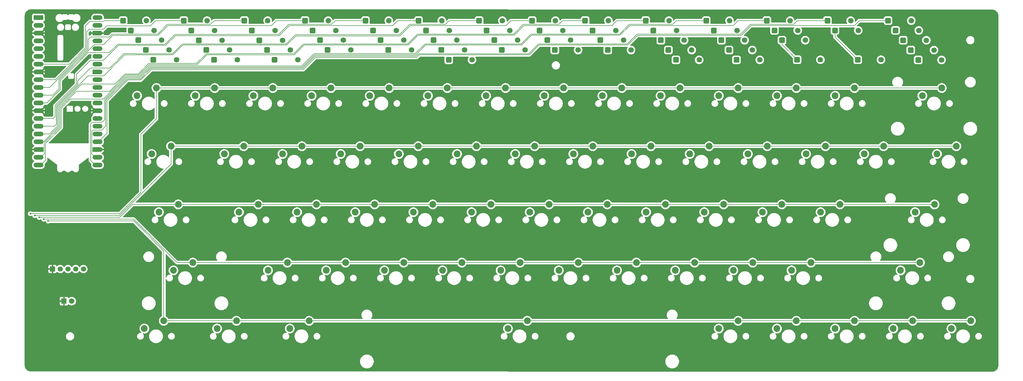
<source format=gbr>
%TF.GenerationSoftware,KiCad,Pcbnew,9.0.4*%
%TF.CreationDate,2025-10-25T14:37:40+02:00*%
%TF.ProjectId,orione-v2,6f72696f-6e65-42d7-9632-2e6b69636164,rev?*%
%TF.SameCoordinates,Original*%
%TF.FileFunction,Copper,L1,Top*%
%TF.FilePolarity,Positive*%
%FSLAX46Y46*%
G04 Gerber Fmt 4.6, Leading zero omitted, Abs format (unit mm)*
G04 Created by KiCad (PCBNEW 9.0.4) date 2025-10-25 14:37:40*
%MOMM*%
%LPD*%
G01*
G04 APERTURE LIST*
G04 Aperture macros list*
%AMRoundRect*
0 Rectangle with rounded corners*
0 $1 Rounding radius*
0 $2 $3 $4 $5 $6 $7 $8 $9 X,Y pos of 4 corners*
0 Add a 4 corners polygon primitive as box body*
4,1,4,$2,$3,$4,$5,$6,$7,$8,$9,$2,$3,0*
0 Add four circle primitives for the rounded corners*
1,1,$1+$1,$2,$3*
1,1,$1+$1,$4,$5*
1,1,$1+$1,$6,$7*
1,1,$1+$1,$8,$9*
0 Add four rect primitives between the rounded corners*
20,1,$1+$1,$2,$3,$4,$5,0*
20,1,$1+$1,$4,$5,$6,$7,0*
20,1,$1+$1,$6,$7,$8,$9,0*
20,1,$1+$1,$8,$9,$2,$3,0*%
%AMFreePoly0*
4,1,37,0.800000,0.796148,0.878414,0.796148,1.032228,0.765552,1.177117,0.705537,1.307515,0.618408,1.418408,0.507515,1.505537,0.377117,1.565552,0.232228,1.596148,0.078414,1.596148,-0.078414,1.565552,-0.232228,1.505537,-0.377117,1.418408,-0.507515,1.307515,-0.618408,1.177117,-0.705537,1.032228,-0.765552,0.878414,-0.796148,0.800000,-0.796148,0.800000,-0.800000,-1.400000,-0.800000,
-1.403843,-0.796157,-1.439018,-0.796157,-1.511114,-0.766294,-1.566294,-0.711114,-1.596157,-0.639018,-1.596157,-0.603843,-1.600000,-0.600000,-1.600000,0.600000,-1.596157,0.603843,-1.596157,0.639018,-1.566294,0.711114,-1.511114,0.766294,-1.439018,0.796157,-1.403843,0.796157,-1.400000,0.800000,0.800000,0.800000,0.800000,0.796148,0.800000,0.796148,$1*%
%AMFreePoly1*
4,1,37,1.403843,0.796157,1.439018,0.796157,1.511114,0.766294,1.566294,0.711114,1.596157,0.639018,1.596157,0.603843,1.600000,0.600000,1.600000,-0.600000,1.596157,-0.603843,1.596157,-0.639018,1.566294,-0.711114,1.511114,-0.766294,1.439018,-0.796157,1.403843,-0.796157,1.400000,-0.800000,-0.800000,-0.800000,-0.800000,-0.796148,-0.878414,-0.796148,-1.032228,-0.765552,-1.177117,-0.705537,
-1.307515,-0.618408,-1.418408,-0.507515,-1.505537,-0.377117,-1.565552,-0.232228,-1.596148,-0.078414,-1.596148,0.078414,-1.565552,0.232228,-1.505537,0.377117,-1.418408,0.507515,-1.307515,0.618408,-1.177117,0.705537,-1.032228,0.765552,-0.878414,0.796148,-0.800000,0.796148,-0.800000,0.800000,1.400000,0.800000,1.403843,0.796157,1.403843,0.796157,$1*%
%AMFreePoly2*
4,1,37,0.603843,0.796157,0.639018,0.796157,0.711114,0.766294,0.766294,0.711114,0.796157,0.639018,0.796157,0.603843,0.800000,0.600000,0.800000,-0.600000,0.796157,-0.603843,0.796157,-0.639018,0.766294,-0.711114,0.711114,-0.766294,0.639018,-0.796157,0.603843,-0.796157,0.600000,-0.800000,0.000000,-0.800000,0.000000,-0.796148,-0.078414,-0.796148,-0.232228,-0.765552,-0.377117,-0.705537,
-0.507515,-0.618408,-0.618408,-0.507515,-0.705537,-0.377117,-0.765552,-0.232228,-0.796148,-0.078414,-0.796148,0.078414,-0.765552,0.232228,-0.705537,0.377117,-0.618408,0.507515,-0.507515,0.618408,-0.377117,0.705537,-0.232228,0.765552,-0.078414,0.796148,0.000000,0.796148,0.000000,0.800000,0.600000,0.800000,0.603843,0.796157,0.603843,0.796157,$1*%
%AMFreePoly3*
4,1,37,0.000000,0.796148,0.078414,0.796148,0.232228,0.765552,0.377117,0.705537,0.507515,0.618408,0.618408,0.507515,0.705537,0.377117,0.765552,0.232228,0.796148,0.078414,0.796148,-0.078414,0.765552,-0.232228,0.705537,-0.377117,0.618408,-0.507515,0.507515,-0.618408,0.377117,-0.705537,0.232228,-0.765552,0.078414,-0.796148,0.000000,-0.796148,0.000000,-0.800000,-0.600000,-0.800000,
-0.603843,-0.796157,-0.639018,-0.796157,-0.711114,-0.766294,-0.766294,-0.711114,-0.796157,-0.639018,-0.796157,-0.603843,-0.800000,-0.600000,-0.800000,0.600000,-0.796157,0.603843,-0.796157,0.639018,-0.766294,0.711114,-0.711114,0.766294,-0.639018,0.796157,-0.603843,0.796157,-0.600000,0.800000,0.000000,0.800000,0.000000,0.796148,0.000000,0.796148,$1*%
G04 Aperture macros list end*
%TA.AperFunction,ComponentPad*%
%ADD10RoundRect,0.250000X-0.650000X-0.650000X0.650000X-0.650000X0.650000X0.650000X-0.650000X0.650000X0*%
%TD*%
%TA.AperFunction,ComponentPad*%
%ADD11C,1.800000*%
%TD*%
%TA.AperFunction,ComponentPad*%
%ADD12C,2.200000*%
%TD*%
%TA.AperFunction,ComponentPad*%
%ADD13R,1.800000X1.800000*%
%TD*%
%TA.AperFunction,ComponentPad*%
%ADD14R,1.700000X1.700000*%
%TD*%
%TA.AperFunction,ComponentPad*%
%ADD15C,1.700000*%
%TD*%
%TA.AperFunction,SMDPad,CuDef*%
%ADD16FreePoly0,0.000000*%
%TD*%
%TA.AperFunction,ComponentPad*%
%ADD17RoundRect,0.200000X-0.600000X-0.600000X0.600000X-0.600000X0.600000X0.600000X-0.600000X0.600000X0*%
%TD*%
%TA.AperFunction,SMDPad,CuDef*%
%ADD18RoundRect,0.800000X-0.800000X-0.000010X0.800000X-0.000010X0.800000X0.000010X-0.800000X0.000010X0*%
%TD*%
%TA.AperFunction,ComponentPad*%
%ADD19C,1.600000*%
%TD*%
%TA.AperFunction,SMDPad,CuDef*%
%ADD20FreePoly1,0.000000*%
%TD*%
%TA.AperFunction,ComponentPad*%
%ADD21FreePoly2,0.000000*%
%TD*%
%TA.AperFunction,ComponentPad*%
%ADD22FreePoly3,0.000000*%
%TD*%
%TA.AperFunction,ViaPad*%
%ADD23C,0.600000*%
%TD*%
%TA.AperFunction,Conductor*%
%ADD24C,0.200000*%
%TD*%
G04 APERTURE END LIST*
D10*
%TO.P,D7,1,K*%
%TO.N,Column 6*%
X195667500Y-79662500D03*
D11*
%TO.P,D7,2,A*%
%TO.N,Net-(D7-A)*%
X203287500Y-79662500D03*
%TD*%
D10*
%TO.P,D38,1,K*%
%TO.N,Column 9*%
X255187500Y-86070000D03*
D11*
%TO.P,D38,2,A*%
%TO.N,Net-(D38-A)*%
X262807500Y-86070000D03*
%TD*%
D10*
%TO.P,D50,1,K*%
%TO.N,Column 8*%
X237810000Y-89280000D03*
D11*
%TO.P,D50,2,A*%
%TO.N,Net-(D50-A)*%
X245430000Y-89280000D03*
%TD*%
D10*
%TO.P,D55,1,K*%
%TO.N,Column 1*%
X108850000Y-92480000D03*
D11*
%TO.P,D55,2,A*%
%TO.N,Net-(D55-A)*%
X116470000Y-92480000D03*
%TD*%
D10*
%TO.P,D11,1,K*%
%TO.N,Column 10*%
X270067500Y-79662500D03*
D11*
%TO.P,D11,2,A*%
%TO.N,Net-(D11-A)*%
X277687500Y-79662500D03*
%TD*%
D10*
%TO.P,D2,1,K*%
%TO.N,Column 1*%
X98947500Y-79662500D03*
D11*
%TO.P,D2,2,A*%
%TO.N,Net-(D2-A)*%
X106567500Y-79662500D03*
%TD*%
D10*
%TO.P,D23,1,K*%
%TO.N,Column 8*%
X232850000Y-82860000D03*
D11*
%TO.P,D23,2,A*%
%TO.N,Net-(D23-A)*%
X240470000Y-82860000D03*
%TD*%
D10*
%TO.P,D15,1,K*%
%TO.N,Column 0*%
X81587500Y-82862500D03*
D11*
%TO.P,D15,2,A*%
%TO.N,Net-(D15-A)*%
X89207500Y-82862500D03*
%TD*%
D12*
%TO.P,SW54,1,1*%
%TO.N,Row 4*%
X92393750Y-177907500D03*
%TO.P,SW54,2,2*%
%TO.N,Net-(D54-A)*%
X86043750Y-180447500D03*
%TD*%
D10*
%TO.P,D24,1,K*%
%TO.N,Column 9*%
X252700000Y-82860000D03*
D11*
%TO.P,D24,2,A*%
%TO.N,Net-(D24-A)*%
X260320000Y-82860000D03*
%TD*%
D10*
%TO.P,D37,1,K*%
%TO.N,Column 8*%
X235340000Y-86070000D03*
D11*
%TO.P,D37,2,A*%
%TO.N,Net-(D37-A)*%
X242960000Y-86070000D03*
%TD*%
D12*
%TO.P,SW9,1,1*%
%TO.N,Row 0*%
X242412500Y-101707500D03*
%TO.P,SW9,2,2*%
%TO.N,Net-(D9-A)*%
X236062500Y-104247500D03*
%TD*%
%TO.P,SW18,1,1*%
%TO.N,Row 1*%
X156687500Y-120757500D03*
%TO.P,SW18,2,2*%
%TO.N,Net-(D18-A)*%
X150337500Y-123297500D03*
%TD*%
D10*
%TO.P,D44,1,K*%
%TO.N,Column 2*%
X126197500Y-89275000D03*
D11*
%TO.P,D44,2,A*%
%TO.N,Net-(D44-A)*%
X133817500Y-89275000D03*
%TD*%
D12*
%TO.P,SW45,1,1*%
%TO.N,Row 3*%
X170975000Y-158857500D03*
%TO.P,SW45,2,2*%
%TO.N,Net-(D45-A)*%
X164625000Y-161397500D03*
%TD*%
D13*
%TO.P,D63,1,K*%
%TO.N,GND*%
X59713460Y-171470000D03*
D11*
%TO.P,D63,2,A*%
%TO.N,Net-(A1-GPIO22)*%
X62253460Y-171470000D03*
%TD*%
D12*
%TO.P,SW42,1,1*%
%TO.N,Row 3*%
X101918750Y-158857500D03*
%TO.P,SW42,2,2*%
%TO.N,Net-(D42-A)*%
X95568750Y-161397500D03*
%TD*%
D10*
%TO.P,D48,1,K*%
%TO.N,Column 6*%
X203100000Y-89280000D03*
D11*
%TO.P,D48,2,A*%
%TO.N,Net-(D48-A)*%
X210720000Y-89280000D03*
%TD*%
D10*
%TO.P,D21,1,K*%
%TO.N,Column 6*%
X198140000Y-82860000D03*
D11*
%TO.P,D21,2,A*%
%TO.N,Net-(D21-A)*%
X205760000Y-82860000D03*
%TD*%
D10*
%TO.P,D8,1,K*%
%TO.N,Column 7*%
X213027500Y-79662500D03*
D11*
%TO.P,D8,2,A*%
%TO.N,Net-(D8-A)*%
X220647500Y-79662500D03*
%TD*%
D10*
%TO.P,D9,1,K*%
%TO.N,Column 8*%
X230387500Y-79662500D03*
D11*
%TO.P,D9,2,A*%
%TO.N,Net-(D9-A)*%
X238007500Y-79662500D03*
%TD*%
D10*
%TO.P,D57,1,K*%
%TO.N,Column 5*%
X185730000Y-92490000D03*
D11*
%TO.P,D57,2,A*%
%TO.N,Net-(D57-A)*%
X193350000Y-92490000D03*
%TD*%
D10*
%TO.P,D43,1,K*%
%TO.N,Column 1*%
X106360000Y-89280000D03*
D11*
%TO.P,D43,2,A*%
%TO.N,Net-(D43-A)*%
X113980000Y-89280000D03*
%TD*%
D10*
%TO.P,D14,1,K*%
%TO.N,Column 13*%
X329587500Y-79662500D03*
D11*
%TO.P,D14,2,A*%
%TO.N,Net-(D14-A)*%
X337207500Y-79662500D03*
%TD*%
D12*
%TO.P,SW53,1,1*%
%TO.N,Row 3*%
X340043750Y-158857500D03*
%TO.P,SW53,2,2*%
%TO.N,Net-(D53-A)*%
X333693750Y-161397500D03*
%TD*%
%TO.P,SW57,1,1*%
%TO.N,Row 4*%
X211456250Y-177907500D03*
%TO.P,SW57,2,2*%
%TO.N,Net-(D57-A)*%
X205106250Y-180447500D03*
%TD*%
%TO.P,SW11,1,1*%
%TO.N,Row 0*%
X280512500Y-101707500D03*
%TO.P,SW11,2,2*%
%TO.N,Net-(D11-A)*%
X274162500Y-104247500D03*
%TD*%
D10*
%TO.P,D59,1,K*%
%TO.N,Column 10*%
X279970000Y-92490000D03*
D11*
%TO.P,D59,2,A*%
%TO.N,Net-(D59-A)*%
X287590000Y-92490000D03*
%TD*%
D12*
%TO.P,SW30,1,1*%
%TO.N,Row 2*%
X123350000Y-139807500D03*
%TO.P,SW30,2,2*%
%TO.N,Net-(D30-A)*%
X117000000Y-142347500D03*
%TD*%
%TO.P,SW10,1,1*%
%TO.N,Row 0*%
X261462500Y-101707500D03*
%TO.P,SW10,2,2*%
%TO.N,Net-(D10-A)*%
X255112500Y-104247500D03*
%TD*%
%TO.P,SW38,1,1*%
%TO.N,Row 2*%
X275750000Y-139807500D03*
%TO.P,SW38,2,2*%
%TO.N,Net-(D38-A)*%
X269400000Y-142347500D03*
%TD*%
%TO.P,SW43,1,1*%
%TO.N,Row 3*%
X132875000Y-158857500D03*
%TO.P,SW43,2,2*%
%TO.N,Net-(D43-A)*%
X126525000Y-161397500D03*
%TD*%
%TO.P,SW7,1,1*%
%TO.N,Row 0*%
X204312500Y-101707500D03*
%TO.P,SW7,2,2*%
%TO.N,Net-(D7-A)*%
X197962500Y-104247500D03*
%TD*%
D10*
%TO.P,D62,1,K*%
%TO.N,Column 13*%
X339490000Y-92530000D03*
D11*
%TO.P,D62,2,A*%
%TO.N,Net-(D62-A)*%
X347110000Y-92530000D03*
%TD*%
D12*
%TO.P,SW4,1,1*%
%TO.N,Row 0*%
X147162500Y-101707500D03*
%TO.P,SW4,2,2*%
%TO.N,Net-(D4-A)*%
X140812500Y-104247500D03*
%TD*%
D10*
%TO.P,D35,1,K*%
%TO.N,Column 6*%
X200610000Y-86070000D03*
D11*
%TO.P,D35,2,A*%
%TO.N,Net-(D35-A)*%
X208230000Y-86070000D03*
%TD*%
D12*
%TO.P,SW52,1,1*%
%TO.N,Row 3*%
X304325000Y-158857500D03*
%TO.P,SW52,2,2*%
%TO.N,Net-(D52-A)*%
X297975000Y-161397500D03*
%TD*%
%TO.P,SW61,1,1*%
%TO.N,Row 4*%
X337662500Y-177907500D03*
%TO.P,SW61,2,2*%
%TO.N,Net-(D61-A)*%
X331312500Y-180447500D03*
%TD*%
D10*
%TO.P,D33,1,K*%
%TO.N,Column 4*%
X163427500Y-86062500D03*
D11*
%TO.P,D33,2,A*%
%TO.N,Net-(D33-A)*%
X171047500Y-86062500D03*
%TD*%
D12*
%TO.P,SW20,1,1*%
%TO.N,Row 1*%
X194787500Y-120757500D03*
%TO.P,SW20,2,2*%
%TO.N,Net-(D20-A)*%
X188437500Y-123297500D03*
%TD*%
%TO.P,SW6,1,1*%
%TO.N,Row 0*%
X185262500Y-101707500D03*
%TO.P,SW6,2,2*%
%TO.N,Net-(D6-A)*%
X178912500Y-104247500D03*
%TD*%
%TO.P,SW27,1,1*%
%TO.N,Row 1*%
X328137500Y-120757500D03*
%TO.P,SW27,2,2*%
%TO.N,Net-(D27-A)*%
X321787500Y-123297500D03*
%TD*%
D10*
%TO.P,D28,1,K*%
%TO.N,Column 13*%
X332050000Y-82870000D03*
D11*
%TO.P,D28,2,A*%
%TO.N,Net-(D28-A)*%
X339670000Y-82870000D03*
%TD*%
D10*
%TO.P,D47,1,K*%
%TO.N,Column 5*%
X183260000Y-89280000D03*
D11*
%TO.P,D47,2,A*%
%TO.N,Net-(D47-A)*%
X190880000Y-89280000D03*
%TD*%
D12*
%TO.P,SW56,1,1*%
%TO.N,Row 4*%
X140018750Y-177907500D03*
%TO.P,SW56,2,2*%
%TO.N,Net-(D56-A)*%
X133668750Y-180447500D03*
%TD*%
D10*
%TO.P,D3,1,K*%
%TO.N,Column 2*%
X118787500Y-79662500D03*
D11*
%TO.P,D3,2,A*%
%TO.N,Net-(D3-A)*%
X126407500Y-79662500D03*
%TD*%
D12*
%TO.P,SW8,1,1*%
%TO.N,Row 0*%
X223362500Y-101707500D03*
%TO.P,SW8,2,2*%
%TO.N,Net-(D8-A)*%
X217012500Y-104247500D03*
%TD*%
%TO.P,SW26,1,1*%
%TO.N,Row 1*%
X309087500Y-120757500D03*
%TO.P,SW26,2,2*%
%TO.N,Net-(D26-A)*%
X302737500Y-123297500D03*
%TD*%
D14*
%TO.P,J1,1,Pin_1*%
%TO.N,GND*%
X55938460Y-160970000D03*
D15*
%TO.P,J1,2,Pin_2*%
%TO.N,Power*%
X58478460Y-160970000D03*
%TO.P,J1,3,Pin_3*%
%TO.N,Rotary_sw*%
X61018460Y-160970000D03*
%TO.P,J1,4,Pin_4*%
%TO.N,Rotary_dt*%
X63558460Y-160970000D03*
%TO.P,J1,5,Pin_5*%
%TO.N,Rotary_clk*%
X66098460Y-160970000D03*
%TD*%
D12*
%TO.P,SW31,1,1*%
%TO.N,Row 2*%
X142400000Y-139807500D03*
%TO.P,SW31,2,2*%
%TO.N,Net-(D31-A)*%
X136050000Y-142347500D03*
%TD*%
%TO.P,SW29,1,1*%
%TO.N,Row 2*%
X97156250Y-139807500D03*
%TO.P,SW29,2,2*%
%TO.N,Net-(D29-A)*%
X90806250Y-142347500D03*
%TD*%
D10*
%TO.P,D10,1,K*%
%TO.N,Column 9*%
X250227500Y-79662500D03*
D11*
%TO.P,D10,2,A*%
%TO.N,Net-(D10-A)*%
X257847500Y-79662500D03*
%TD*%
D12*
%TO.P,SW22,1,1*%
%TO.N,Row 1*%
X232887500Y-120757500D03*
%TO.P,SW22,2,2*%
%TO.N,Net-(D22-A)*%
X226537500Y-123297500D03*
%TD*%
%TO.P,SW2,1,1*%
%TO.N,Row 0*%
X109062500Y-101707500D03*
%TO.P,SW2,2,2*%
%TO.N,Net-(D2-A)*%
X102712500Y-104247500D03*
%TD*%
D10*
%TO.P,D34,1,K*%
%TO.N,Column 5*%
X180787500Y-86070000D03*
D11*
%TO.P,D34,2,A*%
%TO.N,Net-(D34-A)*%
X188407500Y-86070000D03*
%TD*%
D12*
%TO.P,SW5,1,1*%
%TO.N,Row 0*%
X166212500Y-101707500D03*
%TO.P,SW5,2,2*%
%TO.N,Net-(D5-A)*%
X159862500Y-104247500D03*
%TD*%
D10*
%TO.P,D46,1,K*%
%TO.N,Column 4*%
X165900000Y-89270000D03*
D11*
%TO.P,D46,2,A*%
%TO.N,Net-(D46-A)*%
X173520000Y-89270000D03*
%TD*%
D10*
%TO.P,D52,1,K*%
%TO.N,Column 10*%
X277500000Y-89280000D03*
D11*
%TO.P,D52,2,A*%
%TO.N,Net-(D52-A)*%
X285120000Y-89280000D03*
%TD*%
D10*
%TO.P,D49,1,K*%
%TO.N,Column 7*%
X220460000Y-89280000D03*
D11*
%TO.P,D49,2,A*%
%TO.N,Net-(D49-A)*%
X228080000Y-89280000D03*
%TD*%
D10*
%TO.P,D30,1,K*%
%TO.N,Column 1*%
X103870000Y-86080000D03*
D11*
%TO.P,D30,2,A*%
%TO.N,Net-(D30-A)*%
X111490000Y-86080000D03*
%TD*%
D10*
%TO.P,D25,1,K*%
%TO.N,Column 10*%
X272547500Y-82865000D03*
D11*
%TO.P,D25,2,A*%
%TO.N,Net-(D25-A)*%
X280167500Y-82865000D03*
%TD*%
D10*
%TO.P,D51,1,K*%
%TO.N,Column 9*%
X257660000Y-89280000D03*
D11*
%TO.P,D51,2,A*%
%TO.N,Net-(D51-A)*%
X265280000Y-89280000D03*
%TD*%
D12*
%TO.P,SW23,1,1*%
%TO.N,Row 1*%
X251937500Y-120757500D03*
%TO.P,SW23,2,2*%
%TO.N,Net-(D23-A)*%
X245587500Y-123297500D03*
%TD*%
%TO.P,SW12,1,1*%
%TO.N,Row 0*%
X299562500Y-101707500D03*
%TO.P,SW12,2,2*%
%TO.N,Net-(D12-A)*%
X293212500Y-104247500D03*
%TD*%
D10*
%TO.P,D32,1,K*%
%TO.N,Column 3*%
X143587500Y-86065000D03*
D11*
%TO.P,D32,2,A*%
%TO.N,Net-(D32-A)*%
X151207500Y-86065000D03*
%TD*%
D12*
%TO.P,SW17,1,1*%
%TO.N,Row 1*%
X137637500Y-120757500D03*
%TO.P,SW17,2,2*%
%TO.N,Net-(D17-A)*%
X131287500Y-123297500D03*
%TD*%
%TO.P,SW34,1,1*%
%TO.N,Row 2*%
X199550000Y-139807500D03*
%TO.P,SW34,2,2*%
%TO.N,Net-(D34-A)*%
X193200000Y-142347500D03*
%TD*%
%TO.P,SW55,1,1*%
%TO.N,Row 4*%
X116206250Y-177907500D03*
%TO.P,SW55,2,2*%
%TO.N,Net-(D55-A)*%
X109856250Y-180447500D03*
%TD*%
%TO.P,SW44,1,1*%
%TO.N,Row 3*%
X151925000Y-158857500D03*
%TO.P,SW44,2,2*%
%TO.N,Net-(D44-A)*%
X145575000Y-161397500D03*
%TD*%
%TO.P,SW14,1,1*%
%TO.N,Row 0*%
X347187500Y-101707500D03*
%TO.P,SW14,2,2*%
%TO.N,Net-(D14-A)*%
X340837500Y-104247500D03*
%TD*%
%TO.P,SW21,1,1*%
%TO.N,Row 1*%
X213837500Y-120757500D03*
%TO.P,SW21,2,2*%
%TO.N,Net-(D21-A)*%
X207487500Y-123297500D03*
%TD*%
%TO.P,SW59,1,1*%
%TO.N,Row 4*%
X299562500Y-177907500D03*
%TO.P,SW59,2,2*%
%TO.N,Net-(D59-A)*%
X293212500Y-180447500D03*
%TD*%
D10*
%TO.P,D22,1,K*%
%TO.N,Column 7*%
X215500000Y-82860000D03*
D11*
%TO.P,D22,2,A*%
%TO.N,Net-(D22-A)*%
X223120000Y-82860000D03*
%TD*%
D12*
%TO.P,SW25,1,1*%
%TO.N,Row 1*%
X290037500Y-120757500D03*
%TO.P,SW25,2,2*%
%TO.N,Net-(D25-A)*%
X283687500Y-123297500D03*
%TD*%
D10*
%TO.P,D45,1,K*%
%TO.N,Column 3*%
X146067500Y-89265000D03*
D11*
%TO.P,D45,2,A*%
%TO.N,Net-(D45-A)*%
X153687500Y-89265000D03*
%TD*%
D12*
%TO.P,SW15,1,1*%
%TO.N,Row 1*%
X94775000Y-120757500D03*
%TO.P,SW15,2,2*%
%TO.N,Net-(D15-A)*%
X88425000Y-123297500D03*
%TD*%
%TO.P,SW47,1,1*%
%TO.N,Row 3*%
X209075000Y-158857500D03*
%TO.P,SW47,2,2*%
%TO.N,Net-(D47-A)*%
X202725000Y-161397500D03*
%TD*%
%TO.P,SW3,1,1*%
%TO.N,Row 0*%
X128112500Y-101707500D03*
%TO.P,SW3,2,2*%
%TO.N,Net-(D3-A)*%
X121762500Y-104247500D03*
%TD*%
%TO.P,SW13,1,1*%
%TO.N,Row 0*%
X318612500Y-101707500D03*
%TO.P,SW13,2,2*%
%TO.N,Net-(D13-A)*%
X312262500Y-104247500D03*
%TD*%
D10*
%TO.P,D58,1,K*%
%TO.N,Column 9*%
X260130000Y-92490000D03*
D11*
%TO.P,D58,2,A*%
%TO.N,Net-(D58-A)*%
X267750000Y-92490000D03*
%TD*%
D12*
%TO.P,SW35,1,1*%
%TO.N,Row 2*%
X218600000Y-139807500D03*
%TO.P,SW35,2,2*%
%TO.N,Net-(D35-A)*%
X212250000Y-142347500D03*
%TD*%
D10*
%TO.P,D13,1,K*%
%TO.N,Column 12*%
X309747500Y-79662500D03*
D11*
%TO.P,D13,2,A*%
%TO.N,Net-(D13-A)*%
X317367500Y-79662500D03*
%TD*%
D12*
%TO.P,SW36,1,1*%
%TO.N,Row 2*%
X237650000Y-139807500D03*
%TO.P,SW36,2,2*%
%TO.N,Net-(D36-A)*%
X231300000Y-142347500D03*
%TD*%
D10*
%TO.P,D16,1,K*%
%TO.N,Column 1*%
X101410000Y-82880000D03*
D11*
%TO.P,D16,2,A*%
%TO.N,Net-(D16-A)*%
X109030000Y-82880000D03*
%TD*%
D10*
%TO.P,D4,1,K*%
%TO.N,Column 3*%
X138627500Y-79662500D03*
D11*
%TO.P,D4,2,A*%
%TO.N,Net-(D4-A)*%
X146247500Y-79662500D03*
%TD*%
D12*
%TO.P,SW48,1,1*%
%TO.N,Row 3*%
X228125000Y-158857500D03*
%TO.P,SW48,2,2*%
%TO.N,Net-(D48-A)*%
X221775000Y-161397500D03*
%TD*%
D10*
%TO.P,D31,1,K*%
%TO.N,Column 2*%
X123720000Y-86080000D03*
D11*
%TO.P,D31,2,A*%
%TO.N,Net-(D31-A)*%
X131340000Y-86080000D03*
%TD*%
D12*
%TO.P,SW49,1,1*%
%TO.N,Row 3*%
X247175000Y-158857500D03*
%TO.P,SW49,2,2*%
%TO.N,Net-(D49-A)*%
X240825000Y-161397500D03*
%TD*%
D10*
%TO.P,D27,1,K*%
%TO.N,Column 12*%
X312210000Y-82870000D03*
D11*
%TO.P,D27,2,A*%
%TO.N,Net-(D27-A)*%
X319830000Y-82870000D03*
%TD*%
D10*
%TO.P,D12,1,K*%
%TO.N,Column 11*%
X289907500Y-79665000D03*
D11*
%TO.P,D12,2,A*%
%TO.N,Net-(D12-A)*%
X297527500Y-79665000D03*
%TD*%
D10*
%TO.P,D60,1,K*%
%TO.N,Column 11*%
X299827500Y-92455000D03*
D11*
%TO.P,D60,2,A*%
%TO.N,Net-(D60-A)*%
X307447500Y-92455000D03*
%TD*%
D10*
%TO.P,D42,1,K*%
%TO.N,Column 0*%
X86520000Y-89280000D03*
D11*
%TO.P,D42,2,A*%
%TO.N,Net-(D42-A)*%
X94140000Y-89280000D03*
%TD*%
D12*
%TO.P,SW51,1,1*%
%TO.N,Row 3*%
X285275000Y-158857500D03*
%TO.P,SW51,2,2*%
%TO.N,Net-(D51-A)*%
X278925000Y-161397500D03*
%TD*%
%TO.P,SW1,1,1*%
%TO.N,Row 0*%
X90012500Y-101707500D03*
%TO.P,SW1,2,2*%
%TO.N,Net-(D1-A)*%
X83662500Y-104247500D03*
%TD*%
D10*
%TO.P,D6,1,K*%
%TO.N,Column 5*%
X175827500Y-79662500D03*
D11*
%TO.P,D6,2,A*%
%TO.N,Net-(D6-A)*%
X183447500Y-79662500D03*
%TD*%
D10*
%TO.P,D26,1,K*%
%TO.N,Column 11*%
X292387500Y-82862500D03*
D11*
%TO.P,D26,2,A*%
%TO.N,Net-(D26-A)*%
X300007500Y-82862500D03*
%TD*%
D10*
%TO.P,D1,1,K*%
%TO.N,Column 0*%
X79097500Y-79662500D03*
D11*
%TO.P,D1,2,A*%
%TO.N,Net-(D1-A)*%
X86717500Y-79662500D03*
%TD*%
D12*
%TO.P,SW19,1,1*%
%TO.N,Row 1*%
X175737500Y-120757500D03*
%TO.P,SW19,2,2*%
%TO.N,Net-(D19-A)*%
X169387500Y-123297500D03*
%TD*%
%TO.P,SW58,1,1*%
%TO.N,Row 4*%
X280512500Y-177907500D03*
%TO.P,SW58,2,2*%
%TO.N,Net-(D58-A)*%
X274162500Y-180447500D03*
%TD*%
%TO.P,SW39,1,1*%
%TO.N,Row 2*%
X294800000Y-139807500D03*
%TO.P,SW39,2,2*%
%TO.N,Net-(D39-A)*%
X288450000Y-142347500D03*
%TD*%
D10*
%TO.P,D18,1,K*%
%TO.N,Column 3*%
X141107500Y-82862500D03*
D11*
%TO.P,D18,2,A*%
%TO.N,Net-(D18-A)*%
X148727500Y-82862500D03*
%TD*%
D10*
%TO.P,D40,1,K*%
%TO.N,Column 11*%
X294860000Y-86070000D03*
D11*
%TO.P,D40,2,A*%
%TO.N,Net-(D40-A)*%
X302480000Y-86070000D03*
%TD*%
D12*
%TO.P,SW32,1,1*%
%TO.N,Row 2*%
X161450000Y-139807500D03*
%TO.P,SW32,2,2*%
%TO.N,Net-(D32-A)*%
X155100000Y-142347500D03*
%TD*%
D10*
%TO.P,D5,1,K*%
%TO.N,Column 4*%
X158467500Y-79662500D03*
D11*
%TO.P,D5,2,A*%
%TO.N,Net-(D5-A)*%
X166087500Y-79662500D03*
%TD*%
D10*
%TO.P,D41,1,K*%
%TO.N,Column 13*%
X334530000Y-86090000D03*
D11*
%TO.P,D41,2,A*%
%TO.N,Net-(D41-A)*%
X342150000Y-86090000D03*
%TD*%
D12*
%TO.P,SW60,1,1*%
%TO.N,Row 4*%
X318612500Y-177907500D03*
%TO.P,SW60,2,2*%
%TO.N,Net-(D60-A)*%
X312262500Y-180447500D03*
%TD*%
D10*
%TO.P,D29,1,K*%
%TO.N,Column 0*%
X84060000Y-86070000D03*
D11*
%TO.P,D29,2,A*%
%TO.N,Net-(D29-A)*%
X91680000Y-86070000D03*
%TD*%
D12*
%TO.P,SW24,1,1*%
%TO.N,Row 1*%
X270987500Y-120757500D03*
%TO.P,SW24,2,2*%
%TO.N,Net-(D24-A)*%
X264637500Y-123297500D03*
%TD*%
D10*
%TO.P,D56,1,K*%
%TO.N,Column 2*%
X128667500Y-92470000D03*
D11*
%TO.P,D56,2,A*%
%TO.N,Net-(D56-A)*%
X136287500Y-92470000D03*
%TD*%
D12*
%TO.P,SW62,1,1*%
%TO.N,Row 4*%
X356712500Y-177907500D03*
%TO.P,SW62,2,2*%
%TO.N,Net-(D62-A)*%
X350362500Y-180447500D03*
%TD*%
%TO.P,SW28,1,1*%
%TO.N,Row 1*%
X351950000Y-120757500D03*
%TO.P,SW28,2,2*%
%TO.N,Net-(D28-A)*%
X345600000Y-123297500D03*
%TD*%
%TO.P,SW41,1,1*%
%TO.N,Row 2*%
X344806250Y-139807500D03*
%TO.P,SW41,2,2*%
%TO.N,Net-(D41-A)*%
X338456250Y-142347500D03*
%TD*%
D10*
%TO.P,D39,1,K*%
%TO.N,Column 10*%
X275010000Y-86070000D03*
D11*
%TO.P,D39,2,A*%
%TO.N,Net-(D39-A)*%
X282630000Y-86070000D03*
%TD*%
D12*
%TO.P,SW16,1,1*%
%TO.N,Row 1*%
X118587500Y-120757500D03*
%TO.P,SW16,2,2*%
%TO.N,Net-(D16-A)*%
X112237500Y-123297500D03*
%TD*%
%TO.P,SW37,1,1*%
%TO.N,Row 2*%
X256700000Y-139807500D03*
%TO.P,SW37,2,2*%
%TO.N,Net-(D37-A)*%
X250350000Y-142347500D03*
%TD*%
D10*
%TO.P,D53,1,K*%
%TO.N,Column 13*%
X337027500Y-89310000D03*
D11*
%TO.P,D53,2,A*%
%TO.N,Net-(D53-A)*%
X344647500Y-89310000D03*
%TD*%
D10*
%TO.P,D54,1,K*%
%TO.N,Column 0*%
X89000000Y-92490000D03*
D11*
%TO.P,D54,2,A*%
%TO.N,Net-(D54-A)*%
X96620000Y-92490000D03*
%TD*%
D12*
%TO.P,SW33,1,1*%
%TO.N,Row 2*%
X180500000Y-139807500D03*
%TO.P,SW33,2,2*%
%TO.N,Net-(D33-A)*%
X174150000Y-142347500D03*
%TD*%
D10*
%TO.P,D61,1,K*%
%TO.N,Column 12*%
X319667500Y-92455000D03*
D11*
%TO.P,D61,2,A*%
%TO.N,Net-(D61-A)*%
X327287500Y-92455000D03*
%TD*%
D10*
%TO.P,D17,1,K*%
%TO.N,Column 2*%
X121240000Y-82870000D03*
D11*
%TO.P,D17,2,A*%
%TO.N,Net-(D17-A)*%
X128860000Y-82870000D03*
%TD*%
D10*
%TO.P,D20,1,K*%
%TO.N,Column 5*%
X178307500Y-82862500D03*
D11*
%TO.P,D20,2,A*%
%TO.N,Net-(D20-A)*%
X185927500Y-82862500D03*
%TD*%
D16*
%TO.P,A1,1,GPIO0*%
%TO.N,Row 0*%
X51342100Y-78665000D03*
D17*
X52142100Y-78665000D03*
D18*
%TO.P,A1,2,GPIO1*%
%TO.N,Row 1*%
X51342100Y-81205000D03*
D19*
X52142100Y-81205000D03*
D20*
%TO.P,A1,3,GND*%
%TO.N,GND*%
X51342100Y-83745000D03*
D21*
X52142100Y-83745000D03*
D18*
%TO.P,A1,4,GPIO2*%
%TO.N,Row 2*%
X51342100Y-86285000D03*
D19*
X52142100Y-86285000D03*
D18*
%TO.P,A1,5,GPIO3*%
%TO.N,Row 3*%
X51342100Y-88825000D03*
D19*
X52142100Y-88825000D03*
D18*
%TO.P,A1,6,GPIO4*%
%TO.N,Row 4*%
X51342100Y-91365000D03*
D19*
X52142100Y-91365000D03*
D18*
%TO.P,A1,7,GPIO5*%
%TO.N,Column 0*%
X51342100Y-93905000D03*
D19*
X52142100Y-93905000D03*
D20*
%TO.P,A1,8,GND*%
%TO.N,GND*%
X51342100Y-96445000D03*
D21*
X52142100Y-96445000D03*
D18*
%TO.P,A1,9,GPIO6*%
%TO.N,Column 1*%
X51342100Y-98985000D03*
D19*
X52142100Y-98985000D03*
D18*
%TO.P,A1,10,GPIO7*%
%TO.N,Column 2*%
X51342100Y-101525000D03*
D19*
X52142100Y-101525000D03*
D18*
%TO.P,A1,11,GPIO8*%
%TO.N,Column 3*%
X51342100Y-104065000D03*
D19*
X52142100Y-104065000D03*
D18*
%TO.P,A1,12,GPIO9*%
%TO.N,Column 4*%
X51342100Y-106605000D03*
D19*
X52142100Y-106605000D03*
D20*
%TO.P,A1,13,GND*%
%TO.N,GND*%
X51342100Y-109145000D03*
D21*
X52142100Y-109145000D03*
D18*
%TO.P,A1,14,GPIO10*%
%TO.N,Column 5*%
X51342100Y-111685000D03*
D19*
X52142100Y-111685000D03*
D18*
%TO.P,A1,15,GPIO11*%
%TO.N,Column 6*%
X51342100Y-114225000D03*
D19*
X52142100Y-114225000D03*
D18*
%TO.P,A1,16,GPIO12*%
%TO.N,Column 7*%
X51342100Y-116765000D03*
D19*
X52142100Y-116765000D03*
D18*
%TO.P,A1,17,GPIO13*%
%TO.N,Column 8*%
X51342100Y-119305000D03*
D19*
X52142100Y-119305000D03*
D20*
%TO.P,A1,18,GND*%
%TO.N,GND*%
X51342100Y-121845000D03*
D21*
X52142100Y-121845000D03*
D18*
%TO.P,A1,19,GPIO14*%
%TO.N,Column 9*%
X51342100Y-124385000D03*
D19*
X52142100Y-124385000D03*
D18*
%TO.P,A1,20,GPIO15*%
%TO.N,Column 10*%
X51342100Y-126925000D03*
D19*
X52142100Y-126925000D03*
%TO.P,A1,21,GPIO16*%
%TO.N,Column 11*%
X69922100Y-126925000D03*
D18*
X70722100Y-126925000D03*
D19*
%TO.P,A1,22,GPIO17*%
%TO.N,Column 12*%
X69922100Y-124385000D03*
D18*
X70722100Y-124385000D03*
D22*
%TO.P,A1,23,GND*%
%TO.N,GND*%
X69922100Y-121845000D03*
D16*
X70722100Y-121845000D03*
D19*
%TO.P,A1,24,GPIO18*%
%TO.N,Column 13*%
X69922100Y-119305000D03*
D18*
X70722100Y-119305000D03*
D19*
%TO.P,A1,25,GPIO19*%
%TO.N,Rotary_clk*%
X69922100Y-116765000D03*
D18*
X70722100Y-116765000D03*
D19*
%TO.P,A1,26,GPIO20*%
%TO.N,Rotary_dt*%
X69922100Y-114225000D03*
D18*
X70722100Y-114225000D03*
D19*
%TO.P,A1,27,GPIO21*%
%TO.N,Rotary_sw*%
X69922100Y-111685000D03*
D18*
X70722100Y-111685000D03*
D22*
%TO.P,A1,28,GND*%
%TO.N,GND*%
X69922100Y-109145000D03*
D16*
X70722100Y-109145000D03*
D19*
%TO.P,A1,29,GPIO22*%
%TO.N,Net-(A1-GPIO22)*%
X69922100Y-106605000D03*
D18*
X70722100Y-106605000D03*
D19*
%TO.P,A1,30,RUN*%
%TO.N,unconnected-(A1-RUN-Pad30)*%
X69922100Y-104065000D03*
D18*
%TO.N,unconnected-(A1-RUN-Pad30)_1*%
X70722100Y-104065000D03*
D19*
%TO.P,A1,31,GPIO26_ADC0*%
%TO.N,unconnected-(A1-GPIO26_ADC0-Pad31)_1*%
X69922100Y-101525000D03*
D18*
%TO.N,unconnected-(A1-GPIO26_ADC0-Pad31)*%
X70722100Y-101525000D03*
D19*
%TO.P,A1,32,GPIO27_ADC1*%
%TO.N,unconnected-(A1-GPIO27_ADC1-Pad32)_1*%
X69922100Y-98985000D03*
D18*
%TO.N,unconnected-(A1-GPIO27_ADC1-Pad32)*%
X70722100Y-98985000D03*
D22*
%TO.P,A1,33,AGND*%
%TO.N,unconnected-(A1-AGND-Pad33)_1*%
X69922100Y-96445000D03*
D16*
%TO.N,unconnected-(A1-AGND-Pad33)*%
X70722100Y-96445000D03*
D19*
%TO.P,A1,34,GPIO28_ADC2*%
%TO.N,unconnected-(A1-GPIO28_ADC2-Pad34)*%
X69922100Y-93905000D03*
D18*
%TO.N,unconnected-(A1-GPIO28_ADC2-Pad34)_1*%
X70722100Y-93905000D03*
D19*
%TO.P,A1,35,ADC_VREF*%
%TO.N,unconnected-(A1-ADC_VREF-Pad35)_1*%
X69922100Y-91365000D03*
D18*
%TO.N,unconnected-(A1-ADC_VREF-Pad35)*%
X70722100Y-91365000D03*
D19*
%TO.P,A1,36,3V3*%
%TO.N,Power*%
X69922100Y-88825000D03*
D18*
X70722100Y-88825000D03*
D19*
%TO.P,A1,37,3V3_EN*%
%TO.N,unconnected-(A1-3V3_EN-Pad37)_1*%
X69922100Y-86285000D03*
D18*
%TO.N,unconnected-(A1-3V3_EN-Pad37)*%
X70722100Y-86285000D03*
D22*
%TO.P,A1,38,GND*%
%TO.N,GND*%
X69922100Y-83745000D03*
D16*
X70722100Y-83745000D03*
D19*
%TO.P,A1,39,VSYS*%
%TO.N,unconnected-(A1-VSYS-Pad39)_1*%
X69922100Y-81205000D03*
D18*
%TO.N,unconnected-(A1-VSYS-Pad39)*%
X70722100Y-81205000D03*
D19*
%TO.P,A1,40,VBUS*%
%TO.N,unconnected-(A1-VBUS-Pad40)*%
X69922100Y-78665000D03*
D18*
%TO.N,unconnected-(A1-VBUS-Pad40)_1*%
X70722100Y-78665000D03*
%TD*%
D12*
%TO.P,SW40,1,1*%
%TO.N,Row 2*%
X313850000Y-139807500D03*
%TO.P,SW40,2,2*%
%TO.N,Net-(D40-A)*%
X307500000Y-142347500D03*
%TD*%
%TO.P,SW46,1,1*%
%TO.N,Row 3*%
X190025000Y-158857500D03*
%TO.P,SW46,2,2*%
%TO.N,Net-(D46-A)*%
X183675000Y-161397500D03*
%TD*%
D10*
%TO.P,D36,1,K*%
%TO.N,Column 7*%
X217987500Y-86070000D03*
D11*
%TO.P,D36,2,A*%
%TO.N,Net-(D36-A)*%
X225607500Y-86070000D03*
%TD*%
D12*
%TO.P,SW50,1,1*%
%TO.N,Row 3*%
X266225000Y-158857500D03*
%TO.P,SW50,2,2*%
%TO.N,Net-(D50-A)*%
X259875000Y-161397500D03*
%TD*%
D10*
%TO.P,D19,1,K*%
%TO.N,Column 4*%
X160930000Y-82870000D03*
D11*
%TO.P,D19,2,A*%
%TO.N,Net-(D19-A)*%
X168550000Y-82870000D03*
%TD*%
D23*
%TO.N,GND*%
X74970000Y-121790000D03*
X66420000Y-112490000D03*
X75460000Y-82770000D03*
X52500000Y-132090000D03*
X62420000Y-112540000D03*
%TO.N,Row 3*%
X53062570Y-144654000D03*
%TO.N,Row 2*%
X51613040Y-144053000D03*
%TO.N,Row 1*%
X50163510Y-143452000D03*
%TO.N,Row 4*%
X54512100Y-145255000D03*
%TO.N,Row 0*%
X48713981Y-142851000D03*
%TD*%
D24*
%TO.N,Column 0*%
X66800100Y-88608600D02*
X66800100Y-81347000D01*
X52142100Y-93905000D02*
X61503700Y-93905000D01*
X72635000Y-79935000D02*
X72907500Y-79662500D01*
X61503700Y-93905000D02*
X66800100Y-88608600D01*
X79097500Y-79662500D02*
X78820000Y-79940000D01*
X66800100Y-81347000D02*
X68212100Y-79935000D01*
X72907500Y-79662500D02*
X79097500Y-79662500D01*
X68212100Y-79935000D02*
X72635000Y-79935000D01*
%TO.N,Column 1*%
X67201100Y-88774700D02*
X56990800Y-98985000D01*
X98947500Y-79662500D02*
X89767500Y-79662500D01*
X67201100Y-83266000D02*
X67201100Y-88774700D01*
X73673550Y-81443550D02*
X72642100Y-82475000D01*
X89767500Y-79662500D02*
X88060000Y-81370000D01*
X73752100Y-81365000D02*
X73673550Y-81443550D01*
X56990800Y-98985000D02*
X52142100Y-98985000D01*
X72642100Y-82475000D02*
X67992100Y-82475000D01*
X67992100Y-82475000D02*
X67201100Y-83266000D01*
X73747100Y-81370000D02*
X73673550Y-81443550D01*
X88060000Y-81370000D02*
X73747100Y-81370000D01*
%TO.N,Column 8*%
X76428900Y-100424000D02*
X79757900Y-97095000D01*
X221816500Y-80863500D02*
X210156500Y-80863500D01*
X53057900Y-119305000D02*
X57993100Y-114369800D01*
X84030000Y-97100000D02*
X84295000Y-96835000D01*
X52142100Y-119305000D02*
X53057900Y-119305000D01*
X134986900Y-90476000D02*
X114482471Y-90476000D01*
X57993100Y-114369800D02*
X57993100Y-107945300D01*
X138196900Y-87266000D02*
X134986900Y-90476000D01*
X163187500Y-87266000D02*
X138196900Y-87266000D01*
X206956500Y-84063500D02*
X175506500Y-84063500D01*
X223017500Y-79662500D02*
X221816500Y-80863500D01*
X210156500Y-80863500D02*
X206956500Y-84063500D01*
X65514400Y-100424000D02*
X76428900Y-100424000D01*
X84035000Y-97095000D02*
X84295000Y-96835000D01*
X79757900Y-97095000D02*
X84035000Y-97095000D01*
X175506500Y-84063500D02*
X172306500Y-87263500D01*
X163190000Y-87263500D02*
X163187500Y-87266000D01*
X114477471Y-90481000D02*
X106340000Y-90481000D01*
X87439000Y-93691000D02*
X84295000Y-96835000D01*
X230387500Y-79662500D02*
X223017500Y-79662500D01*
X114482471Y-90476000D02*
X114477471Y-90481000D01*
X106340000Y-90481000D02*
X103130000Y-93691000D01*
X57993100Y-107945300D02*
X65514400Y-100424000D01*
X172306500Y-87263500D02*
X163190000Y-87263500D01*
X103130000Y-93691000D02*
X87439000Y-93691000D01*
%TO.N,GND*%
X74915000Y-121845000D02*
X74970000Y-121790000D01*
X50735000Y-121845000D02*
X49020000Y-123560000D01*
X49020000Y-123560000D02*
X49020000Y-128610000D01*
X70722100Y-121845000D02*
X74915000Y-121845000D01*
X51342100Y-121845000D02*
X50735000Y-121845000D01*
X49020000Y-128610000D02*
X52500000Y-132090000D01*
%TO.N,Column 5*%
X77505100Y-87752000D02*
X77510100Y-87757000D01*
X130177100Y-84590000D02*
X133496100Y-81271000D01*
X72612100Y-92645000D02*
X77505100Y-87752000D01*
X56790100Y-111097000D02*
X56790100Y-107447000D01*
X63841100Y-100396000D02*
X63841100Y-97196000D01*
X63841100Y-97196000D02*
X68392100Y-92645000D01*
X77510100Y-87757000D02*
X93050100Y-87757000D01*
X52142100Y-111685000D02*
X56202100Y-111685000D01*
X56202100Y-111685000D02*
X56790100Y-111097000D01*
X168937500Y-79662500D02*
X175827500Y-79662500D01*
X133496100Y-81271000D02*
X167329000Y-81271000D01*
X167329000Y-81271000D02*
X168937500Y-79662500D01*
X96217100Y-84590000D02*
X130177100Y-84590000D01*
X68392100Y-92645000D02*
X72612100Y-92645000D01*
X93050100Y-87757000D02*
X96217100Y-84590000D01*
X56790100Y-107447000D02*
X63841100Y-100396000D01*
%TO.N,Column 7*%
X206067500Y-79662500D02*
X213027500Y-79662500D01*
X173122600Y-81264500D02*
X204465500Y-81264500D01*
X204465500Y-81264500D02*
X206067500Y-79662500D01*
X132695100Y-87682000D02*
X135727100Y-84650000D01*
X83034900Y-90882000D02*
X95435100Y-90882000D01*
X98635100Y-87682000D02*
X132695100Y-87682000D01*
X169737100Y-84650000D02*
X173122600Y-81264500D01*
X72762100Y-97725000D02*
X79610100Y-90877000D01*
X83029900Y-90877000D02*
X83034900Y-90882000D01*
X52142100Y-116765000D02*
X55030800Y-116765000D01*
X55030800Y-116765000D02*
X57592100Y-114203700D01*
X95435100Y-90882000D02*
X98635100Y-87682000D01*
X79610100Y-90877000D02*
X83029900Y-90877000D01*
X57592100Y-107779200D02*
X67646300Y-97725000D01*
X135727100Y-84650000D02*
X169737100Y-84650000D01*
X67646300Y-97725000D02*
X72762100Y-97725000D01*
X57592100Y-114203700D02*
X57592100Y-107779200D01*
%TO.N,Column 13*%
X176039300Y-90882000D02*
X212055100Y-90882000D01*
X244325100Y-87672000D02*
X247530100Y-84467000D01*
X84860500Y-99105000D02*
X88269500Y-95696000D01*
X281510100Y-84467000D02*
X284710100Y-81267000D01*
X318573000Y-81267000D02*
X320177500Y-79662500D01*
X71053470Y-119305000D02*
X73814100Y-116544370D01*
X142087300Y-91674000D02*
X175247300Y-91674000D01*
X80583400Y-99105000D02*
X84860500Y-99105000D01*
X73814100Y-105874300D02*
X80588400Y-99100000D01*
X73814100Y-116544370D02*
X73814100Y-105874300D01*
X69922100Y-119305000D02*
X71053470Y-119305000D01*
X138065300Y-95696000D02*
X142087300Y-91674000D01*
X320177500Y-79662500D02*
X329587500Y-79662500D01*
X175247300Y-91674000D02*
X176039300Y-90882000D01*
X88269500Y-95696000D02*
X138065300Y-95696000D01*
X284710100Y-81267000D02*
X318573000Y-81267000D01*
X247530100Y-84467000D02*
X281510100Y-84467000D01*
X212055100Y-90882000D02*
X215265100Y-87672000D01*
X215265100Y-87672000D02*
X244325100Y-87672000D01*
%TO.N,Row 3*%
X170975000Y-158857500D02*
X190025000Y-158857500D01*
X190025000Y-158857500D02*
X209075000Y-158857500D01*
X228125000Y-158857500D02*
X247175000Y-158857500D01*
X53062570Y-144654000D02*
X82544000Y-144654000D01*
X82544000Y-144654000D02*
X96747500Y-158857500D01*
X132875000Y-158857500D02*
X151925000Y-158857500D01*
X96747500Y-158857500D02*
X101918750Y-158857500D01*
X247175000Y-158857500D02*
X266225000Y-158857500D01*
X266225000Y-158857500D02*
X285275000Y-158857500D01*
X151925000Y-158857500D02*
X170975000Y-158857500D01*
X101918750Y-158857500D02*
X132875000Y-158857500D01*
X304325000Y-158857500D02*
X340043750Y-158857500D01*
X209075000Y-158857500D02*
X228125000Y-158857500D01*
X285275000Y-158857500D02*
X304325000Y-158857500D01*
%TO.N,Column 10*%
X58795100Y-108277500D02*
X61737600Y-105335000D01*
X260237500Y-79662500D02*
X270067500Y-79662500D01*
X209429000Y-87271000D02*
X212639000Y-84061000D01*
X61737600Y-105335000D02*
X72652100Y-105335000D01*
X72652100Y-105335000D02*
X80090100Y-97897000D01*
X244866500Y-80863500D02*
X259036500Y-80863500D01*
X212639000Y-84061000D02*
X241669000Y-84061000D01*
X52142100Y-126925000D02*
X53649100Y-125418000D01*
X53649100Y-125418000D02*
X53649100Y-119848000D01*
X241669000Y-84061000D02*
X244866500Y-80863500D01*
X146125000Y-90471000D02*
X174749000Y-90471000D01*
X141594000Y-90466000D02*
X146120000Y-90466000D01*
X146120000Y-90466000D02*
X146125000Y-90471000D01*
X174749000Y-90471000D02*
X177949000Y-87271000D01*
X80090100Y-97897000D02*
X83692800Y-97897000D01*
X177949000Y-87271000D02*
X209429000Y-87271000D01*
X83692800Y-97897000D02*
X83697800Y-97902000D01*
X53649100Y-119848000D02*
X58795100Y-114702000D01*
X137567000Y-94493000D02*
X141594000Y-90466000D01*
X259036500Y-80863500D02*
X260237500Y-79662500D01*
X83697800Y-97902000D02*
X84362200Y-97902000D01*
X87771200Y-94493000D02*
X137567000Y-94493000D01*
X58795100Y-114702000D02*
X58795100Y-108277500D01*
X84362200Y-97902000D02*
X87771200Y-94493000D01*
%TO.N,Column 11*%
X278845500Y-81264500D02*
X280445000Y-79665000D01*
X178115100Y-87672000D02*
X209595100Y-87672000D01*
X68415100Y-125418000D02*
X68415100Y-118711000D01*
X73012100Y-105542100D02*
X80256200Y-98298000D01*
X68415100Y-118711000D02*
X68421100Y-118705000D01*
X73012100Y-112090050D02*
X73012100Y-105542100D01*
X174915100Y-90872000D02*
X178115100Y-87672000D01*
X143920000Y-90867000D02*
X143925000Y-90872000D01*
X137733100Y-94894000D02*
X141760100Y-90867000D01*
X280445000Y-79665000D02*
X289907500Y-79665000D01*
X68421100Y-113546000D02*
X69002100Y-112965000D01*
X69002100Y-112965000D02*
X72137150Y-112965000D01*
X69922100Y-126925000D02*
X68415100Y-125418000D01*
X68421100Y-118705000D02*
X68421100Y-113546000D01*
X294860000Y-86070000D02*
X294860000Y-87487500D01*
X141760100Y-90867000D02*
X143920000Y-90867000D01*
X83531700Y-98303000D02*
X84528300Y-98303000D01*
X83526700Y-98298000D02*
X83531700Y-98303000D01*
X80256200Y-98298000D02*
X83526700Y-98298000D01*
X143925000Y-90872000D02*
X174915100Y-90872000D01*
X72137150Y-112965000D02*
X73012100Y-112090050D01*
X84528300Y-98303000D02*
X87937300Y-94894000D01*
X245032600Y-81264500D02*
X278845500Y-81264500D01*
X87937300Y-94894000D02*
X137733100Y-94894000D01*
X241835100Y-84462000D02*
X245032600Y-81264500D01*
X212805100Y-84462000D02*
X241835100Y-84462000D01*
X209595100Y-87672000D02*
X212805100Y-84462000D01*
X294860000Y-87487500D02*
X299827500Y-92455000D01*
%TO.N,Column 9*%
X63710500Y-102795000D02*
X58394100Y-108111400D01*
X126505000Y-90882000D02*
X106506100Y-90882000D01*
X103296100Y-94092000D02*
X87605100Y-94092000D01*
X207122600Y-84464500D02*
X175672600Y-84464500D01*
X74625000Y-102795000D02*
X63710500Y-102795000D01*
X138363000Y-87667000D02*
X135153000Y-90877000D01*
X79924000Y-97496000D02*
X83858900Y-97496000D01*
X79924000Y-97496000D02*
X74625000Y-102795000D01*
X83863900Y-97501000D02*
X84196100Y-97501000D01*
X126510000Y-90877000D02*
X126505000Y-90882000D01*
X240797500Y-79662500D02*
X239195500Y-81264500D01*
X53248100Y-119681900D02*
X53248100Y-123279000D01*
X58394100Y-114535900D02*
X53248100Y-119681900D01*
X53248100Y-123279000D02*
X52142100Y-124385000D01*
X210322600Y-81264500D02*
X207122600Y-84464500D01*
X250227500Y-79662500D02*
X240797500Y-79662500D01*
X135153000Y-90877000D02*
X126510000Y-90877000D01*
X250227500Y-79662500D02*
X250220000Y-79670000D01*
X83858900Y-97496000D02*
X83863900Y-97501000D01*
X164277500Y-87667000D02*
X138363000Y-87667000D01*
X239195500Y-81264500D02*
X210322600Y-81264500D01*
X58394100Y-108111400D02*
X58394100Y-114535900D01*
X175672600Y-84464500D02*
X172472600Y-87664500D01*
X172472600Y-87664500D02*
X164280000Y-87664500D01*
X164280000Y-87664500D02*
X164277500Y-87667000D01*
X87605100Y-94092000D02*
X84196100Y-97501000D01*
X106506100Y-90882000D02*
X103296100Y-94092000D01*
%TO.N,Row 2*%
X218600000Y-139807500D02*
X199550000Y-139807500D01*
X123350000Y-139807500D02*
X97156250Y-139807500D01*
X313850000Y-139807500D02*
X294800000Y-139807500D01*
X180500000Y-139807500D02*
X161450000Y-139807500D01*
X78190000Y-143800000D02*
X77937000Y-144053000D01*
X256700000Y-139807500D02*
X237650000Y-139807500D01*
X199550000Y-139807500D02*
X180500000Y-139807500D01*
X294800000Y-139807500D02*
X275750000Y-139807500D01*
X77937000Y-144053000D02*
X51613040Y-144053000D01*
X78190000Y-143800000D02*
X82182500Y-139807500D01*
X82182500Y-139807500D02*
X97156250Y-139807500D01*
X237650000Y-139807500D02*
X218600000Y-139807500D01*
X77932000Y-144058000D02*
X78190000Y-143800000D01*
X161450000Y-139807500D02*
X142400000Y-139807500D01*
X142400000Y-139807500D02*
X123350000Y-139807500D01*
X344806250Y-139807500D02*
X313850000Y-139807500D01*
X275750000Y-139807500D02*
X256700000Y-139807500D01*
%TO.N,Row 1*%
X77945316Y-143452000D02*
X78433658Y-142963658D01*
X270987500Y-120757500D02*
X290037500Y-120757500D01*
X309087500Y-120757500D02*
X328137500Y-120757500D01*
X290037500Y-120757500D02*
X309087500Y-120757500D01*
X77940316Y-143457000D02*
X78433658Y-142963658D01*
X50163510Y-143452000D02*
X77945316Y-143452000D01*
X194787500Y-120757500D02*
X232887500Y-120757500D01*
X94775000Y-120757500D02*
X118587500Y-120757500D01*
X351950000Y-120757500D02*
X328137500Y-120757500D01*
X78433658Y-142963658D02*
X94775000Y-126622316D01*
X232887500Y-120757500D02*
X251937500Y-120757500D01*
X118587500Y-120757500D02*
X137637500Y-120757500D01*
X251937500Y-120757500D02*
X270987500Y-120757500D01*
X175737500Y-120757500D02*
X194787500Y-120757500D01*
X194787500Y-120757500D02*
X213837500Y-120757500D01*
X137637500Y-120757500D02*
X156687500Y-120757500D01*
X156687500Y-120757500D02*
X175737500Y-120757500D01*
X94775000Y-126622316D02*
X94775000Y-120757500D01*
%TO.N,Column 2*%
X75545000Y-84065000D02*
X74595000Y-85015000D01*
X74595000Y-85015000D02*
X68402100Y-85015000D01*
X67602100Y-85815000D02*
X67602100Y-88940800D01*
X93570000Y-80870000D02*
X90370000Y-84070000D01*
X68402100Y-85015000D02*
X67602100Y-85815000D01*
X67602100Y-88940800D02*
X55017900Y-101525000D01*
X55017900Y-101525000D02*
X52142100Y-101525000D01*
X118787500Y-79662500D02*
X108917500Y-79662500D01*
X107710000Y-80870000D02*
X93570000Y-80870000D01*
X108917500Y-79662500D02*
X107710000Y-80870000D01*
X90365000Y-84065000D02*
X90370000Y-84070000D01*
X75545000Y-84065000D02*
X90365000Y-84065000D01*
%TO.N,Row 4*%
X356712500Y-177907500D02*
X337662500Y-177907500D01*
X82577900Y-145255000D02*
X92393750Y-155070850D01*
X92393750Y-155070850D02*
X92393750Y-177907500D01*
X211456250Y-177907500D02*
X140018750Y-177907500D01*
X116206250Y-177907500D02*
X92393750Y-177907500D01*
X54512100Y-145255000D02*
X82577900Y-145255000D01*
X140018750Y-177907500D02*
X116206250Y-177907500D01*
X318612500Y-177907500D02*
X299562500Y-177907500D01*
X337662500Y-177907500D02*
X318612500Y-177907500D01*
X280512500Y-177907500D02*
X211456250Y-177907500D01*
X299562500Y-177907500D02*
X280512500Y-177907500D01*
%TO.N,Column 4*%
X52142100Y-106605000D02*
X54062100Y-106605000D01*
X77339000Y-87351000D02*
X92889000Y-87351000D01*
X54062100Y-106605000D02*
X58487100Y-102180000D01*
X147338524Y-80870000D02*
X148546024Y-79662500D01*
X58487100Y-102180000D02*
X58487100Y-99190000D01*
X67572100Y-90105000D02*
X74585000Y-90105000D01*
X130011000Y-84189000D02*
X133330000Y-80870000D01*
X92889000Y-87351000D02*
X96051000Y-84189000D01*
X74585000Y-90105000D02*
X77339000Y-87351000D01*
X96051000Y-84189000D02*
X130011000Y-84189000D01*
X58487100Y-99190000D02*
X67572100Y-90105000D01*
X148546024Y-79662500D02*
X158467500Y-79662500D01*
X133330000Y-80870000D02*
X147338524Y-80870000D01*
%TO.N,Column 12*%
X299897500Y-79662500D02*
X309747500Y-79662500D01*
X68822100Y-115935000D02*
X69262100Y-115495000D01*
X247369000Y-84061000D02*
X252980000Y-84061000D01*
X68822100Y-121029406D02*
X68822100Y-119762050D01*
X211889000Y-90481000D02*
X215099000Y-87271000D01*
X175081200Y-91273000D02*
X175873200Y-90481000D01*
X80422300Y-98699000D02*
X83360600Y-98699000D01*
X141921200Y-91273000D02*
X175081200Y-91273000D01*
X88103400Y-95295000D02*
X137899200Y-95295000D01*
X298694000Y-80866000D02*
X299897500Y-79662500D01*
X83360600Y-98699000D02*
X83365600Y-98704000D01*
X284544000Y-80866000D02*
X298694000Y-80866000D01*
X312210000Y-84997500D02*
X319667500Y-92455000D01*
X175873200Y-90481000D02*
X211889000Y-90481000D01*
X281344000Y-84066000D02*
X284544000Y-80866000D01*
X68822100Y-118847950D02*
X68822100Y-115935000D01*
X68822100Y-122660594D02*
X68816100Y-122654594D01*
X312210000Y-82870000D02*
X312210000Y-84997500D01*
X72147150Y-115495000D02*
X73413100Y-114229050D01*
X69262100Y-115495000D02*
X72147150Y-115495000D01*
X73413100Y-105708200D02*
X80422300Y-98699000D01*
X68822100Y-123285000D02*
X68822100Y-122660594D01*
X68816100Y-122654594D02*
X68816100Y-121035406D01*
X68816100Y-121035406D02*
X68822100Y-121029406D01*
X252985000Y-84066000D02*
X281344000Y-84066000D01*
X68821100Y-119761050D02*
X68821100Y-118848950D01*
X244159000Y-87271000D02*
X247369000Y-84061000D01*
X73413100Y-114229050D02*
X73413100Y-105708200D01*
X137899200Y-95295000D02*
X141921200Y-91273000D01*
X69922100Y-124385000D02*
X68822100Y-123285000D01*
X68821100Y-118848950D02*
X68822100Y-118847950D01*
X215099000Y-87271000D02*
X244159000Y-87271000D01*
X83365600Y-98704000D02*
X84694400Y-98704000D01*
X252980000Y-84061000D02*
X252985000Y-84066000D01*
X84694400Y-98704000D02*
X88103400Y-95295000D01*
X68822100Y-119762050D02*
X68821100Y-119761050D01*
%TO.N,Column 3*%
X75711100Y-84466000D02*
X72622100Y-87555000D01*
X93736100Y-81271000D02*
X90536100Y-84471000D01*
X56035000Y-104065000D02*
X51342100Y-104065000D01*
X58086100Y-99023900D02*
X58086100Y-102013900D01*
X127639000Y-81271000D02*
X93736100Y-81271000D01*
X138627500Y-79662500D02*
X129247500Y-79662500D01*
X69555000Y-87555000D02*
X58086100Y-99023900D01*
X75711100Y-84466000D02*
X75716100Y-84471000D01*
X129247500Y-79662500D02*
X127639000Y-81271000D01*
X72622100Y-87555000D02*
X69555000Y-87555000D01*
X58086100Y-102013900D02*
X56035000Y-104065000D01*
X75716100Y-84471000D02*
X90536100Y-84471000D01*
%TO.N,Column 6*%
X184656500Y-80863500D02*
X172956500Y-80863500D01*
X83196000Y-90476000D02*
X79444000Y-90476000D01*
X132529000Y-87281000D02*
X98469000Y-87281000D01*
X169571000Y-84249000D02*
X135561000Y-84249000D01*
X57191100Y-107613100D02*
X57191100Y-113616000D01*
X74755000Y-95165000D02*
X68422100Y-95165000D01*
X185857500Y-79662500D02*
X184656500Y-80863500D01*
X79444000Y-90476000D02*
X74755000Y-95165000D01*
X83201000Y-90481000D02*
X83196000Y-90476000D01*
X98469000Y-87281000D02*
X95269000Y-90481000D01*
X64242100Y-100562100D02*
X57191100Y-107613100D01*
X68422100Y-95165000D02*
X64242100Y-99345000D01*
X56582100Y-114225000D02*
X52142100Y-114225000D01*
X195667500Y-79662500D02*
X185857500Y-79662500D01*
X64242100Y-99345000D02*
X64242100Y-100562100D01*
X57191100Y-113616000D02*
X56582100Y-114225000D01*
X135561000Y-84249000D02*
X132529000Y-87281000D01*
X95269000Y-90481000D02*
X83201000Y-90481000D01*
X172956500Y-80863500D02*
X169571000Y-84249000D01*
%TO.N,Row 0*%
X280512500Y-101707500D02*
X261462500Y-101707500D01*
X90012500Y-111737500D02*
X90012500Y-101707500D01*
X318612500Y-101707500D02*
X299562500Y-101707500D01*
X185262500Y-101707500D02*
X166212500Y-101707500D01*
X223362500Y-101707500D02*
X204312500Y-101707500D01*
X166212500Y-101707500D02*
X90012500Y-101707500D01*
X77974216Y-142856000D02*
X77969216Y-142851000D01*
X77974216Y-142856000D02*
X84900000Y-135930216D01*
X204312500Y-101707500D02*
X185262500Y-101707500D01*
X77969216Y-142851000D02*
X48713981Y-142851000D01*
X84900000Y-116850000D02*
X90012500Y-111737500D01*
X299562500Y-101707500D02*
X280512500Y-101707500D01*
X347187500Y-101707500D02*
X318612500Y-101707500D01*
X261462500Y-101707500D02*
X242412500Y-101707500D01*
X84900000Y-135930216D02*
X84900000Y-116850000D01*
X242412500Y-101707500D02*
X223362500Y-101707500D01*
%TD*%
%TA.AperFunction,Conductor*%
%TO.N,GND*%
G36*
X68629512Y-105943627D02*
G01*
X68657876Y-105948887D01*
X68662623Y-105953349D01*
X68668873Y-105955185D01*
X68687759Y-105976981D01*
X68708782Y-105996745D01*
X68710362Y-106003066D01*
X68714628Y-106007989D01*
X68718733Y-106036540D01*
X68725732Y-106064528D01*
X68724056Y-106073562D01*
X68724572Y-106077147D01*
X68720930Y-106090420D01*
X68719297Y-106099230D01*
X68717478Y-106104606D01*
X68716880Y-106105781D01*
X68711956Y-106120933D01*
X68711708Y-106121667D01*
X68706629Y-106134338D01*
X68695361Y-106158503D01*
X68695361Y-106158504D01*
X68675559Y-106232404D01*
X68675558Y-106232403D01*
X68674714Y-106235551D01*
X68653623Y-106300466D01*
X68648275Y-106334224D01*
X68646592Y-106340507D01*
X68646592Y-106340511D01*
X68636466Y-106378304D01*
X68636464Y-106378313D01*
X68630883Y-106442106D01*
X68629828Y-106450697D01*
X68621600Y-106502643D01*
X68621600Y-106502648D01*
X68621600Y-106707352D01*
X68630506Y-106763582D01*
X68636465Y-106831692D01*
X68648271Y-106875756D01*
X68649288Y-106882175D01*
X68649290Y-106882181D01*
X68653621Y-106909525D01*
X68653622Y-106909530D01*
X68673717Y-106971378D01*
X68675560Y-106977600D01*
X68695360Y-107051494D01*
X68706629Y-107075662D01*
X68709833Y-107082532D01*
X68716880Y-107104219D01*
X68753030Y-107175169D01*
X68753944Y-107177128D01*
X68791532Y-107257734D01*
X68799662Y-107269346D01*
X68804635Y-107276448D01*
X68809813Y-107286610D01*
X68863264Y-107360180D01*
X68863893Y-107361078D01*
X68922053Y-107444140D01*
X69082958Y-107605045D01*
X69149479Y-107651623D01*
X69193104Y-107706199D01*
X69200298Y-107775698D01*
X69168776Y-107838052D01*
X69109022Y-107873346D01*
X69089076Y-107878436D01*
X69089062Y-107878441D01*
X69032515Y-107901863D01*
X69792689Y-108662037D01*
X69729107Y-108679075D01*
X69615093Y-108744901D01*
X69522001Y-108837993D01*
X69456175Y-108952007D01*
X69422100Y-109079174D01*
X69422100Y-109210826D01*
X69456175Y-109337993D01*
X69522001Y-109452007D01*
X69615093Y-109545099D01*
X69729107Y-109610925D01*
X69792688Y-109627961D01*
X69032514Y-110388135D01*
X69089060Y-110411557D01*
X69089065Y-110411559D01*
X69117259Y-110421505D01*
X69173932Y-110462370D01*
X69199515Y-110527388D01*
X69185886Y-110595915D01*
X69147135Y-110640016D01*
X69082959Y-110684954D01*
X68922054Y-110845859D01*
X68863881Y-110928934D01*
X68863882Y-110928935D01*
X68863232Y-110929863D01*
X68809813Y-111003390D01*
X68804635Y-111013550D01*
X68799660Y-111020656D01*
X68799658Y-111020656D01*
X68791533Y-111032262D01*
X68753938Y-111112882D01*
X68753020Y-111114849D01*
X68716880Y-111185781D01*
X68709835Y-111207458D01*
X68706632Y-111214329D01*
X68706629Y-111214338D01*
X68695361Y-111238503D01*
X68695361Y-111238504D01*
X68675559Y-111312404D01*
X68675558Y-111312403D01*
X68674714Y-111315551D01*
X68653623Y-111380466D01*
X68648275Y-111414224D01*
X68646592Y-111420507D01*
X68646592Y-111420511D01*
X68636466Y-111458304D01*
X68636464Y-111458313D01*
X68630883Y-111522106D01*
X68629828Y-111530697D01*
X68621600Y-111582643D01*
X68621600Y-111582648D01*
X68621600Y-111787352D01*
X68630506Y-111843582D01*
X68636465Y-111911692D01*
X68648271Y-111955756D01*
X68649288Y-111962175D01*
X68649290Y-111962181D01*
X68653621Y-111989525D01*
X68653622Y-111989530D01*
X68653623Y-111989534D01*
X68671447Y-112044391D01*
X68673717Y-112051378D01*
X68675560Y-112057600D01*
X68695360Y-112131494D01*
X68706629Y-112155662D01*
X68709833Y-112162532D01*
X68716880Y-112184219D01*
X68753030Y-112255169D01*
X68753944Y-112257128D01*
X68753944Y-112257129D01*
X68763879Y-112278435D01*
X68774371Y-112347512D01*
X68745851Y-112411296D01*
X68713497Y-112438226D01*
X68633387Y-112484477D01*
X68633382Y-112484481D01*
X67940581Y-113177282D01*
X67940579Y-113177285D01*
X67913060Y-113224951D01*
X67913059Y-113224952D01*
X67861524Y-113314211D01*
X67861523Y-113314212D01*
X67847308Y-113367265D01*
X67820599Y-113466943D01*
X67820599Y-113466945D01*
X67820599Y-113635046D01*
X67820600Y-113635059D01*
X67820600Y-118593222D01*
X67820548Y-118596818D01*
X67820127Y-118611309D01*
X67814599Y-118631943D01*
X67814599Y-118790057D01*
X67814600Y-118790060D01*
X67814600Y-118801862D01*
X67814600Y-119671000D01*
X67794915Y-119738039D01*
X67742111Y-119783794D01*
X67690600Y-119795000D01*
X54850697Y-119795000D01*
X54783658Y-119775315D01*
X54737903Y-119722511D01*
X54727959Y-119653353D01*
X54756984Y-119589797D01*
X54763016Y-119583319D01*
X55821774Y-118524561D01*
X59153606Y-115192727D01*
X59153611Y-115192724D01*
X59163814Y-115182520D01*
X59163816Y-115182520D01*
X59275620Y-115070716D01*
X59353731Y-114935423D01*
X59354677Y-114933785D01*
X59395601Y-114781057D01*
X59395601Y-114622943D01*
X59395601Y-114615348D01*
X59395600Y-114615330D01*
X59395600Y-109784785D01*
X68617100Y-109784785D01*
X68619993Y-109838762D01*
X68619993Y-109838764D01*
X68655538Y-109978030D01*
X68655542Y-109978043D01*
X68678962Y-110034584D01*
X69318548Y-109395000D01*
X68617100Y-109395000D01*
X68617100Y-109784785D01*
X59395600Y-109784785D01*
X59395600Y-108577597D01*
X59415285Y-108510558D01*
X59431919Y-108489916D01*
X59940301Y-107981534D01*
X60214234Y-107707600D01*
X60628800Y-107707600D01*
X60628800Y-109282400D01*
X60630722Y-109321800D01*
X60637449Y-109338039D01*
X60660878Y-109394603D01*
X60716596Y-109450321D01*
X60716597Y-109450321D01*
X60716598Y-109450322D01*
X60789400Y-109480478D01*
X60828800Y-109482400D01*
X60828815Y-109482400D01*
X62403585Y-109482400D01*
X62403600Y-109482400D01*
X62443000Y-109480478D01*
X62515802Y-109450323D01*
X62571523Y-109394602D01*
X62601678Y-109321800D01*
X62603600Y-109282400D01*
X62603600Y-108481146D01*
X63164119Y-108481146D01*
X63164119Y-108481153D01*
X63179367Y-108662738D01*
X63180322Y-108674107D01*
X63219358Y-108810241D01*
X63233696Y-108860245D01*
X63315284Y-109019000D01*
X63322208Y-109032471D01*
X63442487Y-109184225D01*
X63589951Y-109309726D01*
X63589954Y-109309728D01*
X63589957Y-109309730D01*
X63690440Y-109365887D01*
X63758982Y-109404195D01*
X63943144Y-109464033D01*
X64135421Y-109486960D01*
X64328490Y-109472105D01*
X64514996Y-109420031D01*
X64687836Y-109332724D01*
X64840425Y-109213507D01*
X64966953Y-109066923D01*
X65062600Y-108898555D01*
X65123722Y-108714816D01*
X65147991Y-108522703D01*
X65148378Y-108495000D01*
X65147020Y-108481146D01*
X65704119Y-108481146D01*
X65704119Y-108481153D01*
X65719367Y-108662738D01*
X65720322Y-108674107D01*
X65759358Y-108810241D01*
X65773696Y-108860245D01*
X65855284Y-109019000D01*
X65862208Y-109032471D01*
X65982487Y-109184225D01*
X66129951Y-109309726D01*
X66129954Y-109309728D01*
X66129957Y-109309730D01*
X66230440Y-109365887D01*
X66298982Y-109404195D01*
X66483144Y-109464033D01*
X66675421Y-109486960D01*
X66868490Y-109472105D01*
X67054996Y-109420031D01*
X67227836Y-109332724D01*
X67380425Y-109213507D01*
X67506953Y-109066923D01*
X67602600Y-108898555D01*
X67663722Y-108714816D01*
X67687991Y-108522703D01*
X67688235Y-108505219D01*
X68617100Y-108505219D01*
X68617100Y-108895000D01*
X69318548Y-108895000D01*
X69318548Y-108894999D01*
X68678963Y-108255414D01*
X68678962Y-108255415D01*
X68655546Y-108311947D01*
X68655531Y-108311987D01*
X68637557Y-108362939D01*
X68637555Y-108362946D01*
X68617100Y-108505219D01*
X67688235Y-108505219D01*
X67688378Y-108495000D01*
X67669482Y-108302285D01*
X67613514Y-108116910D01*
X67613513Y-108116908D01*
X67613513Y-108116907D01*
X67541533Y-107981534D01*
X67522606Y-107945937D01*
X67400220Y-107795877D01*
X67251019Y-107672447D01*
X67080684Y-107580348D01*
X67080683Y-107580347D01*
X67080680Y-107580346D01*
X66895709Y-107523087D01*
X66703129Y-107502846D01*
X66703127Y-107502846D01*
X66629770Y-107509522D01*
X66510282Y-107520396D01*
X66324526Y-107575067D01*
X66324522Y-107575069D01*
X66152931Y-107664773D01*
X66152919Y-107664781D01*
X66002010Y-107786115D01*
X66002009Y-107786116D01*
X65877544Y-107934446D01*
X65877542Y-107934449D01*
X65784254Y-108104139D01*
X65725702Y-108288718D01*
X65725702Y-108288719D01*
X65704119Y-108481146D01*
X65147020Y-108481146D01*
X65129482Y-108302285D01*
X65073514Y-108116910D01*
X65073513Y-108116908D01*
X65073513Y-108116907D01*
X65001533Y-107981534D01*
X64982606Y-107945937D01*
X64860220Y-107795877D01*
X64711019Y-107672447D01*
X64540684Y-107580348D01*
X64540683Y-107580347D01*
X64540680Y-107580346D01*
X64355709Y-107523087D01*
X64163129Y-107502846D01*
X64163127Y-107502846D01*
X64089770Y-107509522D01*
X63970282Y-107520396D01*
X63784526Y-107575067D01*
X63784522Y-107575069D01*
X63612931Y-107664773D01*
X63612919Y-107664781D01*
X63462010Y-107786115D01*
X63462009Y-107786116D01*
X63337544Y-107934446D01*
X63337542Y-107934449D01*
X63244254Y-108104139D01*
X63185702Y-108288718D01*
X63185702Y-108288719D01*
X63164119Y-108481146D01*
X62603600Y-108481146D01*
X62603600Y-107707600D01*
X62601678Y-107668200D01*
X62594130Y-107649978D01*
X62571525Y-107595403D01*
X62571523Y-107595398D01*
X62515802Y-107539677D01*
X62515798Y-107539675D01*
X62515796Y-107539674D01*
X62443001Y-107509522D01*
X62443003Y-107509522D01*
X62434557Y-107509110D01*
X62403600Y-107507600D01*
X61616200Y-107507600D01*
X60828800Y-107507600D01*
X60789400Y-107509522D01*
X60721607Y-107537603D01*
X60667662Y-107543402D01*
X60667926Y-107544108D01*
X60658803Y-107600407D01*
X60632536Y-107663821D01*
X60630722Y-107668200D01*
X60628800Y-107707600D01*
X60214234Y-107707600D01*
X60456563Y-107465271D01*
X60517884Y-107431788D01*
X60554694Y-107434420D01*
X60556500Y-107383883D01*
X60586471Y-107335363D01*
X61950016Y-105971819D01*
X62011339Y-105938334D01*
X62037697Y-105935500D01*
X68601834Y-105935500D01*
X68629512Y-105943627D01*
G37*
%TD.AperFunction*%
%TA.AperFunction,Conductor*%
G36*
X68625278Y-90713425D02*
G01*
X68653006Y-90718226D01*
X68658358Y-90723139D01*
X68665326Y-90725185D01*
X68683746Y-90746442D01*
X68704479Y-90765474D01*
X68706325Y-90772500D01*
X68711081Y-90777989D01*
X68715085Y-90805836D01*
X68722236Y-90833050D01*
X68720467Y-90843266D01*
X68721025Y-90847147D01*
X68716215Y-90867826D01*
X68712173Y-90880263D01*
X68706629Y-90894338D01*
X68695361Y-90918503D01*
X68695361Y-90918504D01*
X68675559Y-90992404D01*
X68675558Y-90992403D01*
X68674714Y-90995551D01*
X68653623Y-91060466D01*
X68648275Y-91094224D01*
X68646592Y-91100507D01*
X68646592Y-91100511D01*
X68636466Y-91138304D01*
X68636464Y-91138313D01*
X68630883Y-91202106D01*
X68629828Y-91210697D01*
X68621600Y-91262643D01*
X68621600Y-91262648D01*
X68621600Y-91467352D01*
X68630506Y-91523582D01*
X68636465Y-91591692D01*
X68648271Y-91635756D01*
X68649288Y-91642175D01*
X68649290Y-91642181D01*
X68653621Y-91669525D01*
X68653622Y-91669530D01*
X68673717Y-91731378D01*
X68675560Y-91737600D01*
X68695360Y-91811494D01*
X68706631Y-91835667D01*
X68710377Y-91844595D01*
X68711334Y-91847152D01*
X68716880Y-91864219D01*
X68720057Y-91870455D01*
X68722518Y-91877028D01*
X68724563Y-91905152D01*
X68729770Y-91932868D01*
X68727064Y-91939536D01*
X68727586Y-91946713D01*
X68714101Y-91971478D01*
X68703497Y-91997610D01*
X68697615Y-92001756D01*
X68694174Y-92008077D01*
X68669437Y-92021622D01*
X68646392Y-92037870D01*
X68636891Y-92039444D01*
X68632891Y-92041635D01*
X68626420Y-92041179D01*
X68606388Y-92044500D01*
X68478769Y-92044500D01*
X68478753Y-92044499D01*
X68471157Y-92044499D01*
X68313043Y-92044499D01*
X68205687Y-92073265D01*
X68160310Y-92085424D01*
X68160309Y-92085425D01*
X68110196Y-92114359D01*
X68110195Y-92114360D01*
X68088217Y-92127049D01*
X68023385Y-92164479D01*
X68023382Y-92164481D01*
X63360579Y-96827284D01*
X63334880Y-96871798D01*
X63321196Y-96895500D01*
X63281523Y-96964215D01*
X63240599Y-97116943D01*
X63240599Y-97116945D01*
X63240599Y-97285046D01*
X63240600Y-97285059D01*
X63240600Y-100095902D01*
X63220915Y-100162941D01*
X63204281Y-100183583D01*
X56309581Y-107078282D01*
X56309575Y-107078290D01*
X56259759Y-107164576D01*
X56259759Y-107164577D01*
X56253642Y-107175172D01*
X56230793Y-107214748D01*
X56230523Y-107215215D01*
X56189599Y-107367943D01*
X56189599Y-107367945D01*
X56189599Y-107536046D01*
X56189600Y-107536059D01*
X56189600Y-110796902D01*
X56180955Y-110826342D01*
X56174432Y-110856329D01*
X56170677Y-110861344D01*
X56169915Y-110863941D01*
X56153285Y-110884578D01*
X55989682Y-111048182D01*
X55928361Y-111081666D01*
X55902003Y-111084500D01*
X53373793Y-111084500D01*
X53306754Y-111064815D01*
X53272217Y-111031622D01*
X53264536Y-111020652D01*
X53255624Y-111005818D01*
X53254388Y-111003391D01*
X53254386Y-111003388D01*
X53201562Y-110930682D01*
X53200305Y-110928920D01*
X53142145Y-110845858D01*
X52981243Y-110684956D01*
X52914720Y-110638376D01*
X52871096Y-110583799D01*
X52863903Y-110514300D01*
X52895425Y-110451946D01*
X52955182Y-110416652D01*
X52975140Y-110411558D01*
X53031684Y-110388136D01*
X53031684Y-110388135D01*
X52271510Y-109627962D01*
X52335093Y-109610925D01*
X52449107Y-109545099D01*
X52542199Y-109452007D01*
X52575112Y-109395000D01*
X52745651Y-109395000D01*
X53385235Y-110034584D01*
X53385236Y-110034584D01*
X53408652Y-109978053D01*
X53426644Y-109927053D01*
X53447099Y-109784780D01*
X53447100Y-109784779D01*
X53447100Y-109395000D01*
X52745651Y-109395000D01*
X52575112Y-109395000D01*
X52608025Y-109337993D01*
X52642100Y-109210826D01*
X52642100Y-109079174D01*
X52608025Y-108952007D01*
X52575111Y-108894999D01*
X52745651Y-108894999D01*
X52745652Y-108895000D01*
X53447100Y-108895000D01*
X53447100Y-108505214D01*
X53444206Y-108451237D01*
X53444206Y-108451235D01*
X53408661Y-108311969D01*
X53408659Y-108311962D01*
X53385235Y-108255414D01*
X52745651Y-108894999D01*
X52575111Y-108894999D01*
X52542199Y-108837993D01*
X52449107Y-108744901D01*
X52335093Y-108679075D01*
X52271510Y-108662037D01*
X53031684Y-107901862D01*
X52975159Y-107878449D01*
X52975148Y-107878445D01*
X52946933Y-107868491D01*
X52890262Y-107827624D01*
X52864681Y-107762605D01*
X52878313Y-107694078D01*
X52917063Y-107649982D01*
X52981239Y-107605047D01*
X53142147Y-107444139D01*
X53200921Y-107360199D01*
X53254387Y-107286610D01*
X53259565Y-107276446D01*
X53272223Y-107258368D01*
X53326804Y-107214748D01*
X53373793Y-107205500D01*
X53975431Y-107205500D01*
X53975447Y-107205501D01*
X53983043Y-107205501D01*
X54141154Y-107205501D01*
X54141157Y-107205501D01*
X54293885Y-107164577D01*
X54349305Y-107132580D01*
X54430816Y-107085520D01*
X54542620Y-106973716D01*
X54542620Y-106973714D01*
X54552824Y-106963511D01*
X54552828Y-106963506D01*
X58855813Y-102660521D01*
X58855816Y-102660520D01*
X58967620Y-102548716D01*
X59017739Y-102461904D01*
X59046677Y-102411785D01*
X59087601Y-102259057D01*
X59087601Y-102100943D01*
X59087601Y-102093348D01*
X59087600Y-102093330D01*
X59087600Y-99490097D01*
X59107285Y-99423058D01*
X59123919Y-99402416D01*
X60870419Y-97655916D01*
X60931742Y-97622431D01*
X61001434Y-97627415D01*
X61057367Y-97669287D01*
X61081784Y-97734751D01*
X61082100Y-97743597D01*
X61082100Y-98244999D01*
X61084238Y-98310541D01*
X61084238Y-98310544D01*
X61084239Y-98310545D01*
X61118168Y-98437167D01*
X61183712Y-98550694D01*
X61276406Y-98643388D01*
X61389933Y-98708932D01*
X61516555Y-98742861D01*
X61582100Y-98745000D01*
X62482100Y-98745000D01*
X62547645Y-98742861D01*
X62674267Y-98708933D01*
X62787794Y-98643388D01*
X62880488Y-98550694D01*
X62946033Y-98437167D01*
X62979961Y-98310545D01*
X62982100Y-98245000D01*
X62982100Y-97345000D01*
X62979961Y-97279455D01*
X62946033Y-97152833D01*
X62880488Y-97039306D01*
X62787794Y-96946612D01*
X62674267Y-96881067D01*
X62547645Y-96847139D01*
X62482100Y-96845000D01*
X61980697Y-96845000D01*
X61913658Y-96825315D01*
X61867903Y-96772511D01*
X61857959Y-96703353D01*
X61886984Y-96639797D01*
X61893016Y-96633319D01*
X67784516Y-90741819D01*
X67845839Y-90708334D01*
X67872197Y-90705500D01*
X68598287Y-90705500D01*
X68625278Y-90713425D01*
G37*
%TD.AperFunction*%
%TA.AperFunction,Conductor*%
G36*
X70665139Y-108914685D02*
G01*
X70710894Y-108967489D01*
X70722100Y-109019000D01*
X70722100Y-109271000D01*
X70702415Y-109338039D01*
X70649611Y-109383794D01*
X70598100Y-109395000D01*
X70355112Y-109395000D01*
X70388025Y-109337993D01*
X70422100Y-109210826D01*
X70422100Y-109079174D01*
X70388025Y-108952007D01*
X70355112Y-108895000D01*
X70598100Y-108895000D01*
X70665139Y-108914685D01*
G37*
%TD.AperFunction*%
%TA.AperFunction,Conductor*%
G36*
X60388742Y-94525185D02*
G01*
X60434497Y-94577989D01*
X60444441Y-94647147D01*
X60415416Y-94710703D01*
X60409384Y-94717181D01*
X56778384Y-98348181D01*
X56717061Y-98381666D01*
X56690703Y-98384500D01*
X53373793Y-98384500D01*
X53367487Y-98382648D01*
X53361025Y-98383841D01*
X53334377Y-98372926D01*
X53306754Y-98364815D01*
X53300945Y-98359232D01*
X53296369Y-98357358D01*
X53272217Y-98331622D01*
X53264536Y-98320652D01*
X53255624Y-98305818D01*
X53254388Y-98303391D01*
X53254386Y-98303388D01*
X53201562Y-98230682D01*
X53200305Y-98228920D01*
X53142145Y-98145858D01*
X52981243Y-97984956D01*
X52914720Y-97938376D01*
X52871096Y-97883799D01*
X52863903Y-97814300D01*
X52895425Y-97751946D01*
X52955182Y-97716652D01*
X52975140Y-97711558D01*
X53031684Y-97688136D01*
X53031684Y-97688135D01*
X52271510Y-96927962D01*
X52335093Y-96910925D01*
X52449107Y-96845099D01*
X52542199Y-96752007D01*
X52575112Y-96695000D01*
X52745651Y-96695000D01*
X53385235Y-97334584D01*
X53385236Y-97334584D01*
X53408652Y-97278053D01*
X53426644Y-97227053D01*
X53447099Y-97084780D01*
X53447100Y-97084779D01*
X53447100Y-96695000D01*
X52745651Y-96695000D01*
X52575112Y-96695000D01*
X52608025Y-96637993D01*
X52642100Y-96510826D01*
X52642100Y-96379174D01*
X52608025Y-96252007D01*
X52575111Y-96194999D01*
X52745651Y-96194999D01*
X52745652Y-96195000D01*
X53447100Y-96195000D01*
X53447100Y-95805214D01*
X53444206Y-95751237D01*
X53444206Y-95751235D01*
X53408661Y-95611969D01*
X53408659Y-95611962D01*
X53385235Y-95555414D01*
X52745651Y-96194999D01*
X52575111Y-96194999D01*
X52542199Y-96137993D01*
X52449107Y-96044901D01*
X52335093Y-95979075D01*
X52271510Y-95962037D01*
X53031684Y-95201862D01*
X52975159Y-95178449D01*
X52975148Y-95178445D01*
X52946933Y-95168491D01*
X52890262Y-95127624D01*
X52864681Y-95062605D01*
X52878313Y-94994078D01*
X52917063Y-94949982D01*
X52981239Y-94905047D01*
X53142147Y-94744139D01*
X53200921Y-94660199D01*
X53254387Y-94586610D01*
X53259565Y-94576446D01*
X53272223Y-94558368D01*
X53326804Y-94514748D01*
X53373793Y-94505500D01*
X60321703Y-94505500D01*
X60388742Y-94525185D01*
G37*
%TD.AperFunction*%
%TA.AperFunction,Conductor*%
G36*
X68560139Y-83095185D02*
G01*
X68605894Y-83147989D01*
X68617100Y-83199500D01*
X68617100Y-83495000D01*
X69489088Y-83495000D01*
X69456175Y-83552007D01*
X69422100Y-83679174D01*
X69422100Y-83810826D01*
X69456175Y-83937993D01*
X69489088Y-83995000D01*
X68617100Y-83995000D01*
X68617100Y-84290500D01*
X68614549Y-84299185D01*
X68615838Y-84308147D01*
X68604859Y-84332187D01*
X68597415Y-84357539D01*
X68590574Y-84363466D01*
X68586813Y-84371703D01*
X68564578Y-84385992D01*
X68544611Y-84403294D01*
X68534096Y-84405581D01*
X68528035Y-84409477D01*
X68493100Y-84414500D01*
X68488769Y-84414500D01*
X68488753Y-84414499D01*
X68481157Y-84414499D01*
X68323043Y-84414499D01*
X68208497Y-84445192D01*
X68170314Y-84455423D01*
X68130108Y-84478636D01*
X68130099Y-84478641D01*
X68126389Y-84480784D01*
X68033384Y-84534480D01*
X68004812Y-84563051D01*
X67994885Y-84569740D01*
X67972534Y-84576832D01*
X67951958Y-84588068D01*
X67939854Y-84587202D01*
X67928287Y-84590873D01*
X67905652Y-84584756D01*
X67882266Y-84583084D01*
X67872551Y-84575811D01*
X67860837Y-84572646D01*
X67845102Y-84555262D01*
X67826333Y-84541212D01*
X67822092Y-84529842D01*
X67813949Y-84520846D01*
X67810110Y-84497717D01*
X67801916Y-84475748D01*
X67801600Y-84466902D01*
X67801600Y-83566097D01*
X67821285Y-83499058D01*
X67837919Y-83478416D01*
X68204516Y-83111819D01*
X68265839Y-83078334D01*
X68292197Y-83075500D01*
X68493100Y-83075500D01*
X68560139Y-83095185D01*
G37*
%TD.AperFunction*%
%TA.AperFunction,Conductor*%
G36*
X80136340Y-81990185D02*
G01*
X80182095Y-82042989D01*
X80192658Y-82107101D01*
X80189709Y-82135974D01*
X80187000Y-82162486D01*
X80187000Y-82162491D01*
X80187000Y-82812651D01*
X80187001Y-83340500D01*
X80167316Y-83407539D01*
X80114513Y-83453294D01*
X80063001Y-83464500D01*
X75631669Y-83464500D01*
X75631653Y-83464499D01*
X75624057Y-83464499D01*
X75465943Y-83464499D01*
X75383847Y-83486497D01*
X75313210Y-83505424D01*
X75313209Y-83505425D01*
X75263096Y-83534359D01*
X75263095Y-83534360D01*
X75237771Y-83548981D01*
X75176285Y-83584479D01*
X75176282Y-83584481D01*
X75118893Y-83641871D01*
X75064480Y-83696284D01*
X75064478Y-83696286D01*
X74708758Y-84052007D01*
X74382584Y-84378181D01*
X74321261Y-84411666D01*
X74294903Y-84414500D01*
X72842885Y-84414500D01*
X72775846Y-84394815D01*
X72730091Y-84342011D01*
X72720147Y-84272853D01*
X72728324Y-84243046D01*
X72757915Y-84171608D01*
X72786656Y-84076860D01*
X72786659Y-84076849D01*
X72802939Y-83995000D01*
X70355112Y-83995000D01*
X70388025Y-83937993D01*
X70422100Y-83810826D01*
X70422100Y-83679174D01*
X70388025Y-83552007D01*
X70355112Y-83495000D01*
X72802939Y-83495000D01*
X72802939Y-83494999D01*
X72786659Y-83413150D01*
X72786656Y-83413139D01*
X72757915Y-83318391D01*
X72717794Y-83221533D01*
X72716729Y-83211635D01*
X72711775Y-83203002D01*
X72713057Y-83177475D01*
X72710325Y-83152064D01*
X72714780Y-83143162D01*
X72715280Y-83133221D01*
X72730157Y-83112441D01*
X72741599Y-83089584D01*
X72751244Y-83082989D01*
X72755955Y-83076411D01*
X72774141Y-83067336D01*
X72786566Y-83058843D01*
X72793278Y-83056175D01*
X72873885Y-83034577D01*
X72924004Y-83005639D01*
X73010816Y-82955520D01*
X73122620Y-82843716D01*
X73122620Y-82843714D01*
X73132828Y-82833507D01*
X73132829Y-82833504D01*
X73959517Y-82006819D01*
X74020840Y-81973334D01*
X74047198Y-81970500D01*
X80069301Y-81970500D01*
X80136340Y-81990185D01*
G37*
%TD.AperFunction*%
%TA.AperFunction,Conductor*%
G36*
X363623295Y-76022989D02*
G01*
X363623436Y-76023000D01*
X363631608Y-76023000D01*
X363693434Y-76023000D01*
X363701544Y-76023265D01*
X363955616Y-76039917D01*
X363971672Y-76042032D01*
X364217388Y-76090908D01*
X364233054Y-76095106D01*
X364363370Y-76139342D01*
X364470288Y-76175636D01*
X364485265Y-76181839D01*
X364640224Y-76258256D01*
X364709960Y-76292646D01*
X364724008Y-76300756D01*
X364932315Y-76439943D01*
X364945179Y-76449814D01*
X365133533Y-76614997D01*
X365145002Y-76626466D01*
X365192167Y-76680247D01*
X365278272Y-76778431D01*
X365310185Y-76814820D01*
X365320059Y-76827688D01*
X365459243Y-77035992D01*
X365467353Y-77050039D01*
X365578157Y-77274727D01*
X365584364Y-77289713D01*
X365664893Y-77526945D01*
X365669091Y-77542611D01*
X365717965Y-77788313D01*
X365720083Y-77804395D01*
X365736735Y-78058456D01*
X365737000Y-78066566D01*
X365737000Y-192508433D01*
X365736735Y-192516543D01*
X365720083Y-192770604D01*
X365717965Y-192786686D01*
X365669091Y-193032388D01*
X365664893Y-193048054D01*
X365584364Y-193285286D01*
X365578157Y-193300272D01*
X365467353Y-193524960D01*
X365459243Y-193539007D01*
X365320059Y-193747311D01*
X365310185Y-193760179D01*
X365145002Y-193948533D01*
X365133533Y-193960002D01*
X364945179Y-194125185D01*
X364932311Y-194135059D01*
X364724007Y-194274243D01*
X364709960Y-194282353D01*
X364485272Y-194393157D01*
X364470286Y-194399364D01*
X364233054Y-194479893D01*
X364217388Y-194484091D01*
X363971686Y-194532965D01*
X363955604Y-194535083D01*
X363701550Y-194551734D01*
X363693423Y-194551999D01*
X48953552Y-194509509D01*
X48953552Y-194509508D01*
X48945920Y-194509507D01*
X48945892Y-194509500D01*
X48884063Y-194509500D01*
X48884060Y-194509499D01*
X48875970Y-194509235D01*
X48756867Y-194501429D01*
X48621895Y-194492583D01*
X48605814Y-194490465D01*
X48552665Y-194479893D01*
X48360111Y-194441591D01*
X48344445Y-194437393D01*
X48107213Y-194356864D01*
X48092227Y-194350657D01*
X47867539Y-194239853D01*
X47853492Y-194231743D01*
X47645188Y-194092559D01*
X47632320Y-194082685D01*
X47443966Y-193917502D01*
X47432497Y-193906033D01*
X47304586Y-193760179D01*
X47267311Y-193717675D01*
X47257440Y-193704811D01*
X47118256Y-193496507D01*
X47110146Y-193482460D01*
X47088956Y-193439491D01*
X46999339Y-193257765D01*
X46993135Y-193242786D01*
X46912606Y-193005554D01*
X46908408Y-192989888D01*
X46895131Y-192923141D01*
X46859532Y-192744172D01*
X46857417Y-192728114D01*
X46840765Y-192474042D01*
X46840500Y-192465933D01*
X46840500Y-191079986D01*
X156665750Y-191079986D01*
X156665750Y-191375013D01*
X156697821Y-191618613D01*
X156704257Y-191667493D01*
X156704258Y-191667495D01*
X156780611Y-191952451D01*
X156780614Y-191952461D01*
X156893504Y-192225000D01*
X156893508Y-192225010D01*
X157041011Y-192480493D01*
X157220602Y-192714540D01*
X157220608Y-192714547D01*
X157429202Y-192923141D01*
X157429209Y-192923147D01*
X157663256Y-193102738D01*
X157918739Y-193250241D01*
X157918740Y-193250241D01*
X157918743Y-193250243D01*
X158191298Y-193363139D01*
X158476257Y-193439493D01*
X158768744Y-193478000D01*
X158768751Y-193478000D01*
X159063749Y-193478000D01*
X159063756Y-193478000D01*
X159356243Y-193439493D01*
X159641202Y-193363139D01*
X159913757Y-193250243D01*
X160169244Y-193102738D01*
X160403292Y-192923146D01*
X160611896Y-192714542D01*
X160791488Y-192480494D01*
X160938993Y-192225007D01*
X161051889Y-191952452D01*
X161128243Y-191667493D01*
X161166750Y-191375006D01*
X161166750Y-191079994D01*
X161166749Y-191079986D01*
X256665750Y-191079986D01*
X256665750Y-191375013D01*
X256697821Y-191618613D01*
X256704257Y-191667493D01*
X256704258Y-191667495D01*
X256780611Y-191952451D01*
X256780614Y-191952461D01*
X256893504Y-192225000D01*
X256893508Y-192225010D01*
X257041011Y-192480493D01*
X257220602Y-192714540D01*
X257220608Y-192714547D01*
X257429202Y-192923141D01*
X257429209Y-192923147D01*
X257663256Y-193102738D01*
X257918739Y-193250241D01*
X257918740Y-193250241D01*
X257918743Y-193250243D01*
X258191298Y-193363139D01*
X258476257Y-193439493D01*
X258768744Y-193478000D01*
X258768751Y-193478000D01*
X259063749Y-193478000D01*
X259063756Y-193478000D01*
X259356243Y-193439493D01*
X259641202Y-193363139D01*
X259913757Y-193250243D01*
X260169244Y-193102738D01*
X260403292Y-192923146D01*
X260611896Y-192714542D01*
X260791488Y-192480494D01*
X260938993Y-192225007D01*
X261051889Y-191952452D01*
X261128243Y-191667493D01*
X261166750Y-191375006D01*
X261166750Y-191079994D01*
X261128243Y-190787507D01*
X261051889Y-190502548D01*
X260938993Y-190229993D01*
X260791488Y-189974506D01*
X260611896Y-189740458D01*
X260611891Y-189740452D01*
X260403297Y-189531858D01*
X260403290Y-189531852D01*
X260169243Y-189352261D01*
X259913760Y-189204758D01*
X259913750Y-189204754D01*
X259641211Y-189091864D01*
X259641204Y-189091862D01*
X259641202Y-189091861D01*
X259356243Y-189015507D01*
X259307363Y-189009071D01*
X259063763Y-188977000D01*
X259063756Y-188977000D01*
X258768744Y-188977000D01*
X258768736Y-188977000D01*
X258490335Y-189013653D01*
X258476257Y-189015507D01*
X258191298Y-189091861D01*
X258191288Y-189091864D01*
X257918749Y-189204754D01*
X257918739Y-189204758D01*
X257663256Y-189352261D01*
X257429209Y-189531852D01*
X257429202Y-189531858D01*
X257220608Y-189740452D01*
X257220602Y-189740459D01*
X257041011Y-189974506D01*
X256893508Y-190229989D01*
X256893504Y-190229999D01*
X256780614Y-190502538D01*
X256780611Y-190502548D01*
X256704258Y-190787504D01*
X256704256Y-190787515D01*
X256665750Y-191079986D01*
X161166749Y-191079986D01*
X161128243Y-190787507D01*
X161051889Y-190502548D01*
X160938993Y-190229993D01*
X160791488Y-189974506D01*
X160611896Y-189740458D01*
X160611891Y-189740452D01*
X160403297Y-189531858D01*
X160403290Y-189531852D01*
X160169243Y-189352261D01*
X159913760Y-189204758D01*
X159913750Y-189204754D01*
X159641211Y-189091864D01*
X159641204Y-189091862D01*
X159641202Y-189091861D01*
X159356243Y-189015507D01*
X159307363Y-189009071D01*
X159063763Y-188977000D01*
X159063756Y-188977000D01*
X158768744Y-188977000D01*
X158768736Y-188977000D01*
X158490335Y-189013653D01*
X158476257Y-189015507D01*
X158191298Y-189091861D01*
X158191288Y-189091864D01*
X157918749Y-189204754D01*
X157918739Y-189204758D01*
X157663256Y-189352261D01*
X157429209Y-189531852D01*
X157429202Y-189531858D01*
X157220608Y-189740452D01*
X157220602Y-189740459D01*
X157041011Y-189974506D01*
X156893508Y-190229989D01*
X156893504Y-190229999D01*
X156780614Y-190502538D01*
X156780611Y-190502548D01*
X156704258Y-190787504D01*
X156704256Y-190787515D01*
X156665750Y-191079986D01*
X46840500Y-191079986D01*
X46840500Y-182881213D01*
X60362000Y-182881213D01*
X60362000Y-183093787D01*
X60395254Y-183303743D01*
X60429761Y-183409945D01*
X60460944Y-183505914D01*
X60557451Y-183695320D01*
X60682390Y-183867286D01*
X60832713Y-184017609D01*
X61004679Y-184142548D01*
X61004681Y-184142549D01*
X61004684Y-184142551D01*
X61194088Y-184239057D01*
X61396257Y-184304746D01*
X61606213Y-184338000D01*
X61606214Y-184338000D01*
X61818786Y-184338000D01*
X61818787Y-184338000D01*
X62028743Y-184304746D01*
X62230912Y-184239057D01*
X62420316Y-184142551D01*
X62495400Y-184088000D01*
X62592286Y-184017609D01*
X62592288Y-184017606D01*
X62592292Y-184017604D01*
X62742604Y-183867292D01*
X62742606Y-183867288D01*
X62742609Y-183867286D01*
X62851586Y-183717289D01*
X62867551Y-183695316D01*
X62964057Y-183505912D01*
X63029746Y-183303743D01*
X63063000Y-183093787D01*
X63063000Y-182900889D01*
X83673250Y-182900889D01*
X83673250Y-183074111D01*
X83700348Y-183245201D01*
X83753877Y-183409945D01*
X83832518Y-183564288D01*
X83934336Y-183704428D01*
X84056822Y-183826914D01*
X84196962Y-183928732D01*
X84351305Y-184007373D01*
X84516049Y-184060902D01*
X84687139Y-184088000D01*
X84687140Y-184088000D01*
X84860360Y-184088000D01*
X84860361Y-184088000D01*
X85031451Y-184060902D01*
X85196195Y-184007373D01*
X85350538Y-183928732D01*
X85490678Y-183826914D01*
X85613164Y-183704428D01*
X85714982Y-183564288D01*
X85793623Y-183409945D01*
X85847152Y-183245201D01*
X85874250Y-183074111D01*
X85874250Y-182900889D01*
X85864604Y-182839986D01*
X87603250Y-182839986D01*
X87603250Y-183135013D01*
X87625464Y-183303739D01*
X87641757Y-183427493D01*
X87715962Y-183704430D01*
X87718111Y-183712451D01*
X87718114Y-183712461D01*
X87831004Y-183985000D01*
X87831008Y-183985010D01*
X87978511Y-184240493D01*
X88158102Y-184474540D01*
X88158108Y-184474547D01*
X88366702Y-184683141D01*
X88366709Y-184683147D01*
X88600756Y-184862738D01*
X88856239Y-185010241D01*
X88856240Y-185010241D01*
X88856243Y-185010243D01*
X89128798Y-185123139D01*
X89413757Y-185199493D01*
X89706244Y-185238000D01*
X89706251Y-185238000D01*
X90001249Y-185238000D01*
X90001256Y-185238000D01*
X90293743Y-185199493D01*
X90578702Y-185123139D01*
X90851257Y-185010243D01*
X91106744Y-184862738D01*
X91340792Y-184683146D01*
X91549396Y-184474542D01*
X91728988Y-184240494D01*
X91876493Y-183985007D01*
X91989389Y-183712452D01*
X92065743Y-183427493D01*
X92104250Y-183135006D01*
X92104250Y-182900889D01*
X93833250Y-182900889D01*
X93833250Y-183074111D01*
X93860348Y-183245201D01*
X93913877Y-183409945D01*
X93992518Y-183564288D01*
X94094336Y-183704428D01*
X94216822Y-183826914D01*
X94356962Y-183928732D01*
X94511305Y-184007373D01*
X94676049Y-184060902D01*
X94847139Y-184088000D01*
X94847140Y-184088000D01*
X95020360Y-184088000D01*
X95020361Y-184088000D01*
X95191451Y-184060902D01*
X95356195Y-184007373D01*
X95510538Y-183928732D01*
X95650678Y-183826914D01*
X95773164Y-183704428D01*
X95874982Y-183564288D01*
X95953623Y-183409945D01*
X96007152Y-183245201D01*
X96034250Y-183074111D01*
X96034250Y-182900889D01*
X107485750Y-182900889D01*
X107485750Y-183074111D01*
X107512848Y-183245201D01*
X107566377Y-183409945D01*
X107645018Y-183564288D01*
X107746836Y-183704428D01*
X107869322Y-183826914D01*
X108009462Y-183928732D01*
X108163805Y-184007373D01*
X108328549Y-184060902D01*
X108499639Y-184088000D01*
X108499640Y-184088000D01*
X108672860Y-184088000D01*
X108672861Y-184088000D01*
X108843951Y-184060902D01*
X109008695Y-184007373D01*
X109163038Y-183928732D01*
X109303178Y-183826914D01*
X109425664Y-183704428D01*
X109527482Y-183564288D01*
X109606123Y-183409945D01*
X109659652Y-183245201D01*
X109686750Y-183074111D01*
X109686750Y-182900889D01*
X109677104Y-182839986D01*
X111415750Y-182839986D01*
X111415750Y-183135013D01*
X111437964Y-183303739D01*
X111454257Y-183427493D01*
X111528462Y-183704430D01*
X111530611Y-183712451D01*
X111530614Y-183712461D01*
X111643504Y-183985000D01*
X111643508Y-183985010D01*
X111791011Y-184240493D01*
X111970602Y-184474540D01*
X111970608Y-184474547D01*
X112179202Y-184683141D01*
X112179209Y-184683147D01*
X112413256Y-184862738D01*
X112668739Y-185010241D01*
X112668740Y-185010241D01*
X112668743Y-185010243D01*
X112941298Y-185123139D01*
X113226257Y-185199493D01*
X113518744Y-185238000D01*
X113518751Y-185238000D01*
X113813749Y-185238000D01*
X113813756Y-185238000D01*
X114106243Y-185199493D01*
X114391202Y-185123139D01*
X114663757Y-185010243D01*
X114919244Y-184862738D01*
X115153292Y-184683146D01*
X115361896Y-184474542D01*
X115541488Y-184240494D01*
X115688993Y-183985007D01*
X115801889Y-183712452D01*
X115878243Y-183427493D01*
X115916750Y-183135006D01*
X115916750Y-182900889D01*
X117645750Y-182900889D01*
X117645750Y-183074111D01*
X117672848Y-183245201D01*
X117726377Y-183409945D01*
X117805018Y-183564288D01*
X117906836Y-183704428D01*
X118029322Y-183826914D01*
X118169462Y-183928732D01*
X118323805Y-184007373D01*
X118488549Y-184060902D01*
X118659639Y-184088000D01*
X118659640Y-184088000D01*
X118832860Y-184088000D01*
X118832861Y-184088000D01*
X119003951Y-184060902D01*
X119168695Y-184007373D01*
X119323038Y-183928732D01*
X119463178Y-183826914D01*
X119585664Y-183704428D01*
X119687482Y-183564288D01*
X119766123Y-183409945D01*
X119819652Y-183245201D01*
X119846750Y-183074111D01*
X119846750Y-182900889D01*
X131298250Y-182900889D01*
X131298250Y-183074111D01*
X131325348Y-183245201D01*
X131378877Y-183409945D01*
X131457518Y-183564288D01*
X131559336Y-183704428D01*
X131681822Y-183826914D01*
X131821962Y-183928732D01*
X131976305Y-184007373D01*
X132141049Y-184060902D01*
X132312139Y-184088000D01*
X132312140Y-184088000D01*
X132485360Y-184088000D01*
X132485361Y-184088000D01*
X132656451Y-184060902D01*
X132821195Y-184007373D01*
X132975538Y-183928732D01*
X133115678Y-183826914D01*
X133238164Y-183704428D01*
X133339982Y-183564288D01*
X133418623Y-183409945D01*
X133472152Y-183245201D01*
X133499250Y-183074111D01*
X133499250Y-182900889D01*
X133489604Y-182839986D01*
X135228250Y-182839986D01*
X135228250Y-183135013D01*
X135250464Y-183303739D01*
X135266757Y-183427493D01*
X135340962Y-183704430D01*
X135343111Y-183712451D01*
X135343114Y-183712461D01*
X135456004Y-183985000D01*
X135456008Y-183985010D01*
X135603511Y-184240493D01*
X135783102Y-184474540D01*
X135783108Y-184474547D01*
X135991702Y-184683141D01*
X135991709Y-184683147D01*
X136225756Y-184862738D01*
X136481239Y-185010241D01*
X136481240Y-185010241D01*
X136481243Y-185010243D01*
X136753798Y-185123139D01*
X137038757Y-185199493D01*
X137331244Y-185238000D01*
X137331251Y-185238000D01*
X137626249Y-185238000D01*
X137626256Y-185238000D01*
X137918743Y-185199493D01*
X138203702Y-185123139D01*
X138476257Y-185010243D01*
X138731744Y-184862738D01*
X138965792Y-184683146D01*
X139174396Y-184474542D01*
X139353988Y-184240494D01*
X139501493Y-183985007D01*
X139614389Y-183712452D01*
X139690743Y-183427493D01*
X139729250Y-183135006D01*
X139729250Y-182900889D01*
X141458250Y-182900889D01*
X141458250Y-183074111D01*
X141485348Y-183245201D01*
X141538877Y-183409945D01*
X141617518Y-183564288D01*
X141719336Y-183704428D01*
X141841822Y-183826914D01*
X141981962Y-183928732D01*
X142136305Y-184007373D01*
X142301049Y-184060902D01*
X142472139Y-184088000D01*
X142472140Y-184088000D01*
X142645360Y-184088000D01*
X142645361Y-184088000D01*
X142816451Y-184060902D01*
X142981195Y-184007373D01*
X143135538Y-183928732D01*
X143275678Y-183826914D01*
X143398164Y-183704428D01*
X143499982Y-183564288D01*
X143578623Y-183409945D01*
X143632152Y-183245201D01*
X143659250Y-183074111D01*
X143659250Y-182900889D01*
X202735750Y-182900889D01*
X202735750Y-183074111D01*
X202762848Y-183245201D01*
X202816377Y-183409945D01*
X202895018Y-183564288D01*
X202996836Y-183704428D01*
X203119322Y-183826914D01*
X203259462Y-183928732D01*
X203413805Y-184007373D01*
X203578549Y-184060902D01*
X203749639Y-184088000D01*
X203749640Y-184088000D01*
X203922860Y-184088000D01*
X203922861Y-184088000D01*
X204093951Y-184060902D01*
X204258695Y-184007373D01*
X204413038Y-183928732D01*
X204553178Y-183826914D01*
X204675664Y-183704428D01*
X204777482Y-183564288D01*
X204856123Y-183409945D01*
X204909652Y-183245201D01*
X204936750Y-183074111D01*
X204936750Y-182900889D01*
X204927104Y-182839986D01*
X206665750Y-182839986D01*
X206665750Y-183135013D01*
X206687964Y-183303739D01*
X206704257Y-183427493D01*
X206778462Y-183704430D01*
X206780611Y-183712451D01*
X206780614Y-183712461D01*
X206893504Y-183985000D01*
X206893508Y-183985010D01*
X207041011Y-184240493D01*
X207220602Y-184474540D01*
X207220608Y-184474547D01*
X207429202Y-184683141D01*
X207429209Y-184683147D01*
X207663256Y-184862738D01*
X207918739Y-185010241D01*
X207918740Y-185010241D01*
X207918743Y-185010243D01*
X208191298Y-185123139D01*
X208476257Y-185199493D01*
X208768744Y-185238000D01*
X208768751Y-185238000D01*
X209063749Y-185238000D01*
X209063756Y-185238000D01*
X209356243Y-185199493D01*
X209641202Y-185123139D01*
X209913757Y-185010243D01*
X210169244Y-184862738D01*
X210403292Y-184683146D01*
X210611896Y-184474542D01*
X210791488Y-184240494D01*
X210938993Y-183985007D01*
X211051889Y-183712452D01*
X211128243Y-183427493D01*
X211166750Y-183135006D01*
X211166750Y-182900889D01*
X212895750Y-182900889D01*
X212895750Y-183074111D01*
X212922848Y-183245201D01*
X212976377Y-183409945D01*
X213055018Y-183564288D01*
X213156836Y-183704428D01*
X213279322Y-183826914D01*
X213419462Y-183928732D01*
X213573805Y-184007373D01*
X213738549Y-184060902D01*
X213909639Y-184088000D01*
X213909640Y-184088000D01*
X214082860Y-184088000D01*
X214082861Y-184088000D01*
X214253951Y-184060902D01*
X214418695Y-184007373D01*
X214573038Y-183928732D01*
X214713178Y-183826914D01*
X214835664Y-183704428D01*
X214937482Y-183564288D01*
X215016123Y-183409945D01*
X215069652Y-183245201D01*
X215096750Y-183074111D01*
X215096750Y-182900889D01*
X215093634Y-182881213D01*
X224234500Y-182881213D01*
X224234500Y-183093787D01*
X224267754Y-183303743D01*
X224302261Y-183409945D01*
X224333444Y-183505914D01*
X224429951Y-183695320D01*
X224554890Y-183867286D01*
X224705213Y-184017609D01*
X224877179Y-184142548D01*
X224877181Y-184142549D01*
X224877184Y-184142551D01*
X225066588Y-184239057D01*
X225268757Y-184304746D01*
X225478713Y-184338000D01*
X225478714Y-184338000D01*
X225691286Y-184338000D01*
X225691287Y-184338000D01*
X225901243Y-184304746D01*
X226103412Y-184239057D01*
X226292816Y-184142551D01*
X226367900Y-184088000D01*
X226464786Y-184017609D01*
X226464788Y-184017606D01*
X226464792Y-184017604D01*
X226615104Y-183867292D01*
X226615106Y-183867288D01*
X226615109Y-183867286D01*
X226724086Y-183717289D01*
X226740051Y-183695316D01*
X226836557Y-183505912D01*
X226902246Y-183303743D01*
X226935500Y-183093787D01*
X226935500Y-182900889D01*
X271792000Y-182900889D01*
X271792000Y-183074111D01*
X271819098Y-183245201D01*
X271872627Y-183409945D01*
X271951268Y-183564288D01*
X272053086Y-183704428D01*
X272175572Y-183826914D01*
X272315712Y-183928732D01*
X272470055Y-184007373D01*
X272634799Y-184060902D01*
X272805889Y-184088000D01*
X272805890Y-184088000D01*
X272979110Y-184088000D01*
X272979111Y-184088000D01*
X273150201Y-184060902D01*
X273314945Y-184007373D01*
X273469288Y-183928732D01*
X273609428Y-183826914D01*
X273731914Y-183704428D01*
X273833732Y-183564288D01*
X273912373Y-183409945D01*
X273965902Y-183245201D01*
X273993000Y-183074111D01*
X273993000Y-182900889D01*
X273983354Y-182839986D01*
X275722000Y-182839986D01*
X275722000Y-183135013D01*
X275744214Y-183303739D01*
X275760507Y-183427493D01*
X275834712Y-183704430D01*
X275836861Y-183712451D01*
X275836864Y-183712461D01*
X275949754Y-183985000D01*
X275949758Y-183985010D01*
X276097261Y-184240493D01*
X276276852Y-184474540D01*
X276276858Y-184474547D01*
X276485452Y-184683141D01*
X276485459Y-184683147D01*
X276719506Y-184862738D01*
X276974989Y-185010241D01*
X276974990Y-185010241D01*
X276974993Y-185010243D01*
X277247548Y-185123139D01*
X277532507Y-185199493D01*
X277824994Y-185238000D01*
X277825001Y-185238000D01*
X278119999Y-185238000D01*
X278120006Y-185238000D01*
X278412493Y-185199493D01*
X278697452Y-185123139D01*
X278970007Y-185010243D01*
X279225494Y-184862738D01*
X279459542Y-184683146D01*
X279668146Y-184474542D01*
X279847738Y-184240494D01*
X279995243Y-183985007D01*
X280108139Y-183712452D01*
X280184493Y-183427493D01*
X280223000Y-183135006D01*
X280223000Y-182900889D01*
X281952000Y-182900889D01*
X281952000Y-183074111D01*
X281979098Y-183245201D01*
X282032627Y-183409945D01*
X282111268Y-183564288D01*
X282213086Y-183704428D01*
X282335572Y-183826914D01*
X282475712Y-183928732D01*
X282630055Y-184007373D01*
X282794799Y-184060902D01*
X282965889Y-184088000D01*
X282965890Y-184088000D01*
X283139110Y-184088000D01*
X283139111Y-184088000D01*
X283310201Y-184060902D01*
X283474945Y-184007373D01*
X283629288Y-183928732D01*
X283769428Y-183826914D01*
X283891914Y-183704428D01*
X283993732Y-183564288D01*
X284072373Y-183409945D01*
X284125902Y-183245201D01*
X284153000Y-183074111D01*
X284153000Y-182900889D01*
X290842000Y-182900889D01*
X290842000Y-183074111D01*
X290869098Y-183245201D01*
X290922627Y-183409945D01*
X291001268Y-183564288D01*
X291103086Y-183704428D01*
X291225572Y-183826914D01*
X291365712Y-183928732D01*
X291520055Y-184007373D01*
X291684799Y-184060902D01*
X291855889Y-184088000D01*
X291855890Y-184088000D01*
X292029110Y-184088000D01*
X292029111Y-184088000D01*
X292200201Y-184060902D01*
X292364945Y-184007373D01*
X292519288Y-183928732D01*
X292659428Y-183826914D01*
X292781914Y-183704428D01*
X292883732Y-183564288D01*
X292962373Y-183409945D01*
X293015902Y-183245201D01*
X293043000Y-183074111D01*
X293043000Y-182900889D01*
X293033354Y-182839986D01*
X294772000Y-182839986D01*
X294772000Y-183135013D01*
X294794214Y-183303739D01*
X294810507Y-183427493D01*
X294884712Y-183704430D01*
X294886861Y-183712451D01*
X294886864Y-183712461D01*
X294999754Y-183985000D01*
X294999758Y-183985010D01*
X295147261Y-184240493D01*
X295326852Y-184474540D01*
X295326858Y-184474547D01*
X295535452Y-184683141D01*
X295535459Y-184683147D01*
X295769506Y-184862738D01*
X296024989Y-185010241D01*
X296024990Y-185010241D01*
X296024993Y-185010243D01*
X296297548Y-185123139D01*
X296582507Y-185199493D01*
X296874994Y-185238000D01*
X296875001Y-185238000D01*
X297169999Y-185238000D01*
X297170006Y-185238000D01*
X297462493Y-185199493D01*
X297747452Y-185123139D01*
X298020007Y-185010243D01*
X298275494Y-184862738D01*
X298509542Y-184683146D01*
X298718146Y-184474542D01*
X298897738Y-184240494D01*
X299045243Y-183985007D01*
X299158139Y-183712452D01*
X299234493Y-183427493D01*
X299273000Y-183135006D01*
X299273000Y-182900889D01*
X301002000Y-182900889D01*
X301002000Y-183074111D01*
X301029098Y-183245201D01*
X301082627Y-183409945D01*
X301161268Y-183564288D01*
X301263086Y-183704428D01*
X301385572Y-183826914D01*
X301525712Y-183928732D01*
X301680055Y-184007373D01*
X301844799Y-184060902D01*
X302015889Y-184088000D01*
X302015890Y-184088000D01*
X302189110Y-184088000D01*
X302189111Y-184088000D01*
X302360201Y-184060902D01*
X302524945Y-184007373D01*
X302679288Y-183928732D01*
X302819428Y-183826914D01*
X302941914Y-183704428D01*
X303043732Y-183564288D01*
X303122373Y-183409945D01*
X303175902Y-183245201D01*
X303203000Y-183074111D01*
X303203000Y-182900889D01*
X309892000Y-182900889D01*
X309892000Y-183074111D01*
X309919098Y-183245201D01*
X309972627Y-183409945D01*
X310051268Y-183564288D01*
X310153086Y-183704428D01*
X310275572Y-183826914D01*
X310415712Y-183928732D01*
X310570055Y-184007373D01*
X310734799Y-184060902D01*
X310905889Y-184088000D01*
X310905890Y-184088000D01*
X311079110Y-184088000D01*
X311079111Y-184088000D01*
X311250201Y-184060902D01*
X311414945Y-184007373D01*
X311569288Y-183928732D01*
X311709428Y-183826914D01*
X311831914Y-183704428D01*
X311933732Y-183564288D01*
X312012373Y-183409945D01*
X312065902Y-183245201D01*
X312093000Y-183074111D01*
X312093000Y-182900889D01*
X312083354Y-182839986D01*
X313822000Y-182839986D01*
X313822000Y-183135013D01*
X313844214Y-183303739D01*
X313860507Y-183427493D01*
X313934712Y-183704430D01*
X313936861Y-183712451D01*
X313936864Y-183712461D01*
X314049754Y-183985000D01*
X314049758Y-183985010D01*
X314197261Y-184240493D01*
X314376852Y-184474540D01*
X314376858Y-184474547D01*
X314585452Y-184683141D01*
X314585459Y-184683147D01*
X314819506Y-184862738D01*
X315074989Y-185010241D01*
X315074990Y-185010241D01*
X315074993Y-185010243D01*
X315347548Y-185123139D01*
X315632507Y-185199493D01*
X315924994Y-185238000D01*
X315925001Y-185238000D01*
X316219999Y-185238000D01*
X316220006Y-185238000D01*
X316512493Y-185199493D01*
X316797452Y-185123139D01*
X317070007Y-185010243D01*
X317325494Y-184862738D01*
X317559542Y-184683146D01*
X317768146Y-184474542D01*
X317947738Y-184240494D01*
X318095243Y-183985007D01*
X318208139Y-183712452D01*
X318284493Y-183427493D01*
X318323000Y-183135006D01*
X318323000Y-182900889D01*
X320052000Y-182900889D01*
X320052000Y-183074111D01*
X320079098Y-183245201D01*
X320132627Y-183409945D01*
X320211268Y-183564288D01*
X320313086Y-183704428D01*
X320435572Y-183826914D01*
X320575712Y-183928732D01*
X320730055Y-184007373D01*
X320894799Y-184060902D01*
X321065889Y-184088000D01*
X321065890Y-184088000D01*
X321239110Y-184088000D01*
X321239111Y-184088000D01*
X321410201Y-184060902D01*
X321574945Y-184007373D01*
X321729288Y-183928732D01*
X321869428Y-183826914D01*
X321991914Y-183704428D01*
X322093732Y-183564288D01*
X322172373Y-183409945D01*
X322225902Y-183245201D01*
X322253000Y-183074111D01*
X322253000Y-182900889D01*
X328942000Y-182900889D01*
X328942000Y-183074111D01*
X328969098Y-183245201D01*
X329022627Y-183409945D01*
X329101268Y-183564288D01*
X329203086Y-183704428D01*
X329325572Y-183826914D01*
X329465712Y-183928732D01*
X329620055Y-184007373D01*
X329784799Y-184060902D01*
X329955889Y-184088000D01*
X329955890Y-184088000D01*
X330129110Y-184088000D01*
X330129111Y-184088000D01*
X330300201Y-184060902D01*
X330464945Y-184007373D01*
X330619288Y-183928732D01*
X330759428Y-183826914D01*
X330881914Y-183704428D01*
X330983732Y-183564288D01*
X331062373Y-183409945D01*
X331115902Y-183245201D01*
X331143000Y-183074111D01*
X331143000Y-182900889D01*
X331133354Y-182839986D01*
X332872000Y-182839986D01*
X332872000Y-183135013D01*
X332894214Y-183303739D01*
X332910507Y-183427493D01*
X332984712Y-183704430D01*
X332986861Y-183712451D01*
X332986864Y-183712461D01*
X333099754Y-183985000D01*
X333099758Y-183985010D01*
X333247261Y-184240493D01*
X333426852Y-184474540D01*
X333426858Y-184474547D01*
X333635452Y-184683141D01*
X333635459Y-184683147D01*
X333869506Y-184862738D01*
X334124989Y-185010241D01*
X334124990Y-185010241D01*
X334124993Y-185010243D01*
X334397548Y-185123139D01*
X334682507Y-185199493D01*
X334974994Y-185238000D01*
X334975001Y-185238000D01*
X335269999Y-185238000D01*
X335270006Y-185238000D01*
X335562493Y-185199493D01*
X335847452Y-185123139D01*
X336120007Y-185010243D01*
X336375494Y-184862738D01*
X336609542Y-184683146D01*
X336818146Y-184474542D01*
X336997738Y-184240494D01*
X337145243Y-183985007D01*
X337258139Y-183712452D01*
X337334493Y-183427493D01*
X337373000Y-183135006D01*
X337373000Y-182900889D01*
X339102000Y-182900889D01*
X339102000Y-183074111D01*
X339129098Y-183245201D01*
X339182627Y-183409945D01*
X339261268Y-183564288D01*
X339363086Y-183704428D01*
X339485572Y-183826914D01*
X339625712Y-183928732D01*
X339780055Y-184007373D01*
X339944799Y-184060902D01*
X340115889Y-184088000D01*
X340115890Y-184088000D01*
X340289110Y-184088000D01*
X340289111Y-184088000D01*
X340460201Y-184060902D01*
X340624945Y-184007373D01*
X340779288Y-183928732D01*
X340919428Y-183826914D01*
X341041914Y-183704428D01*
X341143732Y-183564288D01*
X341222373Y-183409945D01*
X341275902Y-183245201D01*
X341303000Y-183074111D01*
X341303000Y-182900889D01*
X347992000Y-182900889D01*
X347992000Y-183074111D01*
X348019098Y-183245201D01*
X348072627Y-183409945D01*
X348151268Y-183564288D01*
X348253086Y-183704428D01*
X348375572Y-183826914D01*
X348515712Y-183928732D01*
X348670055Y-184007373D01*
X348834799Y-184060902D01*
X349005889Y-184088000D01*
X349005890Y-184088000D01*
X349179110Y-184088000D01*
X349179111Y-184088000D01*
X349350201Y-184060902D01*
X349514945Y-184007373D01*
X349669288Y-183928732D01*
X349809428Y-183826914D01*
X349931914Y-183704428D01*
X350033732Y-183564288D01*
X350112373Y-183409945D01*
X350165902Y-183245201D01*
X350193000Y-183074111D01*
X350193000Y-182900889D01*
X350183354Y-182839986D01*
X351922000Y-182839986D01*
X351922000Y-183135013D01*
X351944214Y-183303739D01*
X351960507Y-183427493D01*
X352034712Y-183704430D01*
X352036861Y-183712451D01*
X352036864Y-183712461D01*
X352149754Y-183985000D01*
X352149758Y-183985010D01*
X352297261Y-184240493D01*
X352476852Y-184474540D01*
X352476858Y-184474547D01*
X352685452Y-184683141D01*
X352685459Y-184683147D01*
X352919506Y-184862738D01*
X353174989Y-185010241D01*
X353174990Y-185010241D01*
X353174993Y-185010243D01*
X353447548Y-185123139D01*
X353732507Y-185199493D01*
X354024994Y-185238000D01*
X354025001Y-185238000D01*
X354319999Y-185238000D01*
X354320006Y-185238000D01*
X354612493Y-185199493D01*
X354897452Y-185123139D01*
X355170007Y-185010243D01*
X355425494Y-184862738D01*
X355659542Y-184683146D01*
X355868146Y-184474542D01*
X356047738Y-184240494D01*
X356195243Y-183985007D01*
X356308139Y-183712452D01*
X356384493Y-183427493D01*
X356423000Y-183135006D01*
X356423000Y-182900889D01*
X358152000Y-182900889D01*
X358152000Y-183074111D01*
X358179098Y-183245201D01*
X358232627Y-183409945D01*
X358311268Y-183564288D01*
X358413086Y-183704428D01*
X358535572Y-183826914D01*
X358675712Y-183928732D01*
X358830055Y-184007373D01*
X358994799Y-184060902D01*
X359165889Y-184088000D01*
X359165890Y-184088000D01*
X359339110Y-184088000D01*
X359339111Y-184088000D01*
X359510201Y-184060902D01*
X359674945Y-184007373D01*
X359829288Y-183928732D01*
X359969428Y-183826914D01*
X360091914Y-183704428D01*
X360193732Y-183564288D01*
X360272373Y-183409945D01*
X360325902Y-183245201D01*
X360353000Y-183074111D01*
X360353000Y-182900889D01*
X360325902Y-182729799D01*
X360272373Y-182565055D01*
X360193732Y-182410712D01*
X360091914Y-182270572D01*
X359969428Y-182148086D01*
X359829288Y-182046268D01*
X359674945Y-181967627D01*
X359510201Y-181914098D01*
X359510199Y-181914097D01*
X359510198Y-181914097D01*
X359378771Y-181893281D01*
X359339111Y-181887000D01*
X359165889Y-181887000D01*
X359126228Y-181893281D01*
X358994802Y-181914097D01*
X358830052Y-181967628D01*
X358675711Y-182046268D01*
X358618789Y-182087625D01*
X358535572Y-182148086D01*
X358535570Y-182148088D01*
X358535569Y-182148088D01*
X358413088Y-182270569D01*
X358413088Y-182270570D01*
X358413086Y-182270572D01*
X358406466Y-182279684D01*
X358311268Y-182410711D01*
X358232628Y-182565052D01*
X358179097Y-182729802D01*
X358155116Y-182881213D01*
X358152000Y-182900889D01*
X356423000Y-182900889D01*
X356423000Y-182839994D01*
X356384493Y-182547507D01*
X356308139Y-182262548D01*
X356195243Y-181989993D01*
X356139809Y-181893979D01*
X356047738Y-181734506D01*
X355868147Y-181500459D01*
X355868141Y-181500452D01*
X355659547Y-181291858D01*
X355659540Y-181291852D01*
X355425493Y-181112261D01*
X355170010Y-180964758D01*
X355170000Y-180964754D01*
X354897461Y-180851864D01*
X354897454Y-180851862D01*
X354897452Y-180851861D01*
X354612493Y-180775507D01*
X354563613Y-180769071D01*
X354320013Y-180737000D01*
X354320006Y-180737000D01*
X354024994Y-180737000D01*
X354024986Y-180737000D01*
X353746585Y-180773653D01*
X353732507Y-180775507D01*
X353557928Y-180822285D01*
X353447548Y-180851861D01*
X353447538Y-180851864D01*
X353174999Y-180964754D01*
X353174989Y-180964758D01*
X352919506Y-181112261D01*
X352685459Y-181291852D01*
X352685452Y-181291858D01*
X352476858Y-181500452D01*
X352476852Y-181500459D01*
X352297261Y-181734506D01*
X352149758Y-181989989D01*
X352149754Y-181989999D01*
X352036864Y-182262538D01*
X352036861Y-182262548D01*
X351960508Y-182547504D01*
X351960506Y-182547515D01*
X351922000Y-182839986D01*
X350183354Y-182839986D01*
X350165902Y-182729799D01*
X350112373Y-182565055D01*
X350033732Y-182410712D01*
X349931914Y-182270572D01*
X349879982Y-182218640D01*
X349846497Y-182157317D01*
X349851481Y-182087625D01*
X349893353Y-182031692D01*
X349958817Y-182007275D01*
X349987061Y-182008486D01*
X349987712Y-182008589D01*
X349987715Y-182008590D01*
X350236538Y-182048000D01*
X350236539Y-182048000D01*
X350488461Y-182048000D01*
X350488462Y-182048000D01*
X350737285Y-182008590D01*
X350976879Y-181930741D01*
X351201345Y-181816370D01*
X351405156Y-181668293D01*
X351583293Y-181490156D01*
X351731370Y-181286345D01*
X351845741Y-181061879D01*
X351923590Y-180822285D01*
X351963000Y-180573462D01*
X351963000Y-180321538D01*
X351923590Y-180072715D01*
X351845741Y-179833121D01*
X351845739Y-179833118D01*
X351845739Y-179833116D01*
X351804247Y-179751684D01*
X351731370Y-179608655D01*
X351629607Y-179468590D01*
X351583298Y-179404850D01*
X351583294Y-179404845D01*
X351405154Y-179226705D01*
X351405149Y-179226701D01*
X351201348Y-179078632D01*
X351201347Y-179078631D01*
X351201345Y-179078630D01*
X351131247Y-179042913D01*
X350976883Y-178964260D01*
X350737285Y-178886410D01*
X350488462Y-178847000D01*
X350236538Y-178847000D01*
X350112126Y-178866705D01*
X349987714Y-178886410D01*
X349748116Y-178964260D01*
X349523651Y-179078632D01*
X349319850Y-179226701D01*
X349319845Y-179226705D01*
X349141705Y-179404845D01*
X349141701Y-179404850D01*
X348993632Y-179608651D01*
X348879260Y-179833116D01*
X348801410Y-180072714D01*
X348762000Y-180321538D01*
X348762000Y-180573461D01*
X348801410Y-180822285D01*
X348879260Y-181061883D01*
X348993632Y-181286348D01*
X349141701Y-181490149D01*
X349141705Y-181490154D01*
X349141707Y-181490156D01*
X349319844Y-181668293D01*
X349319845Y-181668294D01*
X349319844Y-181668294D01*
X349326161Y-181672883D01*
X349368827Y-181728214D01*
X349374805Y-181797827D01*
X349342199Y-181859622D01*
X349281360Y-181893979D01*
X349233878Y-181895674D01*
X349179111Y-181887000D01*
X349005889Y-181887000D01*
X348966228Y-181893281D01*
X348834802Y-181914097D01*
X348670052Y-181967628D01*
X348515711Y-182046268D01*
X348458789Y-182087625D01*
X348375572Y-182148086D01*
X348375570Y-182148088D01*
X348375569Y-182148088D01*
X348253088Y-182270569D01*
X348253088Y-182270570D01*
X348253086Y-182270572D01*
X348246466Y-182279684D01*
X348151268Y-182410711D01*
X348072628Y-182565052D01*
X348019097Y-182729802D01*
X347995116Y-182881213D01*
X347992000Y-182900889D01*
X341303000Y-182900889D01*
X341275902Y-182729799D01*
X341222373Y-182565055D01*
X341143732Y-182410712D01*
X341041914Y-182270572D01*
X340919428Y-182148086D01*
X340779288Y-182046268D01*
X340624945Y-181967627D01*
X340460201Y-181914098D01*
X340460199Y-181914097D01*
X340460198Y-181914097D01*
X340328771Y-181893281D01*
X340289111Y-181887000D01*
X340115889Y-181887000D01*
X340076228Y-181893281D01*
X339944802Y-181914097D01*
X339780052Y-181967628D01*
X339625711Y-182046268D01*
X339568789Y-182087625D01*
X339485572Y-182148086D01*
X339485570Y-182148088D01*
X339485569Y-182148088D01*
X339363088Y-182270569D01*
X339363088Y-182270570D01*
X339363086Y-182270572D01*
X339356466Y-182279684D01*
X339261268Y-182410711D01*
X339182628Y-182565052D01*
X339129097Y-182729802D01*
X339105116Y-182881213D01*
X339102000Y-182900889D01*
X337373000Y-182900889D01*
X337373000Y-182839994D01*
X337334493Y-182547507D01*
X337258139Y-182262548D01*
X337145243Y-181989993D01*
X337089809Y-181893979D01*
X336997738Y-181734506D01*
X336818147Y-181500459D01*
X336818141Y-181500452D01*
X336609547Y-181291858D01*
X336609540Y-181291852D01*
X336375493Y-181112261D01*
X336120010Y-180964758D01*
X336120000Y-180964754D01*
X335847461Y-180851864D01*
X335847454Y-180851862D01*
X335847452Y-180851861D01*
X335562493Y-180775507D01*
X335513613Y-180769071D01*
X335270013Y-180737000D01*
X335270006Y-180737000D01*
X334974994Y-180737000D01*
X334974986Y-180737000D01*
X334696585Y-180773653D01*
X334682507Y-180775507D01*
X334507928Y-180822285D01*
X334397548Y-180851861D01*
X334397538Y-180851864D01*
X334124999Y-180964754D01*
X334124989Y-180964758D01*
X333869506Y-181112261D01*
X333635459Y-181291852D01*
X333635452Y-181291858D01*
X333426858Y-181500452D01*
X333426852Y-181500459D01*
X333247261Y-181734506D01*
X333099758Y-181989989D01*
X333099754Y-181989999D01*
X332986864Y-182262538D01*
X332986861Y-182262548D01*
X332910508Y-182547504D01*
X332910506Y-182547515D01*
X332872000Y-182839986D01*
X331133354Y-182839986D01*
X331115902Y-182729799D01*
X331062373Y-182565055D01*
X330983732Y-182410712D01*
X330881914Y-182270572D01*
X330829982Y-182218640D01*
X330796497Y-182157317D01*
X330801481Y-182087625D01*
X330843353Y-182031692D01*
X330908817Y-182007275D01*
X330937061Y-182008486D01*
X330937712Y-182008589D01*
X330937715Y-182008590D01*
X331186538Y-182048000D01*
X331186539Y-182048000D01*
X331438461Y-182048000D01*
X331438462Y-182048000D01*
X331687285Y-182008590D01*
X331926879Y-181930741D01*
X332151345Y-181816370D01*
X332355156Y-181668293D01*
X332533293Y-181490156D01*
X332681370Y-181286345D01*
X332795741Y-181061879D01*
X332873590Y-180822285D01*
X332913000Y-180573462D01*
X332913000Y-180321538D01*
X332873590Y-180072715D01*
X332795741Y-179833121D01*
X332795739Y-179833118D01*
X332795739Y-179833116D01*
X332754247Y-179751684D01*
X332681370Y-179608655D01*
X332579607Y-179468590D01*
X332533298Y-179404850D01*
X332533294Y-179404845D01*
X332355154Y-179226705D01*
X332355149Y-179226701D01*
X332151348Y-179078632D01*
X332151347Y-179078631D01*
X332151345Y-179078630D01*
X332081247Y-179042913D01*
X331926883Y-178964260D01*
X331687285Y-178886410D01*
X331438462Y-178847000D01*
X331186538Y-178847000D01*
X331062126Y-178866705D01*
X330937714Y-178886410D01*
X330698116Y-178964260D01*
X330473651Y-179078632D01*
X330269850Y-179226701D01*
X330269845Y-179226705D01*
X330091705Y-179404845D01*
X330091701Y-179404850D01*
X329943632Y-179608651D01*
X329829260Y-179833116D01*
X329751410Y-180072714D01*
X329712000Y-180321538D01*
X329712000Y-180573461D01*
X329751410Y-180822285D01*
X329829260Y-181061883D01*
X329943632Y-181286348D01*
X330091701Y-181490149D01*
X330091705Y-181490154D01*
X330091707Y-181490156D01*
X330269844Y-181668293D01*
X330269845Y-181668294D01*
X330269844Y-181668294D01*
X330276161Y-181672883D01*
X330318827Y-181728214D01*
X330324805Y-181797827D01*
X330292199Y-181859622D01*
X330231360Y-181893979D01*
X330183878Y-181895674D01*
X330129111Y-181887000D01*
X329955889Y-181887000D01*
X329916228Y-181893281D01*
X329784802Y-181914097D01*
X329620052Y-181967628D01*
X329465711Y-182046268D01*
X329408789Y-182087625D01*
X329325572Y-182148086D01*
X329325570Y-182148088D01*
X329325569Y-182148088D01*
X329203088Y-182270569D01*
X329203088Y-182270570D01*
X329203086Y-182270572D01*
X329196466Y-182279684D01*
X329101268Y-182410711D01*
X329022628Y-182565052D01*
X328969097Y-182729802D01*
X328945116Y-182881213D01*
X328942000Y-182900889D01*
X322253000Y-182900889D01*
X322225902Y-182729799D01*
X322172373Y-182565055D01*
X322093732Y-182410712D01*
X321991914Y-182270572D01*
X321869428Y-182148086D01*
X321729288Y-182046268D01*
X321574945Y-181967627D01*
X321410201Y-181914098D01*
X321410199Y-181914097D01*
X321410198Y-181914097D01*
X321278771Y-181893281D01*
X321239111Y-181887000D01*
X321065889Y-181887000D01*
X321026228Y-181893281D01*
X320894802Y-181914097D01*
X320730052Y-181967628D01*
X320575711Y-182046268D01*
X320518789Y-182087625D01*
X320435572Y-182148086D01*
X320435570Y-182148088D01*
X320435569Y-182148088D01*
X320313088Y-182270569D01*
X320313088Y-182270570D01*
X320313086Y-182270572D01*
X320306466Y-182279684D01*
X320211268Y-182410711D01*
X320132628Y-182565052D01*
X320079097Y-182729802D01*
X320055116Y-182881213D01*
X320052000Y-182900889D01*
X318323000Y-182900889D01*
X318323000Y-182839994D01*
X318284493Y-182547507D01*
X318208139Y-182262548D01*
X318095243Y-181989993D01*
X318039809Y-181893979D01*
X317947738Y-181734506D01*
X317768147Y-181500459D01*
X317768141Y-181500452D01*
X317559547Y-181291858D01*
X317559540Y-181291852D01*
X317325493Y-181112261D01*
X317070010Y-180964758D01*
X317070000Y-180964754D01*
X316797461Y-180851864D01*
X316797454Y-180851862D01*
X316797452Y-180851861D01*
X316512493Y-180775507D01*
X316463613Y-180769071D01*
X316220013Y-180737000D01*
X316220006Y-180737000D01*
X315924994Y-180737000D01*
X315924986Y-180737000D01*
X315646585Y-180773653D01*
X315632507Y-180775507D01*
X315457928Y-180822285D01*
X315347548Y-180851861D01*
X315347538Y-180851864D01*
X315074999Y-180964754D01*
X315074989Y-180964758D01*
X314819506Y-181112261D01*
X314585459Y-181291852D01*
X314585452Y-181291858D01*
X314376858Y-181500452D01*
X314376852Y-181500459D01*
X314197261Y-181734506D01*
X314049758Y-181989989D01*
X314049754Y-181989999D01*
X313936864Y-182262538D01*
X313936861Y-182262548D01*
X313860508Y-182547504D01*
X313860506Y-182547515D01*
X313822000Y-182839986D01*
X312083354Y-182839986D01*
X312065902Y-182729799D01*
X312012373Y-182565055D01*
X311933732Y-182410712D01*
X311831914Y-182270572D01*
X311779982Y-182218640D01*
X311746497Y-182157317D01*
X311751481Y-182087625D01*
X311793353Y-182031692D01*
X311858817Y-182007275D01*
X311887061Y-182008486D01*
X311887712Y-182008589D01*
X311887715Y-182008590D01*
X312136538Y-182048000D01*
X312136539Y-182048000D01*
X312388461Y-182048000D01*
X312388462Y-182048000D01*
X312637285Y-182008590D01*
X312876879Y-181930741D01*
X313101345Y-181816370D01*
X313305156Y-181668293D01*
X313483293Y-181490156D01*
X313631370Y-181286345D01*
X313745741Y-181061879D01*
X313823590Y-180822285D01*
X313863000Y-180573462D01*
X313863000Y-180321538D01*
X313823590Y-180072715D01*
X313745741Y-179833121D01*
X313745739Y-179833118D01*
X313745739Y-179833116D01*
X313704247Y-179751684D01*
X313631370Y-179608655D01*
X313529607Y-179468590D01*
X313483298Y-179404850D01*
X313483294Y-179404845D01*
X313305154Y-179226705D01*
X313305149Y-179226701D01*
X313101348Y-179078632D01*
X313101347Y-179078631D01*
X313101345Y-179078630D01*
X313031247Y-179042913D01*
X312876883Y-178964260D01*
X312637285Y-178886410D01*
X312388462Y-178847000D01*
X312136538Y-178847000D01*
X312012126Y-178866705D01*
X311887714Y-178886410D01*
X311648116Y-178964260D01*
X311423651Y-179078632D01*
X311219850Y-179226701D01*
X311219845Y-179226705D01*
X311041705Y-179404845D01*
X311041701Y-179404850D01*
X310893632Y-179608651D01*
X310779260Y-179833116D01*
X310701410Y-180072714D01*
X310662000Y-180321538D01*
X310662000Y-180573461D01*
X310701410Y-180822285D01*
X310779260Y-181061883D01*
X310893632Y-181286348D01*
X311041701Y-181490149D01*
X311041705Y-181490154D01*
X311041707Y-181490156D01*
X311219844Y-181668293D01*
X311219845Y-181668294D01*
X311219844Y-181668294D01*
X311226161Y-181672883D01*
X311268827Y-181728214D01*
X311274805Y-181797827D01*
X311242199Y-181859622D01*
X311181360Y-181893979D01*
X311133878Y-181895674D01*
X311079111Y-181887000D01*
X310905889Y-181887000D01*
X310866228Y-181893281D01*
X310734802Y-181914097D01*
X310570052Y-181967628D01*
X310415711Y-182046268D01*
X310358789Y-182087625D01*
X310275572Y-182148086D01*
X310275570Y-182148088D01*
X310275569Y-182148088D01*
X310153088Y-182270569D01*
X310153088Y-182270570D01*
X310153086Y-182270572D01*
X310146466Y-182279684D01*
X310051268Y-182410711D01*
X309972628Y-182565052D01*
X309919097Y-182729802D01*
X309895116Y-182881213D01*
X309892000Y-182900889D01*
X303203000Y-182900889D01*
X303175902Y-182729799D01*
X303122373Y-182565055D01*
X303043732Y-182410712D01*
X302941914Y-182270572D01*
X302819428Y-182148086D01*
X302679288Y-182046268D01*
X302524945Y-181967627D01*
X302360201Y-181914098D01*
X302360199Y-181914097D01*
X302360198Y-181914097D01*
X302228771Y-181893281D01*
X302189111Y-181887000D01*
X302015889Y-181887000D01*
X301976228Y-181893281D01*
X301844802Y-181914097D01*
X301680052Y-181967628D01*
X301525711Y-182046268D01*
X301468789Y-182087625D01*
X301385572Y-182148086D01*
X301385570Y-182148088D01*
X301385569Y-182148088D01*
X301263088Y-182270569D01*
X301263088Y-182270570D01*
X301263086Y-182270572D01*
X301256466Y-182279684D01*
X301161268Y-182410711D01*
X301082628Y-182565052D01*
X301029097Y-182729802D01*
X301005116Y-182881213D01*
X301002000Y-182900889D01*
X299273000Y-182900889D01*
X299273000Y-182839994D01*
X299234493Y-182547507D01*
X299158139Y-182262548D01*
X299045243Y-181989993D01*
X298989809Y-181893979D01*
X298897738Y-181734506D01*
X298718147Y-181500459D01*
X298718141Y-181500452D01*
X298509547Y-181291858D01*
X298509540Y-181291852D01*
X298275493Y-181112261D01*
X298020010Y-180964758D01*
X298020000Y-180964754D01*
X297747461Y-180851864D01*
X297747454Y-180851862D01*
X297747452Y-180851861D01*
X297462493Y-180775507D01*
X297413613Y-180769071D01*
X297170013Y-180737000D01*
X297170006Y-180737000D01*
X296874994Y-180737000D01*
X296874986Y-180737000D01*
X296596585Y-180773653D01*
X296582507Y-180775507D01*
X296407928Y-180822285D01*
X296297548Y-180851861D01*
X296297538Y-180851864D01*
X296024999Y-180964754D01*
X296024989Y-180964758D01*
X295769506Y-181112261D01*
X295535459Y-181291852D01*
X295535452Y-181291858D01*
X295326858Y-181500452D01*
X295326852Y-181500459D01*
X295147261Y-181734506D01*
X294999758Y-181989989D01*
X294999754Y-181989999D01*
X294886864Y-182262538D01*
X294886861Y-182262548D01*
X294810508Y-182547504D01*
X294810506Y-182547515D01*
X294772000Y-182839986D01*
X293033354Y-182839986D01*
X293015902Y-182729799D01*
X292962373Y-182565055D01*
X292883732Y-182410712D01*
X292781914Y-182270572D01*
X292729982Y-182218640D01*
X292696497Y-182157317D01*
X292701481Y-182087625D01*
X292743353Y-182031692D01*
X292808817Y-182007275D01*
X292837061Y-182008486D01*
X292837712Y-182008589D01*
X292837715Y-182008590D01*
X293086538Y-182048000D01*
X293086539Y-182048000D01*
X293338461Y-182048000D01*
X293338462Y-182048000D01*
X293587285Y-182008590D01*
X293826879Y-181930741D01*
X294051345Y-181816370D01*
X294255156Y-181668293D01*
X294433293Y-181490156D01*
X294581370Y-181286345D01*
X294695741Y-181061879D01*
X294773590Y-180822285D01*
X294813000Y-180573462D01*
X294813000Y-180321538D01*
X294773590Y-180072715D01*
X294695741Y-179833121D01*
X294695739Y-179833118D01*
X294695739Y-179833116D01*
X294654247Y-179751684D01*
X294581370Y-179608655D01*
X294479607Y-179468590D01*
X294433298Y-179404850D01*
X294433294Y-179404845D01*
X294255154Y-179226705D01*
X294255149Y-179226701D01*
X294051348Y-179078632D01*
X294051347Y-179078631D01*
X294051345Y-179078630D01*
X293981247Y-179042913D01*
X293826883Y-178964260D01*
X293587285Y-178886410D01*
X293338462Y-178847000D01*
X293086538Y-178847000D01*
X292962126Y-178866705D01*
X292837714Y-178886410D01*
X292598116Y-178964260D01*
X292373651Y-179078632D01*
X292169850Y-179226701D01*
X292169845Y-179226705D01*
X291991705Y-179404845D01*
X291991701Y-179404850D01*
X291843632Y-179608651D01*
X291729260Y-179833116D01*
X291651410Y-180072714D01*
X291612000Y-180321538D01*
X291612000Y-180573461D01*
X291651410Y-180822285D01*
X291729260Y-181061883D01*
X291843632Y-181286348D01*
X291991701Y-181490149D01*
X291991705Y-181490154D01*
X291991707Y-181490156D01*
X292169844Y-181668293D01*
X292169845Y-181668294D01*
X292169844Y-181668294D01*
X292176161Y-181672883D01*
X292218827Y-181728214D01*
X292224805Y-181797827D01*
X292192199Y-181859622D01*
X292131360Y-181893979D01*
X292083878Y-181895674D01*
X292029111Y-181887000D01*
X291855889Y-181887000D01*
X291816228Y-181893281D01*
X291684802Y-181914097D01*
X291520052Y-181967628D01*
X291365711Y-182046268D01*
X291308789Y-182087625D01*
X291225572Y-182148086D01*
X291225570Y-182148088D01*
X291225569Y-182148088D01*
X291103088Y-182270569D01*
X291103088Y-182270570D01*
X291103086Y-182270572D01*
X291096466Y-182279684D01*
X291001268Y-182410711D01*
X290922628Y-182565052D01*
X290869097Y-182729802D01*
X290845116Y-182881213D01*
X290842000Y-182900889D01*
X284153000Y-182900889D01*
X284125902Y-182729799D01*
X284072373Y-182565055D01*
X283993732Y-182410712D01*
X283891914Y-182270572D01*
X283769428Y-182148086D01*
X283629288Y-182046268D01*
X283474945Y-181967627D01*
X283310201Y-181914098D01*
X283310199Y-181914097D01*
X283310198Y-181914097D01*
X283178771Y-181893281D01*
X283139111Y-181887000D01*
X282965889Y-181887000D01*
X282926228Y-181893281D01*
X282794802Y-181914097D01*
X282630052Y-181967628D01*
X282475711Y-182046268D01*
X282418789Y-182087625D01*
X282335572Y-182148086D01*
X282335570Y-182148088D01*
X282335569Y-182148088D01*
X282213088Y-182270569D01*
X282213088Y-182270570D01*
X282213086Y-182270572D01*
X282206466Y-182279684D01*
X282111268Y-182410711D01*
X282032628Y-182565052D01*
X281979097Y-182729802D01*
X281955116Y-182881213D01*
X281952000Y-182900889D01*
X280223000Y-182900889D01*
X280223000Y-182839994D01*
X280184493Y-182547507D01*
X280108139Y-182262548D01*
X279995243Y-181989993D01*
X279939809Y-181893979D01*
X279847738Y-181734506D01*
X279668147Y-181500459D01*
X279668141Y-181500452D01*
X279459547Y-181291858D01*
X279459540Y-181291852D01*
X279225493Y-181112261D01*
X278970010Y-180964758D01*
X278970000Y-180964754D01*
X278697461Y-180851864D01*
X278697454Y-180851862D01*
X278697452Y-180851861D01*
X278412493Y-180775507D01*
X278363613Y-180769071D01*
X278120013Y-180737000D01*
X278120006Y-180737000D01*
X277824994Y-180737000D01*
X277824986Y-180737000D01*
X277546585Y-180773653D01*
X277532507Y-180775507D01*
X277357928Y-180822285D01*
X277247548Y-180851861D01*
X277247538Y-180851864D01*
X276974999Y-180964754D01*
X276974989Y-180964758D01*
X276719506Y-181112261D01*
X276485459Y-181291852D01*
X276485452Y-181291858D01*
X276276858Y-181500452D01*
X276276852Y-181500459D01*
X276097261Y-181734506D01*
X275949758Y-181989989D01*
X275949754Y-181989999D01*
X275836864Y-182262538D01*
X275836861Y-182262548D01*
X275760508Y-182547504D01*
X275760506Y-182547515D01*
X275722000Y-182839986D01*
X273983354Y-182839986D01*
X273965902Y-182729799D01*
X273912373Y-182565055D01*
X273833732Y-182410712D01*
X273731914Y-182270572D01*
X273679982Y-182218640D01*
X273646497Y-182157317D01*
X273651481Y-182087625D01*
X273693353Y-182031692D01*
X273758817Y-182007275D01*
X273787061Y-182008486D01*
X273787712Y-182008589D01*
X273787715Y-182008590D01*
X274036538Y-182048000D01*
X274036539Y-182048000D01*
X274288461Y-182048000D01*
X274288462Y-182048000D01*
X274537285Y-182008590D01*
X274776879Y-181930741D01*
X275001345Y-181816370D01*
X275205156Y-181668293D01*
X275383293Y-181490156D01*
X275531370Y-181286345D01*
X275645741Y-181061879D01*
X275723590Y-180822285D01*
X275763000Y-180573462D01*
X275763000Y-180321538D01*
X275723590Y-180072715D01*
X275645741Y-179833121D01*
X275645739Y-179833118D01*
X275645739Y-179833116D01*
X275604247Y-179751684D01*
X275531370Y-179608655D01*
X275429607Y-179468590D01*
X275383298Y-179404850D01*
X275383294Y-179404845D01*
X275205154Y-179226705D01*
X275205149Y-179226701D01*
X275001348Y-179078632D01*
X275001347Y-179078631D01*
X275001345Y-179078630D01*
X274931247Y-179042913D01*
X274776883Y-178964260D01*
X274537285Y-178886410D01*
X274288462Y-178847000D01*
X274036538Y-178847000D01*
X273912126Y-178866705D01*
X273787714Y-178886410D01*
X273548116Y-178964260D01*
X273323651Y-179078632D01*
X273119850Y-179226701D01*
X273119845Y-179226705D01*
X272941705Y-179404845D01*
X272941701Y-179404850D01*
X272793632Y-179608651D01*
X272679260Y-179833116D01*
X272601410Y-180072714D01*
X272562000Y-180321538D01*
X272562000Y-180573461D01*
X272601410Y-180822285D01*
X272679260Y-181061883D01*
X272793632Y-181286348D01*
X272941701Y-181490149D01*
X272941705Y-181490154D01*
X272941707Y-181490156D01*
X273119844Y-181668293D01*
X273119845Y-181668294D01*
X273119844Y-181668294D01*
X273126161Y-181672883D01*
X273168827Y-181728214D01*
X273174805Y-181797827D01*
X273142199Y-181859622D01*
X273081360Y-181893979D01*
X273033878Y-181895674D01*
X272979111Y-181887000D01*
X272805889Y-181887000D01*
X272766228Y-181893281D01*
X272634802Y-181914097D01*
X272470052Y-181967628D01*
X272315711Y-182046268D01*
X272258789Y-182087625D01*
X272175572Y-182148086D01*
X272175570Y-182148088D01*
X272175569Y-182148088D01*
X272053088Y-182270569D01*
X272053088Y-182270570D01*
X272053086Y-182270572D01*
X272046466Y-182279684D01*
X271951268Y-182410711D01*
X271872628Y-182565052D01*
X271819097Y-182729802D01*
X271795116Y-182881213D01*
X271792000Y-182900889D01*
X226935500Y-182900889D01*
X226935500Y-182881213D01*
X226902246Y-182671257D01*
X226836557Y-182469088D01*
X226740051Y-182279684D01*
X226740049Y-182279681D01*
X226740048Y-182279679D01*
X226615109Y-182107713D01*
X226464786Y-181957390D01*
X226292820Y-181832451D01*
X226103414Y-181735944D01*
X226103413Y-181735943D01*
X226103412Y-181735943D01*
X225901243Y-181670254D01*
X225901241Y-181670253D01*
X225901240Y-181670253D01*
X225739957Y-181644708D01*
X225691287Y-181637000D01*
X225478713Y-181637000D01*
X225430042Y-181644708D01*
X225268760Y-181670253D01*
X225066585Y-181735944D01*
X224877179Y-181832451D01*
X224705213Y-181957390D01*
X224554890Y-182107713D01*
X224429951Y-182279679D01*
X224333444Y-182469085D01*
X224267753Y-182671260D01*
X224238600Y-182855329D01*
X224234500Y-182881213D01*
X215093634Y-182881213D01*
X215069652Y-182729799D01*
X215016123Y-182565055D01*
X214937482Y-182410712D01*
X214835664Y-182270572D01*
X214713178Y-182148086D01*
X214573038Y-182046268D01*
X214418695Y-181967627D01*
X214253951Y-181914098D01*
X214253949Y-181914097D01*
X214253948Y-181914097D01*
X214122521Y-181893281D01*
X214082861Y-181887000D01*
X213909639Y-181887000D01*
X213869978Y-181893281D01*
X213738552Y-181914097D01*
X213573802Y-181967628D01*
X213419461Y-182046268D01*
X213362539Y-182087625D01*
X213279322Y-182148086D01*
X213279320Y-182148088D01*
X213279319Y-182148088D01*
X213156838Y-182270569D01*
X213156838Y-182270570D01*
X213156836Y-182270572D01*
X213150216Y-182279684D01*
X213055018Y-182410711D01*
X212976378Y-182565052D01*
X212922847Y-182729802D01*
X212898866Y-182881213D01*
X212895750Y-182900889D01*
X211166750Y-182900889D01*
X211166750Y-182839994D01*
X211128243Y-182547507D01*
X211051889Y-182262548D01*
X210938993Y-181989993D01*
X210883559Y-181893979D01*
X210791488Y-181734506D01*
X210611897Y-181500459D01*
X210611891Y-181500452D01*
X210403297Y-181291858D01*
X210403290Y-181291852D01*
X210169243Y-181112261D01*
X209913760Y-180964758D01*
X209913750Y-180964754D01*
X209641211Y-180851864D01*
X209641204Y-180851862D01*
X209641202Y-180851861D01*
X209356243Y-180775507D01*
X209307363Y-180769071D01*
X209063763Y-180737000D01*
X209063756Y-180737000D01*
X208768744Y-180737000D01*
X208768736Y-180737000D01*
X208490335Y-180773653D01*
X208476257Y-180775507D01*
X208301678Y-180822285D01*
X208191298Y-180851861D01*
X208191288Y-180851864D01*
X207918749Y-180964754D01*
X207918739Y-180964758D01*
X207663256Y-181112261D01*
X207429209Y-181291852D01*
X207429202Y-181291858D01*
X207220608Y-181500452D01*
X207220602Y-181500459D01*
X207041011Y-181734506D01*
X206893508Y-181989989D01*
X206893504Y-181989999D01*
X206780614Y-182262538D01*
X206780611Y-182262548D01*
X206704258Y-182547504D01*
X206704256Y-182547515D01*
X206665750Y-182839986D01*
X204927104Y-182839986D01*
X204909652Y-182729799D01*
X204856123Y-182565055D01*
X204777482Y-182410712D01*
X204675664Y-182270572D01*
X204623732Y-182218640D01*
X204590247Y-182157317D01*
X204595231Y-182087625D01*
X204637103Y-182031692D01*
X204702567Y-182007275D01*
X204730811Y-182008486D01*
X204731462Y-182008589D01*
X204731465Y-182008590D01*
X204980288Y-182048000D01*
X204980289Y-182048000D01*
X205232211Y-182048000D01*
X205232212Y-182048000D01*
X205481035Y-182008590D01*
X205720629Y-181930741D01*
X205945095Y-181816370D01*
X206148906Y-181668293D01*
X206327043Y-181490156D01*
X206475120Y-181286345D01*
X206589491Y-181061879D01*
X206667340Y-180822285D01*
X206706750Y-180573462D01*
X206706750Y-180321538D01*
X206667340Y-180072715D01*
X206589491Y-179833121D01*
X206589489Y-179833118D01*
X206589489Y-179833116D01*
X206547997Y-179751684D01*
X206475120Y-179608655D01*
X206373357Y-179468590D01*
X206327048Y-179404850D01*
X206327044Y-179404845D01*
X206148904Y-179226705D01*
X206148899Y-179226701D01*
X205945098Y-179078632D01*
X205945097Y-179078631D01*
X205945095Y-179078630D01*
X205874997Y-179042913D01*
X205720633Y-178964260D01*
X205481035Y-178886410D01*
X205232212Y-178847000D01*
X204980288Y-178847000D01*
X204855876Y-178866705D01*
X204731464Y-178886410D01*
X204491866Y-178964260D01*
X204267401Y-179078632D01*
X204063600Y-179226701D01*
X204063595Y-179226705D01*
X203885455Y-179404845D01*
X203885451Y-179404850D01*
X203737382Y-179608651D01*
X203623010Y-179833116D01*
X203545160Y-180072714D01*
X203505750Y-180321538D01*
X203505750Y-180573461D01*
X203545160Y-180822285D01*
X203623010Y-181061883D01*
X203737382Y-181286348D01*
X203885451Y-181490149D01*
X203885455Y-181490154D01*
X203885457Y-181490156D01*
X204063594Y-181668293D01*
X204063595Y-181668294D01*
X204063594Y-181668294D01*
X204069911Y-181672883D01*
X204112577Y-181728214D01*
X204118555Y-181797827D01*
X204085949Y-181859622D01*
X204025110Y-181893979D01*
X203977628Y-181895674D01*
X203922861Y-181887000D01*
X203749639Y-181887000D01*
X203709978Y-181893281D01*
X203578552Y-181914097D01*
X203413802Y-181967628D01*
X203259461Y-182046268D01*
X203202539Y-182087625D01*
X203119322Y-182148086D01*
X203119320Y-182148088D01*
X203119319Y-182148088D01*
X202996838Y-182270569D01*
X202996838Y-182270570D01*
X202996836Y-182270572D01*
X202990216Y-182279684D01*
X202895018Y-182410711D01*
X202816378Y-182565052D01*
X202762847Y-182729802D01*
X202738866Y-182881213D01*
X202735750Y-182900889D01*
X143659250Y-182900889D01*
X143632152Y-182729799D01*
X143578623Y-182565055D01*
X143499982Y-182410712D01*
X143398164Y-182270572D01*
X143275678Y-182148086D01*
X143135538Y-182046268D01*
X142981195Y-181967627D01*
X142816451Y-181914098D01*
X142816449Y-181914097D01*
X142816448Y-181914097D01*
X142685021Y-181893281D01*
X142645361Y-181887000D01*
X142472139Y-181887000D01*
X142432478Y-181893281D01*
X142301052Y-181914097D01*
X142136302Y-181967628D01*
X141981961Y-182046268D01*
X141925039Y-182087625D01*
X141841822Y-182148086D01*
X141841820Y-182148088D01*
X141841819Y-182148088D01*
X141719338Y-182270569D01*
X141719338Y-182270570D01*
X141719336Y-182270572D01*
X141712716Y-182279684D01*
X141617518Y-182410711D01*
X141538878Y-182565052D01*
X141485347Y-182729802D01*
X141461366Y-182881213D01*
X141458250Y-182900889D01*
X139729250Y-182900889D01*
X139729250Y-182839994D01*
X139690743Y-182547507D01*
X139614389Y-182262548D01*
X139501493Y-181989993D01*
X139446059Y-181893979D01*
X139353988Y-181734506D01*
X139174397Y-181500459D01*
X139174391Y-181500452D01*
X138965797Y-181291858D01*
X138965790Y-181291852D01*
X138731743Y-181112261D01*
X138476260Y-180964758D01*
X138476250Y-180964754D01*
X138203711Y-180851864D01*
X138203704Y-180851862D01*
X138203702Y-180851861D01*
X137918743Y-180775507D01*
X137869863Y-180769071D01*
X137626263Y-180737000D01*
X137626256Y-180737000D01*
X137331244Y-180737000D01*
X137331236Y-180737000D01*
X137052835Y-180773653D01*
X137038757Y-180775507D01*
X136864178Y-180822285D01*
X136753798Y-180851861D01*
X136753788Y-180851864D01*
X136481249Y-180964754D01*
X136481239Y-180964758D01*
X136225756Y-181112261D01*
X135991709Y-181291852D01*
X135991702Y-181291858D01*
X135783108Y-181500452D01*
X135783102Y-181500459D01*
X135603511Y-181734506D01*
X135456008Y-181989989D01*
X135456004Y-181989999D01*
X135343114Y-182262538D01*
X135343111Y-182262548D01*
X135266758Y-182547504D01*
X135266756Y-182547515D01*
X135228250Y-182839986D01*
X133489604Y-182839986D01*
X133472152Y-182729799D01*
X133418623Y-182565055D01*
X133339982Y-182410712D01*
X133238164Y-182270572D01*
X133186232Y-182218640D01*
X133152747Y-182157317D01*
X133157731Y-182087625D01*
X133199603Y-182031692D01*
X133265067Y-182007275D01*
X133293311Y-182008486D01*
X133293962Y-182008589D01*
X133293965Y-182008590D01*
X133542788Y-182048000D01*
X133542789Y-182048000D01*
X133794711Y-182048000D01*
X133794712Y-182048000D01*
X134043535Y-182008590D01*
X134283129Y-181930741D01*
X134507595Y-181816370D01*
X134711406Y-181668293D01*
X134889543Y-181490156D01*
X135037620Y-181286345D01*
X135151991Y-181061879D01*
X135229840Y-180822285D01*
X135269250Y-180573462D01*
X135269250Y-180321538D01*
X135229840Y-180072715D01*
X135151991Y-179833121D01*
X135151989Y-179833118D01*
X135151989Y-179833116D01*
X135110497Y-179751684D01*
X135037620Y-179608655D01*
X134935857Y-179468590D01*
X134889548Y-179404850D01*
X134889544Y-179404845D01*
X134711404Y-179226705D01*
X134711399Y-179226701D01*
X134507598Y-179078632D01*
X134507597Y-179078631D01*
X134507595Y-179078630D01*
X134437497Y-179042913D01*
X134283133Y-178964260D01*
X134043535Y-178886410D01*
X133794712Y-178847000D01*
X133542788Y-178847000D01*
X133418376Y-178866705D01*
X133293964Y-178886410D01*
X133054366Y-178964260D01*
X132829901Y-179078632D01*
X132626100Y-179226701D01*
X132626095Y-179226705D01*
X132447955Y-179404845D01*
X132447951Y-179404850D01*
X132299882Y-179608651D01*
X132185510Y-179833116D01*
X132107660Y-180072714D01*
X132068250Y-180321538D01*
X132068250Y-180573461D01*
X132107660Y-180822285D01*
X132185510Y-181061883D01*
X132299882Y-181286348D01*
X132447951Y-181490149D01*
X132447955Y-181490154D01*
X132447957Y-181490156D01*
X132626094Y-181668293D01*
X132626095Y-181668294D01*
X132626094Y-181668294D01*
X132632411Y-181672883D01*
X132675077Y-181728214D01*
X132681055Y-181797827D01*
X132648449Y-181859622D01*
X132587610Y-181893979D01*
X132540128Y-181895674D01*
X132485361Y-181887000D01*
X132312139Y-181887000D01*
X132272478Y-181893281D01*
X132141052Y-181914097D01*
X131976302Y-181967628D01*
X131821961Y-182046268D01*
X131765039Y-182087625D01*
X131681822Y-182148086D01*
X131681820Y-182148088D01*
X131681819Y-182148088D01*
X131559338Y-182270569D01*
X131559338Y-182270570D01*
X131559336Y-182270572D01*
X131552716Y-182279684D01*
X131457518Y-182410711D01*
X131378878Y-182565052D01*
X131325347Y-182729802D01*
X131301366Y-182881213D01*
X131298250Y-182900889D01*
X119846750Y-182900889D01*
X119819652Y-182729799D01*
X119766123Y-182565055D01*
X119687482Y-182410712D01*
X119585664Y-182270572D01*
X119463178Y-182148086D01*
X119323038Y-182046268D01*
X119168695Y-181967627D01*
X119003951Y-181914098D01*
X119003949Y-181914097D01*
X119003948Y-181914097D01*
X118872521Y-181893281D01*
X118832861Y-181887000D01*
X118659639Y-181887000D01*
X118619978Y-181893281D01*
X118488552Y-181914097D01*
X118323802Y-181967628D01*
X118169461Y-182046268D01*
X118112539Y-182087625D01*
X118029322Y-182148086D01*
X118029320Y-182148088D01*
X118029319Y-182148088D01*
X117906838Y-182270569D01*
X117906838Y-182270570D01*
X117906836Y-182270572D01*
X117900216Y-182279684D01*
X117805018Y-182410711D01*
X117726378Y-182565052D01*
X117672847Y-182729802D01*
X117648866Y-182881213D01*
X117645750Y-182900889D01*
X115916750Y-182900889D01*
X115916750Y-182839994D01*
X115878243Y-182547507D01*
X115801889Y-182262548D01*
X115688993Y-181989993D01*
X115633559Y-181893979D01*
X115541488Y-181734506D01*
X115361897Y-181500459D01*
X115361891Y-181500452D01*
X115153297Y-181291858D01*
X115153290Y-181291852D01*
X114919243Y-181112261D01*
X114663760Y-180964758D01*
X114663750Y-180964754D01*
X114391211Y-180851864D01*
X114391204Y-180851862D01*
X114391202Y-180851861D01*
X114106243Y-180775507D01*
X114057363Y-180769071D01*
X113813763Y-180737000D01*
X113813756Y-180737000D01*
X113518744Y-180737000D01*
X113518736Y-180737000D01*
X113240335Y-180773653D01*
X113226257Y-180775507D01*
X113051678Y-180822285D01*
X112941298Y-180851861D01*
X112941288Y-180851864D01*
X112668749Y-180964754D01*
X112668739Y-180964758D01*
X112413256Y-181112261D01*
X112179209Y-181291852D01*
X112179202Y-181291858D01*
X111970608Y-181500452D01*
X111970602Y-181500459D01*
X111791011Y-181734506D01*
X111643508Y-181989989D01*
X111643504Y-181989999D01*
X111530614Y-182262538D01*
X111530611Y-182262548D01*
X111454258Y-182547504D01*
X111454256Y-182547515D01*
X111415750Y-182839986D01*
X109677104Y-182839986D01*
X109659652Y-182729799D01*
X109606123Y-182565055D01*
X109527482Y-182410712D01*
X109425664Y-182270572D01*
X109373732Y-182218640D01*
X109340247Y-182157317D01*
X109345231Y-182087625D01*
X109387103Y-182031692D01*
X109452567Y-182007275D01*
X109480811Y-182008486D01*
X109481462Y-182008589D01*
X109481465Y-182008590D01*
X109730288Y-182048000D01*
X109730289Y-182048000D01*
X109982211Y-182048000D01*
X109982212Y-182048000D01*
X110231035Y-182008590D01*
X110470629Y-181930741D01*
X110695095Y-181816370D01*
X110898906Y-181668293D01*
X111077043Y-181490156D01*
X111225120Y-181286345D01*
X111339491Y-181061879D01*
X111417340Y-180822285D01*
X111456750Y-180573462D01*
X111456750Y-180321538D01*
X111417340Y-180072715D01*
X111339491Y-179833121D01*
X111339489Y-179833118D01*
X111339489Y-179833116D01*
X111297997Y-179751684D01*
X111225120Y-179608655D01*
X111123357Y-179468590D01*
X111077048Y-179404850D01*
X111077044Y-179404845D01*
X110898904Y-179226705D01*
X110898899Y-179226701D01*
X110695098Y-179078632D01*
X110695097Y-179078631D01*
X110695095Y-179078630D01*
X110624997Y-179042913D01*
X110470633Y-178964260D01*
X110231035Y-178886410D01*
X109982212Y-178847000D01*
X109730288Y-178847000D01*
X109605876Y-178866705D01*
X109481464Y-178886410D01*
X109241866Y-178964260D01*
X109017401Y-179078632D01*
X108813600Y-179226701D01*
X108813595Y-179226705D01*
X108635455Y-179404845D01*
X108635451Y-179404850D01*
X108487382Y-179608651D01*
X108373010Y-179833116D01*
X108295160Y-180072714D01*
X108255750Y-180321538D01*
X108255750Y-180573461D01*
X108295160Y-180822285D01*
X108373010Y-181061883D01*
X108487382Y-181286348D01*
X108635451Y-181490149D01*
X108635455Y-181490154D01*
X108635457Y-181490156D01*
X108813594Y-181668293D01*
X108813595Y-181668294D01*
X108813594Y-181668294D01*
X108819911Y-181672883D01*
X108862577Y-181728214D01*
X108868555Y-181797827D01*
X108835949Y-181859622D01*
X108775110Y-181893979D01*
X108727628Y-181895674D01*
X108672861Y-181887000D01*
X108499639Y-181887000D01*
X108459978Y-181893281D01*
X108328552Y-181914097D01*
X108163802Y-181967628D01*
X108009461Y-182046268D01*
X107952539Y-182087625D01*
X107869322Y-182148086D01*
X107869320Y-182148088D01*
X107869319Y-182148088D01*
X107746838Y-182270569D01*
X107746838Y-182270570D01*
X107746836Y-182270572D01*
X107740216Y-182279684D01*
X107645018Y-182410711D01*
X107566378Y-182565052D01*
X107512847Y-182729802D01*
X107488866Y-182881213D01*
X107485750Y-182900889D01*
X96034250Y-182900889D01*
X96007152Y-182729799D01*
X95953623Y-182565055D01*
X95874982Y-182410712D01*
X95773164Y-182270572D01*
X95650678Y-182148086D01*
X95510538Y-182046268D01*
X95356195Y-181967627D01*
X95191451Y-181914098D01*
X95191449Y-181914097D01*
X95191448Y-181914097D01*
X95060021Y-181893281D01*
X95020361Y-181887000D01*
X94847139Y-181887000D01*
X94807478Y-181893281D01*
X94676052Y-181914097D01*
X94511302Y-181967628D01*
X94356961Y-182046268D01*
X94300039Y-182087625D01*
X94216822Y-182148086D01*
X94216820Y-182148088D01*
X94216819Y-182148088D01*
X94094338Y-182270569D01*
X94094338Y-182270570D01*
X94094336Y-182270572D01*
X94087716Y-182279684D01*
X93992518Y-182410711D01*
X93913878Y-182565052D01*
X93860347Y-182729802D01*
X93836366Y-182881213D01*
X93833250Y-182900889D01*
X92104250Y-182900889D01*
X92104250Y-182839994D01*
X92065743Y-182547507D01*
X91989389Y-182262548D01*
X91876493Y-181989993D01*
X91821059Y-181893979D01*
X91728988Y-181734506D01*
X91549397Y-181500459D01*
X91549391Y-181500452D01*
X91340797Y-181291858D01*
X91340790Y-181291852D01*
X91106743Y-181112261D01*
X90851260Y-180964758D01*
X90851250Y-180964754D01*
X90578711Y-180851864D01*
X90578704Y-180851862D01*
X90578702Y-180851861D01*
X90293743Y-180775507D01*
X90244863Y-180769071D01*
X90001263Y-180737000D01*
X90001256Y-180737000D01*
X89706244Y-180737000D01*
X89706236Y-180737000D01*
X89427835Y-180773653D01*
X89413757Y-180775507D01*
X89239178Y-180822285D01*
X89128798Y-180851861D01*
X89128788Y-180851864D01*
X88856249Y-180964754D01*
X88856239Y-180964758D01*
X88600756Y-181112261D01*
X88366709Y-181291852D01*
X88366702Y-181291858D01*
X88158108Y-181500452D01*
X88158102Y-181500459D01*
X87978511Y-181734506D01*
X87831008Y-181989989D01*
X87831004Y-181989999D01*
X87718114Y-182262538D01*
X87718111Y-182262548D01*
X87641758Y-182547504D01*
X87641756Y-182547515D01*
X87603250Y-182839986D01*
X85864604Y-182839986D01*
X85847152Y-182729799D01*
X85793623Y-182565055D01*
X85714982Y-182410712D01*
X85613164Y-182270572D01*
X85561232Y-182218640D01*
X85527747Y-182157317D01*
X85532731Y-182087625D01*
X85574603Y-182031692D01*
X85640067Y-182007275D01*
X85668311Y-182008486D01*
X85668962Y-182008589D01*
X85668965Y-182008590D01*
X85917788Y-182048000D01*
X85917789Y-182048000D01*
X86169711Y-182048000D01*
X86169712Y-182048000D01*
X86418535Y-182008590D01*
X86658129Y-181930741D01*
X86882595Y-181816370D01*
X87086406Y-181668293D01*
X87264543Y-181490156D01*
X87412620Y-181286345D01*
X87526991Y-181061879D01*
X87604840Y-180822285D01*
X87644250Y-180573462D01*
X87644250Y-180321538D01*
X87604840Y-180072715D01*
X87526991Y-179833121D01*
X87526989Y-179833118D01*
X87526989Y-179833116D01*
X87485497Y-179751684D01*
X87412620Y-179608655D01*
X87310857Y-179468590D01*
X87264548Y-179404850D01*
X87264544Y-179404845D01*
X87086404Y-179226705D01*
X87086399Y-179226701D01*
X86882598Y-179078632D01*
X86882597Y-179078631D01*
X86882595Y-179078630D01*
X86812497Y-179042913D01*
X86658133Y-178964260D01*
X86418535Y-178886410D01*
X86169712Y-178847000D01*
X85917788Y-178847000D01*
X85793376Y-178866705D01*
X85668964Y-178886410D01*
X85429366Y-178964260D01*
X85204901Y-179078632D01*
X85001100Y-179226701D01*
X85001095Y-179226705D01*
X84822955Y-179404845D01*
X84822951Y-179404850D01*
X84674882Y-179608651D01*
X84560510Y-179833116D01*
X84482660Y-180072714D01*
X84443250Y-180321538D01*
X84443250Y-180573461D01*
X84482660Y-180822285D01*
X84560510Y-181061883D01*
X84674882Y-181286348D01*
X84822951Y-181490149D01*
X84822955Y-181490154D01*
X84822957Y-181490156D01*
X85001094Y-181668293D01*
X85001095Y-181668294D01*
X85001094Y-181668294D01*
X85007411Y-181672883D01*
X85050077Y-181728214D01*
X85056055Y-181797827D01*
X85023449Y-181859622D01*
X84962610Y-181893979D01*
X84915128Y-181895674D01*
X84860361Y-181887000D01*
X84687139Y-181887000D01*
X84647478Y-181893281D01*
X84516052Y-181914097D01*
X84351302Y-181967628D01*
X84196961Y-182046268D01*
X84140039Y-182087625D01*
X84056822Y-182148086D01*
X84056820Y-182148088D01*
X84056819Y-182148088D01*
X83934338Y-182270569D01*
X83934338Y-182270570D01*
X83934336Y-182270572D01*
X83927716Y-182279684D01*
X83832518Y-182410711D01*
X83753878Y-182565052D01*
X83700347Y-182729802D01*
X83676366Y-182881213D01*
X83673250Y-182900889D01*
X63063000Y-182900889D01*
X63063000Y-182881213D01*
X63029746Y-182671257D01*
X62964057Y-182469088D01*
X62867551Y-182279684D01*
X62867549Y-182279681D01*
X62867548Y-182279679D01*
X62742609Y-182107713D01*
X62592286Y-181957390D01*
X62420320Y-181832451D01*
X62230914Y-181735944D01*
X62230913Y-181735943D01*
X62230912Y-181735943D01*
X62028743Y-181670254D01*
X62028741Y-181670253D01*
X62028740Y-181670253D01*
X61867457Y-181644708D01*
X61818787Y-181637000D01*
X61606213Y-181637000D01*
X61557542Y-181644708D01*
X61396260Y-181670253D01*
X61194085Y-181735944D01*
X61004679Y-181832451D01*
X60832713Y-181957390D01*
X60682390Y-182107713D01*
X60557451Y-182279679D01*
X60460944Y-182469085D01*
X60395253Y-182671260D01*
X60366100Y-182855329D01*
X60362000Y-182881213D01*
X46840500Y-182881213D01*
X46840500Y-170522155D01*
X58313460Y-170522155D01*
X58313460Y-171220000D01*
X59338182Y-171220000D01*
X59294127Y-171296306D01*
X59263460Y-171410756D01*
X59263460Y-171529244D01*
X59294127Y-171643694D01*
X59338182Y-171720000D01*
X58313460Y-171720000D01*
X58313460Y-172417844D01*
X58319861Y-172477372D01*
X58319863Y-172477379D01*
X58370105Y-172612086D01*
X58370109Y-172612093D01*
X58456269Y-172727187D01*
X58456272Y-172727190D01*
X58571366Y-172813350D01*
X58571373Y-172813354D01*
X58706080Y-172863596D01*
X58706087Y-172863598D01*
X58765615Y-172869999D01*
X58765632Y-172870000D01*
X59463460Y-172870000D01*
X59463460Y-171845277D01*
X59539766Y-171889333D01*
X59654216Y-171920000D01*
X59772704Y-171920000D01*
X59887154Y-171889333D01*
X59963460Y-171845277D01*
X59963460Y-172870000D01*
X60661288Y-172870000D01*
X60661304Y-172869999D01*
X60720832Y-172863598D01*
X60720839Y-172863596D01*
X60855546Y-172813354D01*
X60855553Y-172813350D01*
X60970647Y-172727190D01*
X60970650Y-172727187D01*
X61056810Y-172612093D01*
X61056814Y-172612086D01*
X61086673Y-172532031D01*
X61128544Y-172476097D01*
X61194008Y-172451680D01*
X61262281Y-172466531D01*
X61290536Y-172487683D01*
X61341096Y-172538243D01*
X61341101Y-172538247D01*
X61450163Y-172617484D01*
X61519438Y-172667815D01*
X61635961Y-172727187D01*
X61715853Y-172767895D01*
X61715856Y-172767896D01*
X61820681Y-172801955D01*
X61925509Y-172836015D01*
X62143238Y-172870500D01*
X62143239Y-172870500D01*
X62363681Y-172870500D01*
X62363682Y-172870500D01*
X62581411Y-172836015D01*
X62791066Y-172767895D01*
X62987482Y-172667815D01*
X63165825Y-172538242D01*
X63321702Y-172382365D01*
X63451275Y-172204022D01*
X63539952Y-172029986D01*
X85228250Y-172029986D01*
X85228250Y-172325013D01*
X85256323Y-172538242D01*
X85266757Y-172617493D01*
X85334416Y-172870000D01*
X85343111Y-172902451D01*
X85343114Y-172902461D01*
X85456004Y-173175000D01*
X85456008Y-173175010D01*
X85603511Y-173430493D01*
X85783102Y-173664540D01*
X85783108Y-173664547D01*
X85991702Y-173873141D01*
X85991709Y-173873147D01*
X86225756Y-174052738D01*
X86481239Y-174200241D01*
X86481240Y-174200241D01*
X86481243Y-174200243D01*
X86753798Y-174313139D01*
X87038757Y-174389493D01*
X87331244Y-174428000D01*
X87331251Y-174428000D01*
X87626249Y-174428000D01*
X87626256Y-174428000D01*
X87918743Y-174389493D01*
X88203702Y-174313139D01*
X88476257Y-174200243D01*
X88731744Y-174052738D01*
X88965792Y-173873146D01*
X89174396Y-173664542D01*
X89353988Y-173430494D01*
X89501493Y-173175007D01*
X89614389Y-172902452D01*
X89690743Y-172617493D01*
X89729250Y-172325006D01*
X89729250Y-172029994D01*
X89690743Y-171737507D01*
X89614389Y-171452548D01*
X89501493Y-171179993D01*
X89353988Y-170924506D01*
X89174396Y-170690458D01*
X89174391Y-170690452D01*
X88965797Y-170481858D01*
X88965790Y-170481852D01*
X88731743Y-170302261D01*
X88476260Y-170154758D01*
X88476250Y-170154754D01*
X88203711Y-170041864D01*
X88203704Y-170041862D01*
X88203702Y-170041861D01*
X87918743Y-169965507D01*
X87869863Y-169959071D01*
X87626263Y-169927000D01*
X87626256Y-169927000D01*
X87331244Y-169927000D01*
X87331236Y-169927000D01*
X87052835Y-169963653D01*
X87038757Y-169965507D01*
X86753798Y-170041861D01*
X86753788Y-170041864D01*
X86481249Y-170154754D01*
X86481239Y-170154758D01*
X86225756Y-170302261D01*
X85991709Y-170481852D01*
X85991702Y-170481858D01*
X85783108Y-170690452D01*
X85783102Y-170690459D01*
X85603511Y-170924506D01*
X85456008Y-171179989D01*
X85456004Y-171179999D01*
X85343114Y-171452538D01*
X85343111Y-171452548D01*
X85266758Y-171737504D01*
X85266756Y-171737515D01*
X85228250Y-172029986D01*
X63539952Y-172029986D01*
X63551355Y-172007606D01*
X63551357Y-172007600D01*
X63557850Y-171987618D01*
X63557850Y-171987617D01*
X63579819Y-171920000D01*
X63619475Y-171797951D01*
X63653960Y-171580222D01*
X63653960Y-171359778D01*
X63619475Y-171142049D01*
X63585415Y-171037221D01*
X63551356Y-170932396D01*
X63551355Y-170932393D01*
X63516697Y-170864375D01*
X63451275Y-170735978D01*
X63418199Y-170690452D01*
X63321707Y-170557641D01*
X63321703Y-170557636D01*
X63165823Y-170401756D01*
X63165818Y-170401752D01*
X62987485Y-170272187D01*
X62987484Y-170272186D01*
X62987482Y-170272185D01*
X62924556Y-170240122D01*
X62791066Y-170172104D01*
X62791063Y-170172103D01*
X62581412Y-170103985D01*
X62472546Y-170086742D01*
X62363682Y-170069500D01*
X62143238Y-170069500D01*
X62070661Y-170080995D01*
X61925507Y-170103985D01*
X61715856Y-170172103D01*
X61715853Y-170172104D01*
X61519434Y-170272187D01*
X61341101Y-170401752D01*
X61341096Y-170401756D01*
X61290535Y-170452317D01*
X61229212Y-170485801D01*
X61159520Y-170480816D01*
X61103587Y-170438945D01*
X61086673Y-170407968D01*
X61056814Y-170327913D01*
X61056810Y-170327906D01*
X60970650Y-170212812D01*
X60970647Y-170212809D01*
X60855553Y-170126649D01*
X60855546Y-170126645D01*
X60720839Y-170076403D01*
X60720832Y-170076401D01*
X60661304Y-170070000D01*
X59963460Y-170070000D01*
X59963460Y-171094722D01*
X59887154Y-171050667D01*
X59772704Y-171020000D01*
X59654216Y-171020000D01*
X59539766Y-171050667D01*
X59463460Y-171094722D01*
X59463460Y-170070000D01*
X58765615Y-170070000D01*
X58706087Y-170076401D01*
X58706080Y-170076403D01*
X58571373Y-170126645D01*
X58571366Y-170126649D01*
X58456272Y-170212809D01*
X58456269Y-170212812D01*
X58370109Y-170327906D01*
X58370105Y-170327913D01*
X58319863Y-170462620D01*
X58319861Y-170462627D01*
X58313460Y-170522155D01*
X46840500Y-170522155D01*
X46840500Y-160072155D01*
X54588460Y-160072155D01*
X54588460Y-160720000D01*
X55505448Y-160720000D01*
X55472535Y-160777007D01*
X55438460Y-160904174D01*
X55438460Y-161035826D01*
X55472535Y-161162993D01*
X55505448Y-161220000D01*
X54588460Y-161220000D01*
X54588460Y-161867844D01*
X54594861Y-161927372D01*
X54594863Y-161927379D01*
X54645105Y-162062086D01*
X54645109Y-162062093D01*
X54731269Y-162177187D01*
X54731272Y-162177190D01*
X54846366Y-162263350D01*
X54846373Y-162263354D01*
X54981080Y-162313596D01*
X54981087Y-162313598D01*
X55040615Y-162319999D01*
X55040632Y-162320000D01*
X55688460Y-162320000D01*
X55688460Y-161403012D01*
X55745467Y-161435925D01*
X55872634Y-161470000D01*
X56004286Y-161470000D01*
X56131453Y-161435925D01*
X56188460Y-161403012D01*
X56188460Y-162320000D01*
X56836288Y-162320000D01*
X56836304Y-162319999D01*
X56895832Y-162313598D01*
X56895839Y-162313596D01*
X57030546Y-162263354D01*
X57030553Y-162263350D01*
X57145647Y-162177190D01*
X57145650Y-162177187D01*
X57231810Y-162062093D01*
X57231814Y-162062086D01*
X57280882Y-161930529D01*
X57322753Y-161874595D01*
X57388217Y-161850178D01*
X57456490Y-161865030D01*
X57484745Y-161886181D01*
X57598673Y-162000109D01*
X57770639Y-162125048D01*
X57770641Y-162125049D01*
X57770644Y-162125051D01*
X57960048Y-162221557D01*
X58162217Y-162287246D01*
X58372173Y-162320500D01*
X58372174Y-162320500D01*
X58584746Y-162320500D01*
X58584747Y-162320500D01*
X58794703Y-162287246D01*
X58996872Y-162221557D01*
X59186276Y-162125051D01*
X59208249Y-162109086D01*
X59358246Y-162000109D01*
X59358248Y-162000106D01*
X59358252Y-162000104D01*
X59508564Y-161849792D01*
X59508566Y-161849788D01*
X59508569Y-161849786D01*
X59633508Y-161677820D01*
X59633507Y-161677820D01*
X59633511Y-161677816D01*
X59637974Y-161669054D01*
X59685948Y-161618259D01*
X59753768Y-161601463D01*
X59819904Y-161623999D01*
X59858946Y-161669056D01*
X59863411Y-161677820D01*
X59988350Y-161849786D01*
X60138673Y-162000109D01*
X60310639Y-162125048D01*
X60310641Y-162125049D01*
X60310644Y-162125051D01*
X60500048Y-162221557D01*
X60702217Y-162287246D01*
X60912173Y-162320500D01*
X60912174Y-162320500D01*
X61124746Y-162320500D01*
X61124747Y-162320500D01*
X61334703Y-162287246D01*
X61536872Y-162221557D01*
X61726276Y-162125051D01*
X61748249Y-162109086D01*
X61898246Y-162000109D01*
X61898248Y-162000106D01*
X61898252Y-162000104D01*
X62048564Y-161849792D01*
X62048566Y-161849788D01*
X62048569Y-161849786D01*
X62173508Y-161677820D01*
X62173507Y-161677820D01*
X62173511Y-161677816D01*
X62177974Y-161669054D01*
X62225948Y-161618259D01*
X62293768Y-161601463D01*
X62359904Y-161623999D01*
X62398946Y-161669056D01*
X62403411Y-161677820D01*
X62528350Y-161849786D01*
X62678673Y-162000109D01*
X62850639Y-162125048D01*
X62850641Y-162125049D01*
X62850644Y-162125051D01*
X63040048Y-162221557D01*
X63242217Y-162287246D01*
X63452173Y-162320500D01*
X63452174Y-162320500D01*
X63664746Y-162320500D01*
X63664747Y-162320500D01*
X63874703Y-162287246D01*
X64076872Y-162221557D01*
X64266276Y-162125051D01*
X64288249Y-162109086D01*
X64438246Y-162000109D01*
X64438248Y-162000106D01*
X64438252Y-162000104D01*
X64588564Y-161849792D01*
X64588566Y-161849788D01*
X64588569Y-161849786D01*
X64713508Y-161677820D01*
X64713507Y-161677820D01*
X64713511Y-161677816D01*
X64717974Y-161669054D01*
X64765948Y-161618259D01*
X64833768Y-161601463D01*
X64899904Y-161623999D01*
X64938946Y-161669056D01*
X64943411Y-161677820D01*
X65068350Y-161849786D01*
X65218673Y-162000109D01*
X65390639Y-162125048D01*
X65390641Y-162125049D01*
X65390644Y-162125051D01*
X65580048Y-162221557D01*
X65782217Y-162287246D01*
X65992173Y-162320500D01*
X65992174Y-162320500D01*
X66204746Y-162320500D01*
X66204747Y-162320500D01*
X66414703Y-162287246D01*
X66616872Y-162221557D01*
X66806276Y-162125051D01*
X66828249Y-162109086D01*
X66978246Y-162000109D01*
X66978248Y-162000106D01*
X66978252Y-162000104D01*
X67128564Y-161849792D01*
X67128566Y-161849788D01*
X67128569Y-161849786D01*
X67253508Y-161677820D01*
X67253507Y-161677820D01*
X67253511Y-161677816D01*
X67350017Y-161488412D01*
X67415706Y-161286243D01*
X67448960Y-161076287D01*
X67448960Y-160863713D01*
X67415706Y-160653757D01*
X67350017Y-160451588D01*
X67253511Y-160262184D01*
X67253509Y-160262181D01*
X67253508Y-160262179D01*
X67128569Y-160090213D01*
X66978246Y-159939890D01*
X66806280Y-159814951D01*
X66616874Y-159718444D01*
X66616873Y-159718443D01*
X66616872Y-159718443D01*
X66414703Y-159652754D01*
X66414701Y-159652753D01*
X66414700Y-159652753D01*
X66253417Y-159627208D01*
X66204747Y-159619500D01*
X65992173Y-159619500D01*
X65943502Y-159627208D01*
X65782220Y-159652753D01*
X65580045Y-159718444D01*
X65390639Y-159814951D01*
X65218673Y-159939890D01*
X65068350Y-160090213D01*
X64943409Y-160262182D01*
X64938944Y-160270946D01*
X64890969Y-160321742D01*
X64823148Y-160338536D01*
X64757013Y-160315998D01*
X64717976Y-160270946D01*
X64713510Y-160262182D01*
X64588569Y-160090213D01*
X64438246Y-159939890D01*
X64266280Y-159814951D01*
X64076874Y-159718444D01*
X64076873Y-159718443D01*
X64076872Y-159718443D01*
X63874703Y-159652754D01*
X63874701Y-159652753D01*
X63874700Y-159652753D01*
X63713417Y-159627208D01*
X63664747Y-159619500D01*
X63452173Y-159619500D01*
X63403502Y-159627208D01*
X63242220Y-159652753D01*
X63040045Y-159718444D01*
X62850639Y-159814951D01*
X62678673Y-159939890D01*
X62528350Y-160090213D01*
X62403409Y-160262182D01*
X62398944Y-160270946D01*
X62350969Y-160321742D01*
X62283148Y-160338536D01*
X62217013Y-160315998D01*
X62177976Y-160270946D01*
X62173510Y-160262182D01*
X62048569Y-160090213D01*
X61898246Y-159939890D01*
X61726280Y-159814951D01*
X61536874Y-159718444D01*
X61536873Y-159718443D01*
X61536872Y-159718443D01*
X61334703Y-159652754D01*
X61334701Y-159652753D01*
X61334700Y-159652753D01*
X61173417Y-159627208D01*
X61124747Y-159619500D01*
X60912173Y-159619500D01*
X60863502Y-159627208D01*
X60702220Y-159652753D01*
X60500045Y-159718444D01*
X60310639Y-159814951D01*
X60138673Y-159939890D01*
X59988350Y-160090213D01*
X59863409Y-160262182D01*
X59858944Y-160270946D01*
X59810969Y-160321742D01*
X59743148Y-160338536D01*
X59677013Y-160315998D01*
X59637976Y-160270946D01*
X59633510Y-160262182D01*
X59508569Y-160090213D01*
X59358246Y-159939890D01*
X59186280Y-159814951D01*
X58996874Y-159718444D01*
X58996873Y-159718443D01*
X58996872Y-159718443D01*
X58794703Y-159652754D01*
X58794701Y-159652753D01*
X58794700Y-159652753D01*
X58633417Y-159627208D01*
X58584747Y-159619500D01*
X58372173Y-159619500D01*
X58323502Y-159627208D01*
X58162220Y-159652753D01*
X57960045Y-159718444D01*
X57770639Y-159814951D01*
X57598675Y-159939889D01*
X57484745Y-160053819D01*
X57423422Y-160087303D01*
X57353730Y-160082319D01*
X57297797Y-160040447D01*
X57280882Y-160009470D01*
X57231814Y-159877913D01*
X57231810Y-159877906D01*
X57145650Y-159762812D01*
X57145647Y-159762809D01*
X57030553Y-159676649D01*
X57030546Y-159676645D01*
X56895839Y-159626403D01*
X56895832Y-159626401D01*
X56836304Y-159620000D01*
X56188460Y-159620000D01*
X56188460Y-160536988D01*
X56131453Y-160504075D01*
X56004286Y-160470000D01*
X55872634Y-160470000D01*
X55745467Y-160504075D01*
X55688460Y-160536988D01*
X55688460Y-159620000D01*
X55040615Y-159620000D01*
X54981087Y-159626401D01*
X54981080Y-159626403D01*
X54846373Y-159676645D01*
X54846366Y-159676649D01*
X54731272Y-159762809D01*
X54731269Y-159762812D01*
X54645109Y-159877906D01*
X54645105Y-159877913D01*
X54594863Y-160012620D01*
X54594861Y-160012627D01*
X54588460Y-160072155D01*
X46840500Y-160072155D01*
X46840500Y-156821128D01*
X85703250Y-156821128D01*
X85703250Y-157053872D01*
X85733629Y-157284626D01*
X85788292Y-157488632D01*
X85793870Y-157509447D01*
X85882930Y-157724460D01*
X85882938Y-157724476D01*
X85999303Y-157926024D01*
X85999314Y-157926040D01*
X86140992Y-158110679D01*
X86140998Y-158110686D01*
X86305563Y-158275251D01*
X86305569Y-158275256D01*
X86490218Y-158416942D01*
X86490225Y-158416946D01*
X86691773Y-158533311D01*
X86691789Y-158533319D01*
X86906802Y-158622379D01*
X86906804Y-158622379D01*
X86906810Y-158622382D01*
X87131624Y-158682621D01*
X87362378Y-158713000D01*
X87362385Y-158713000D01*
X87595115Y-158713000D01*
X87595122Y-158713000D01*
X87825876Y-158682621D01*
X88050690Y-158622382D01*
X88108703Y-158598352D01*
X88265710Y-158533319D01*
X88265713Y-158533317D01*
X88265719Y-158533315D01*
X88467282Y-158416942D01*
X88651931Y-158275256D01*
X88816506Y-158110681D01*
X88958192Y-157926032D01*
X89074565Y-157724469D01*
X89163632Y-157509440D01*
X89223871Y-157284626D01*
X89254250Y-157053872D01*
X89254250Y-156821128D01*
X89223871Y-156590374D01*
X89163632Y-156365560D01*
X89163629Y-156365552D01*
X89074569Y-156150539D01*
X89074561Y-156150523D01*
X88958196Y-155948975D01*
X88958192Y-155948968D01*
X88816506Y-155764319D01*
X88816501Y-155764313D01*
X88651936Y-155599748D01*
X88651929Y-155599742D01*
X88467290Y-155458064D01*
X88467288Y-155458062D01*
X88467282Y-155458058D01*
X88467277Y-155458055D01*
X88467274Y-155458053D01*
X88265726Y-155341688D01*
X88265710Y-155341680D01*
X88050697Y-155252620D01*
X87825872Y-155192378D01*
X87595132Y-155162001D01*
X87595127Y-155162000D01*
X87595122Y-155162000D01*
X87362378Y-155162000D01*
X87362372Y-155162000D01*
X87362367Y-155162001D01*
X87131627Y-155192378D01*
X86906802Y-155252620D01*
X86691789Y-155341680D01*
X86691773Y-155341688D01*
X86490225Y-155458053D01*
X86490209Y-155458064D01*
X86305570Y-155599742D01*
X86305563Y-155599748D01*
X86140998Y-155764313D01*
X86140992Y-155764320D01*
X85999314Y-155948959D01*
X85999303Y-155948975D01*
X85882938Y-156150523D01*
X85882930Y-156150539D01*
X85793870Y-156365552D01*
X85733628Y-156590377D01*
X85703251Y-156821117D01*
X85703250Y-156821128D01*
X46840500Y-156821128D01*
X46840500Y-142772153D01*
X47913481Y-142772153D01*
X47913481Y-142929846D01*
X47944242Y-143084489D01*
X47944245Y-143084501D01*
X48004583Y-143230172D01*
X48004590Y-143230185D01*
X48092191Y-143361288D01*
X48092194Y-143361292D01*
X48203688Y-143472786D01*
X48203692Y-143472789D01*
X48334795Y-143560390D01*
X48334808Y-143560397D01*
X48480479Y-143620735D01*
X48480484Y-143620737D01*
X48635134Y-143651499D01*
X48635137Y-143651500D01*
X48635139Y-143651500D01*
X48792825Y-143651500D01*
X48792826Y-143651499D01*
X48947478Y-143620737D01*
X49093160Y-143560394D01*
X49137388Y-143530842D01*
X49182237Y-143500875D01*
X49248914Y-143479997D01*
X49316295Y-143498481D01*
X49362985Y-143550460D01*
X49372745Y-143579786D01*
X49393771Y-143685489D01*
X49393774Y-143685501D01*
X49454112Y-143831172D01*
X49454119Y-143831185D01*
X49541720Y-143962288D01*
X49541723Y-143962292D01*
X49653217Y-144073786D01*
X49653221Y-144073789D01*
X49784324Y-144161390D01*
X49784337Y-144161397D01*
X49930008Y-144221735D01*
X49930013Y-144221737D01*
X50084663Y-144252499D01*
X50084666Y-144252500D01*
X50084668Y-144252500D01*
X50242354Y-144252500D01*
X50242355Y-144252499D01*
X50397007Y-144221737D01*
X50520536Y-144170570D01*
X50542682Y-144161397D01*
X50542682Y-144161396D01*
X50542689Y-144161394D01*
X50631768Y-144101872D01*
X50698443Y-144080996D01*
X50765823Y-144099480D01*
X50812513Y-144151458D01*
X50822274Y-144180784D01*
X50843301Y-144286491D01*
X50843304Y-144286501D01*
X50903642Y-144432172D01*
X50903649Y-144432185D01*
X50991250Y-144563288D01*
X50991253Y-144563292D01*
X51102747Y-144674786D01*
X51102751Y-144674789D01*
X51233854Y-144762390D01*
X51233867Y-144762397D01*
X51379538Y-144822735D01*
X51379543Y-144822737D01*
X51534193Y-144853499D01*
X51534196Y-144853500D01*
X51534198Y-144853500D01*
X51691884Y-144853500D01*
X51691885Y-144853499D01*
X51846537Y-144822737D01*
X51992219Y-144762394D01*
X52081298Y-144702872D01*
X52147973Y-144681996D01*
X52215353Y-144700480D01*
X52262043Y-144752458D01*
X52271804Y-144781784D01*
X52292831Y-144887491D01*
X52292834Y-144887501D01*
X52353172Y-145033172D01*
X52353179Y-145033185D01*
X52440780Y-145164288D01*
X52440783Y-145164292D01*
X52552277Y-145275786D01*
X52552281Y-145275789D01*
X52683384Y-145363390D01*
X52683397Y-145363397D01*
X52829068Y-145423735D01*
X52829073Y-145423737D01*
X52983723Y-145454499D01*
X52983726Y-145454500D01*
X52983728Y-145454500D01*
X53141414Y-145454500D01*
X53141415Y-145454499D01*
X53296067Y-145423737D01*
X53441749Y-145363394D01*
X53530828Y-145303872D01*
X53597503Y-145282996D01*
X53664883Y-145301480D01*
X53711573Y-145353458D01*
X53721334Y-145382784D01*
X53742361Y-145488491D01*
X53742364Y-145488501D01*
X53802702Y-145634172D01*
X53802709Y-145634185D01*
X53890310Y-145765288D01*
X53890313Y-145765292D01*
X54001807Y-145876786D01*
X54001811Y-145876789D01*
X54132914Y-145964390D01*
X54132927Y-145964397D01*
X54189911Y-145988000D01*
X54278603Y-146024737D01*
X54433253Y-146055499D01*
X54433256Y-146055500D01*
X54433258Y-146055500D01*
X54590944Y-146055500D01*
X54590945Y-146055499D01*
X54745597Y-146024737D01*
X54891279Y-145964394D01*
X54976620Y-145907371D01*
X55022975Y-145876398D01*
X55089653Y-145855520D01*
X55091866Y-145855500D01*
X82277803Y-145855500D01*
X82344842Y-145875185D01*
X82365484Y-145891819D01*
X91756931Y-155283266D01*
X91790416Y-155344589D01*
X91793250Y-155370947D01*
X91793250Y-176341199D01*
X91773565Y-176408238D01*
X91725545Y-176451684D01*
X91554901Y-176538632D01*
X91351100Y-176686701D01*
X91351095Y-176686705D01*
X91172955Y-176864845D01*
X91172951Y-176864850D01*
X91024882Y-177068651D01*
X90910510Y-177293116D01*
X90832660Y-177532714D01*
X90793250Y-177781538D01*
X90793250Y-178033461D01*
X90832660Y-178282285D01*
X90910510Y-178521883D01*
X91024882Y-178746348D01*
X91172951Y-178950149D01*
X91172955Y-178950154D01*
X91351095Y-179128294D01*
X91351100Y-179128298D01*
X91528867Y-179257452D01*
X91554905Y-179276370D01*
X91697934Y-179349247D01*
X91779366Y-179390739D01*
X91779368Y-179390739D01*
X91779371Y-179390741D01*
X92018965Y-179468590D01*
X92267788Y-179508000D01*
X92267789Y-179508000D01*
X92519711Y-179508000D01*
X92519712Y-179508000D01*
X92768535Y-179468590D01*
X93008129Y-179390741D01*
X93232595Y-179276370D01*
X93436406Y-179128293D01*
X93614543Y-178950156D01*
X93762620Y-178746345D01*
X93849565Y-178575704D01*
X93897539Y-178524909D01*
X93960050Y-178508000D01*
X114639950Y-178508000D01*
X114706989Y-178527685D01*
X114750435Y-178575705D01*
X114837382Y-178746348D01*
X114985451Y-178950149D01*
X114985455Y-178950154D01*
X115163595Y-179128294D01*
X115163600Y-179128298D01*
X115341367Y-179257452D01*
X115367405Y-179276370D01*
X115510434Y-179349247D01*
X115591866Y-179390739D01*
X115591868Y-179390739D01*
X115591871Y-179390741D01*
X115831465Y-179468590D01*
X116080288Y-179508000D01*
X116080289Y-179508000D01*
X116332211Y-179508000D01*
X116332212Y-179508000D01*
X116581035Y-179468590D01*
X116820629Y-179390741D01*
X117045095Y-179276370D01*
X117248906Y-179128293D01*
X117427043Y-178950156D01*
X117575120Y-178746345D01*
X117662065Y-178575704D01*
X117710039Y-178524909D01*
X117772550Y-178508000D01*
X138452450Y-178508000D01*
X138519489Y-178527685D01*
X138562935Y-178575705D01*
X138649882Y-178746348D01*
X138797951Y-178950149D01*
X138797955Y-178950154D01*
X138976095Y-179128294D01*
X138976100Y-179128298D01*
X139153867Y-179257452D01*
X139179905Y-179276370D01*
X139322934Y-179349247D01*
X139404366Y-179390739D01*
X139404368Y-179390739D01*
X139404371Y-179390741D01*
X139643965Y-179468590D01*
X139892788Y-179508000D01*
X139892789Y-179508000D01*
X140144711Y-179508000D01*
X140144712Y-179508000D01*
X140393535Y-179468590D01*
X140633129Y-179390741D01*
X140857595Y-179276370D01*
X141061406Y-179128293D01*
X141239543Y-178950156D01*
X141387620Y-178746345D01*
X141474565Y-178575704D01*
X141522539Y-178524909D01*
X141585050Y-178508000D01*
X209889950Y-178508000D01*
X209956989Y-178527685D01*
X210000435Y-178575705D01*
X210087382Y-178746348D01*
X210235451Y-178950149D01*
X210235455Y-178950154D01*
X210413595Y-179128294D01*
X210413600Y-179128298D01*
X210591367Y-179257452D01*
X210617405Y-179276370D01*
X210760434Y-179349247D01*
X210841866Y-179390739D01*
X210841868Y-179390739D01*
X210841871Y-179390741D01*
X211081465Y-179468590D01*
X211330288Y-179508000D01*
X211330289Y-179508000D01*
X211582211Y-179508000D01*
X211582212Y-179508000D01*
X211831035Y-179468590D01*
X212070629Y-179390741D01*
X212295095Y-179276370D01*
X212498906Y-179128293D01*
X212677043Y-178950156D01*
X212825120Y-178746345D01*
X212912065Y-178575704D01*
X212960039Y-178524909D01*
X213022550Y-178508000D01*
X278946200Y-178508000D01*
X279013239Y-178527685D01*
X279056685Y-178575705D01*
X279143632Y-178746348D01*
X279291701Y-178950149D01*
X279291705Y-178950154D01*
X279469845Y-179128294D01*
X279469850Y-179128298D01*
X279647617Y-179257452D01*
X279673655Y-179276370D01*
X279816684Y-179349247D01*
X279898116Y-179390739D01*
X279898118Y-179390739D01*
X279898121Y-179390741D01*
X280137715Y-179468590D01*
X280386538Y-179508000D01*
X280386539Y-179508000D01*
X280638461Y-179508000D01*
X280638462Y-179508000D01*
X280887285Y-179468590D01*
X281126879Y-179390741D01*
X281351345Y-179276370D01*
X281555156Y-179128293D01*
X281733293Y-178950156D01*
X281881370Y-178746345D01*
X281968315Y-178575704D01*
X282016289Y-178524909D01*
X282078800Y-178508000D01*
X297996200Y-178508000D01*
X298063239Y-178527685D01*
X298106685Y-178575705D01*
X298193632Y-178746348D01*
X298341701Y-178950149D01*
X298341705Y-178950154D01*
X298519845Y-179128294D01*
X298519850Y-179128298D01*
X298697617Y-179257452D01*
X298723655Y-179276370D01*
X298866684Y-179349247D01*
X298948116Y-179390739D01*
X298948118Y-179390739D01*
X298948121Y-179390741D01*
X299187715Y-179468590D01*
X299436538Y-179508000D01*
X299436539Y-179508000D01*
X299688461Y-179508000D01*
X299688462Y-179508000D01*
X299937285Y-179468590D01*
X300176879Y-179390741D01*
X300401345Y-179276370D01*
X300605156Y-179128293D01*
X300783293Y-178950156D01*
X300931370Y-178746345D01*
X301018315Y-178575704D01*
X301066289Y-178524909D01*
X301128800Y-178508000D01*
X317046200Y-178508000D01*
X317113239Y-178527685D01*
X317156685Y-178575705D01*
X317243632Y-178746348D01*
X317391701Y-178950149D01*
X317391705Y-178950154D01*
X317569845Y-179128294D01*
X317569850Y-179128298D01*
X317747617Y-179257452D01*
X317773655Y-179276370D01*
X317916684Y-179349247D01*
X317998116Y-179390739D01*
X317998118Y-179390739D01*
X317998121Y-179390741D01*
X318237715Y-179468590D01*
X318486538Y-179508000D01*
X318486539Y-179508000D01*
X318738461Y-179508000D01*
X318738462Y-179508000D01*
X318987285Y-179468590D01*
X319226879Y-179390741D01*
X319451345Y-179276370D01*
X319655156Y-179128293D01*
X319833293Y-178950156D01*
X319981370Y-178746345D01*
X320068315Y-178575704D01*
X320116289Y-178524909D01*
X320178800Y-178508000D01*
X336096200Y-178508000D01*
X336163239Y-178527685D01*
X336206685Y-178575705D01*
X336293632Y-178746348D01*
X336441701Y-178950149D01*
X336441705Y-178950154D01*
X336619845Y-179128294D01*
X336619850Y-179128298D01*
X336797617Y-179257452D01*
X336823655Y-179276370D01*
X336966684Y-179349247D01*
X337048116Y-179390739D01*
X337048118Y-179390739D01*
X337048121Y-179390741D01*
X337287715Y-179468590D01*
X337536538Y-179508000D01*
X337536539Y-179508000D01*
X337788461Y-179508000D01*
X337788462Y-179508000D01*
X338037285Y-179468590D01*
X338276879Y-179390741D01*
X338501345Y-179276370D01*
X338705156Y-179128293D01*
X338883293Y-178950156D01*
X339031370Y-178746345D01*
X339118315Y-178575704D01*
X339166289Y-178524909D01*
X339228800Y-178508000D01*
X355146200Y-178508000D01*
X355213239Y-178527685D01*
X355256685Y-178575705D01*
X355343632Y-178746348D01*
X355491701Y-178950149D01*
X355491705Y-178950154D01*
X355669845Y-179128294D01*
X355669850Y-179128298D01*
X355847617Y-179257452D01*
X355873655Y-179276370D01*
X356016684Y-179349247D01*
X356098116Y-179390739D01*
X356098118Y-179390739D01*
X356098121Y-179390741D01*
X356337715Y-179468590D01*
X356586538Y-179508000D01*
X356586539Y-179508000D01*
X356838461Y-179508000D01*
X356838462Y-179508000D01*
X357087285Y-179468590D01*
X357326879Y-179390741D01*
X357551345Y-179276370D01*
X357755156Y-179128293D01*
X357933293Y-178950156D01*
X358081370Y-178746345D01*
X358195741Y-178521879D01*
X358273590Y-178282285D01*
X358313000Y-178033462D01*
X358313000Y-177781538D01*
X358273590Y-177532715D01*
X358195741Y-177293121D01*
X358195739Y-177293118D01*
X358195739Y-177293116D01*
X358130640Y-177165353D01*
X358081370Y-177068655D01*
X358062452Y-177042617D01*
X357933298Y-176864850D01*
X357933294Y-176864845D01*
X357755154Y-176686705D01*
X357755149Y-176686701D01*
X357551348Y-176538632D01*
X357551347Y-176538631D01*
X357551345Y-176538630D01*
X357481247Y-176502913D01*
X357326883Y-176424260D01*
X357087285Y-176346410D01*
X357012859Y-176334622D01*
X356838462Y-176307000D01*
X356586538Y-176307000D01*
X356462126Y-176326705D01*
X356337714Y-176346410D01*
X356098116Y-176424260D01*
X355873651Y-176538632D01*
X355669850Y-176686701D01*
X355669845Y-176686705D01*
X355491705Y-176864845D01*
X355491701Y-176864850D01*
X355343632Y-177068651D01*
X355343630Y-177068655D01*
X355259123Y-177234511D01*
X355256685Y-177239295D01*
X355208711Y-177290091D01*
X355146200Y-177307000D01*
X339228800Y-177307000D01*
X339161761Y-177287315D01*
X339118315Y-177239295D01*
X339031370Y-177068655D01*
X339012452Y-177042617D01*
X338883298Y-176864850D01*
X338883294Y-176864845D01*
X338705154Y-176686705D01*
X338705149Y-176686701D01*
X338501348Y-176538632D01*
X338501347Y-176538631D01*
X338501345Y-176538630D01*
X338431247Y-176502913D01*
X338276883Y-176424260D01*
X338037285Y-176346410D01*
X337962859Y-176334622D01*
X337788462Y-176307000D01*
X337536538Y-176307000D01*
X337412126Y-176326705D01*
X337287714Y-176346410D01*
X337048116Y-176424260D01*
X336823651Y-176538632D01*
X336619850Y-176686701D01*
X336619845Y-176686705D01*
X336441705Y-176864845D01*
X336441701Y-176864850D01*
X336293632Y-177068651D01*
X336293630Y-177068655D01*
X336209123Y-177234511D01*
X336206685Y-177239295D01*
X336158711Y-177290091D01*
X336096200Y-177307000D01*
X320178800Y-177307000D01*
X320111761Y-177287315D01*
X320068315Y-177239295D01*
X319981370Y-177068655D01*
X319962452Y-177042617D01*
X319833298Y-176864850D01*
X319833294Y-176864845D01*
X319655154Y-176686705D01*
X319655149Y-176686701D01*
X319451348Y-176538632D01*
X319451347Y-176538631D01*
X319451345Y-176538630D01*
X319381247Y-176502913D01*
X319226883Y-176424260D01*
X318987285Y-176346410D01*
X318912859Y-176334622D01*
X318738462Y-176307000D01*
X318486538Y-176307000D01*
X318362126Y-176326705D01*
X318237714Y-176346410D01*
X317998116Y-176424260D01*
X317773651Y-176538632D01*
X317569850Y-176686701D01*
X317569845Y-176686705D01*
X317391705Y-176864845D01*
X317391701Y-176864850D01*
X317243632Y-177068651D01*
X317243630Y-177068655D01*
X317159123Y-177234511D01*
X317156685Y-177239295D01*
X317108711Y-177290091D01*
X317046200Y-177307000D01*
X301128800Y-177307000D01*
X301061761Y-177287315D01*
X301018315Y-177239295D01*
X300931370Y-177068655D01*
X300912452Y-177042617D01*
X300783298Y-176864850D01*
X300783294Y-176864845D01*
X300605154Y-176686705D01*
X300605149Y-176686701D01*
X300401348Y-176538632D01*
X300401347Y-176538631D01*
X300401345Y-176538630D01*
X300331247Y-176502913D01*
X300176883Y-176424260D01*
X299937285Y-176346410D01*
X299862859Y-176334622D01*
X299688462Y-176307000D01*
X299436538Y-176307000D01*
X299312126Y-176326705D01*
X299187714Y-176346410D01*
X298948116Y-176424260D01*
X298723651Y-176538632D01*
X298519850Y-176686701D01*
X298519845Y-176686705D01*
X298341705Y-176864845D01*
X298341701Y-176864850D01*
X298193632Y-177068651D01*
X298193630Y-177068655D01*
X298109123Y-177234511D01*
X298106685Y-177239295D01*
X298058711Y-177290091D01*
X297996200Y-177307000D01*
X282078800Y-177307000D01*
X282011761Y-177287315D01*
X281968315Y-177239295D01*
X281881370Y-177068655D01*
X281862452Y-177042617D01*
X281733298Y-176864850D01*
X281733294Y-176864845D01*
X281555154Y-176686705D01*
X281555149Y-176686701D01*
X281351348Y-176538632D01*
X281351347Y-176538631D01*
X281351345Y-176538630D01*
X281281247Y-176502913D01*
X281126883Y-176424260D01*
X280887285Y-176346410D01*
X280812859Y-176334622D01*
X280638462Y-176307000D01*
X280386538Y-176307000D01*
X280262126Y-176326705D01*
X280137714Y-176346410D01*
X279898116Y-176424260D01*
X279673651Y-176538632D01*
X279469850Y-176686701D01*
X279469845Y-176686705D01*
X279291705Y-176864845D01*
X279291701Y-176864850D01*
X279143632Y-177068651D01*
X279143630Y-177068655D01*
X279059123Y-177234511D01*
X279056685Y-177239295D01*
X279008711Y-177290091D01*
X278946200Y-177307000D01*
X260393179Y-177307000D01*
X260326140Y-177287315D01*
X260280385Y-177234511D01*
X260270441Y-177165353D01*
X260294803Y-177107514D01*
X260335076Y-177055027D01*
X260395692Y-176976032D01*
X260512065Y-176774469D01*
X260601132Y-176559440D01*
X260661371Y-176334626D01*
X260691750Y-176103872D01*
X260691750Y-175871128D01*
X260661371Y-175640374D01*
X260601132Y-175415560D01*
X260601129Y-175415552D01*
X260512069Y-175200539D01*
X260512061Y-175200523D01*
X260395696Y-174998975D01*
X260395692Y-174998968D01*
X260254006Y-174814319D01*
X260254001Y-174814313D01*
X260089436Y-174649748D01*
X260089429Y-174649742D01*
X259904790Y-174508064D01*
X259904788Y-174508062D01*
X259904782Y-174508058D01*
X259904777Y-174508055D01*
X259904774Y-174508053D01*
X259703226Y-174391688D01*
X259703210Y-174391680D01*
X259488197Y-174302620D01*
X259263372Y-174242378D01*
X259032632Y-174212001D01*
X259032627Y-174212000D01*
X259032622Y-174212000D01*
X258799878Y-174212000D01*
X258799872Y-174212000D01*
X258799867Y-174212001D01*
X258569127Y-174242378D01*
X258344302Y-174302620D01*
X258129289Y-174391680D01*
X258129273Y-174391688D01*
X257927725Y-174508053D01*
X257927709Y-174508064D01*
X257743070Y-174649742D01*
X257743063Y-174649748D01*
X257578498Y-174814313D01*
X257578492Y-174814320D01*
X257436814Y-174998959D01*
X257436803Y-174998975D01*
X257320438Y-175200523D01*
X257320430Y-175200539D01*
X257231370Y-175415552D01*
X257171128Y-175640377D01*
X257140751Y-175871117D01*
X257140750Y-175871128D01*
X257140750Y-176103872D01*
X257171129Y-176334626D01*
X257225792Y-176538632D01*
X257231370Y-176559447D01*
X257320430Y-176774460D01*
X257320438Y-176774476D01*
X257436803Y-176976024D01*
X257436814Y-176976040D01*
X257537697Y-177107514D01*
X257562891Y-177172683D01*
X257548853Y-177241128D01*
X257500038Y-177291117D01*
X257439321Y-177307000D01*
X213022550Y-177307000D01*
X212955511Y-177287315D01*
X212912065Y-177239295D01*
X212825120Y-177068655D01*
X212806202Y-177042617D01*
X212677048Y-176864850D01*
X212677044Y-176864845D01*
X212498904Y-176686705D01*
X212498899Y-176686701D01*
X212295098Y-176538632D01*
X212295097Y-176538631D01*
X212295095Y-176538630D01*
X212224997Y-176502913D01*
X212070633Y-176424260D01*
X211831035Y-176346410D01*
X211756609Y-176334622D01*
X211582212Y-176307000D01*
X211330288Y-176307000D01*
X211205876Y-176326705D01*
X211081464Y-176346410D01*
X210841866Y-176424260D01*
X210617401Y-176538632D01*
X210413600Y-176686701D01*
X210413595Y-176686705D01*
X210235455Y-176864845D01*
X210235451Y-176864850D01*
X210087382Y-177068651D01*
X210087380Y-177068655D01*
X210002873Y-177234511D01*
X210000435Y-177239295D01*
X209952461Y-177290091D01*
X209889950Y-177307000D01*
X160393179Y-177307000D01*
X160326140Y-177287315D01*
X160280385Y-177234511D01*
X160270441Y-177165353D01*
X160294803Y-177107514D01*
X160335076Y-177055027D01*
X160395692Y-176976032D01*
X160512065Y-176774469D01*
X160601132Y-176559440D01*
X160661371Y-176334626D01*
X160691750Y-176103872D01*
X160691750Y-175871128D01*
X160661371Y-175640374D01*
X160601132Y-175415560D01*
X160601129Y-175415552D01*
X160512069Y-175200539D01*
X160512061Y-175200523D01*
X160395696Y-174998975D01*
X160395692Y-174998968D01*
X160254006Y-174814319D01*
X160254001Y-174814313D01*
X160089436Y-174649748D01*
X160089429Y-174649742D01*
X159904790Y-174508064D01*
X159904788Y-174508062D01*
X159904782Y-174508058D01*
X159904777Y-174508055D01*
X159904774Y-174508053D01*
X159703226Y-174391688D01*
X159703210Y-174391680D01*
X159488197Y-174302620D01*
X159263372Y-174242378D01*
X159032632Y-174212001D01*
X159032627Y-174212000D01*
X159032622Y-174212000D01*
X158799878Y-174212000D01*
X158799872Y-174212000D01*
X158799867Y-174212001D01*
X158569127Y-174242378D01*
X158344302Y-174302620D01*
X158129289Y-174391680D01*
X158129273Y-174391688D01*
X157927725Y-174508053D01*
X157927709Y-174508064D01*
X157743070Y-174649742D01*
X157743063Y-174649748D01*
X157578498Y-174814313D01*
X157578492Y-174814320D01*
X157436814Y-174998959D01*
X157436803Y-174998975D01*
X157320438Y-175200523D01*
X157320430Y-175200539D01*
X157231370Y-175415552D01*
X157171128Y-175640377D01*
X157140751Y-175871117D01*
X157140750Y-175871128D01*
X157140750Y-176103872D01*
X157171129Y-176334626D01*
X157225792Y-176538632D01*
X157231370Y-176559447D01*
X157320430Y-176774460D01*
X157320438Y-176774476D01*
X157436803Y-176976024D01*
X157436814Y-176976040D01*
X157537697Y-177107514D01*
X157562891Y-177172683D01*
X157548853Y-177241128D01*
X157500038Y-177291117D01*
X157439321Y-177307000D01*
X141585050Y-177307000D01*
X141518011Y-177287315D01*
X141474565Y-177239295D01*
X141387620Y-177068655D01*
X141368702Y-177042617D01*
X141239548Y-176864850D01*
X141239544Y-176864845D01*
X141061404Y-176686705D01*
X141061399Y-176686701D01*
X140857598Y-176538632D01*
X140857597Y-176538631D01*
X140857595Y-176538630D01*
X140787497Y-176502913D01*
X140633133Y-176424260D01*
X140393535Y-176346410D01*
X140319109Y-176334622D01*
X140144712Y-176307000D01*
X139892788Y-176307000D01*
X139768376Y-176326705D01*
X139643964Y-176346410D01*
X139404366Y-176424260D01*
X139179901Y-176538632D01*
X138976100Y-176686701D01*
X138976095Y-176686705D01*
X138797955Y-176864845D01*
X138797951Y-176864850D01*
X138649882Y-177068651D01*
X138649880Y-177068655D01*
X138565373Y-177234511D01*
X138562935Y-177239295D01*
X138514961Y-177290091D01*
X138452450Y-177307000D01*
X117772550Y-177307000D01*
X117705511Y-177287315D01*
X117662065Y-177239295D01*
X117575120Y-177068655D01*
X117556202Y-177042617D01*
X117427048Y-176864850D01*
X117427044Y-176864845D01*
X117248904Y-176686705D01*
X117248899Y-176686701D01*
X117045098Y-176538632D01*
X117045097Y-176538631D01*
X117045095Y-176538630D01*
X116974997Y-176502913D01*
X116820633Y-176424260D01*
X116581035Y-176346410D01*
X116506609Y-176334622D01*
X116332212Y-176307000D01*
X116080288Y-176307000D01*
X115955876Y-176326705D01*
X115831464Y-176346410D01*
X115591866Y-176424260D01*
X115367401Y-176538632D01*
X115163600Y-176686701D01*
X115163595Y-176686705D01*
X114985455Y-176864845D01*
X114985451Y-176864850D01*
X114837382Y-177068651D01*
X114837380Y-177068655D01*
X114752873Y-177234511D01*
X114750435Y-177239295D01*
X114702461Y-177290091D01*
X114639950Y-177307000D01*
X93960050Y-177307000D01*
X93893011Y-177287315D01*
X93849565Y-177239295D01*
X93762620Y-177068655D01*
X93743702Y-177042617D01*
X93614548Y-176864850D01*
X93614544Y-176864845D01*
X93436404Y-176686705D01*
X93436399Y-176686701D01*
X93232598Y-176538632D01*
X93232597Y-176538631D01*
X93232595Y-176538630D01*
X93162936Y-176503137D01*
X93061955Y-176451684D01*
X93011159Y-176403709D01*
X92994250Y-176341199D01*
X92994250Y-172029986D01*
X109028250Y-172029986D01*
X109028250Y-172325013D01*
X109056323Y-172538242D01*
X109066757Y-172617493D01*
X109134416Y-172870000D01*
X109143111Y-172902451D01*
X109143114Y-172902461D01*
X109256004Y-173175000D01*
X109256008Y-173175010D01*
X109403511Y-173430493D01*
X109583102Y-173664540D01*
X109583108Y-173664547D01*
X109791702Y-173873141D01*
X109791709Y-173873147D01*
X110025756Y-174052738D01*
X110281239Y-174200241D01*
X110281240Y-174200241D01*
X110281243Y-174200243D01*
X110553798Y-174313139D01*
X110838757Y-174389493D01*
X111131244Y-174428000D01*
X111131251Y-174428000D01*
X111426249Y-174428000D01*
X111426256Y-174428000D01*
X111718743Y-174389493D01*
X112003702Y-174313139D01*
X112276257Y-174200243D01*
X112531744Y-174052738D01*
X112765792Y-173873146D01*
X112974396Y-173664542D01*
X113153988Y-173430494D01*
X113301493Y-173175007D01*
X113414389Y-172902452D01*
X113490743Y-172617493D01*
X113529250Y-172325006D01*
X113529250Y-172029994D01*
X113529249Y-172029986D01*
X323353250Y-172029986D01*
X323353250Y-172325013D01*
X323381323Y-172538242D01*
X323391757Y-172617493D01*
X323459416Y-172870000D01*
X323468111Y-172902451D01*
X323468114Y-172902461D01*
X323581004Y-173175000D01*
X323581008Y-173175010D01*
X323728511Y-173430493D01*
X323908102Y-173664540D01*
X323908108Y-173664547D01*
X324116702Y-173873141D01*
X324116709Y-173873147D01*
X324350756Y-174052738D01*
X324606239Y-174200241D01*
X324606240Y-174200241D01*
X324606243Y-174200243D01*
X324878798Y-174313139D01*
X325163757Y-174389493D01*
X325456244Y-174428000D01*
X325456251Y-174428000D01*
X325751249Y-174428000D01*
X325751256Y-174428000D01*
X326043743Y-174389493D01*
X326328702Y-174313139D01*
X326601257Y-174200243D01*
X326856744Y-174052738D01*
X327090792Y-173873146D01*
X327299396Y-173664542D01*
X327478988Y-173430494D01*
X327626493Y-173175007D01*
X327739389Y-172902452D01*
X327815743Y-172617493D01*
X327854250Y-172325006D01*
X327854250Y-172029994D01*
X327854249Y-172029986D01*
X347153250Y-172029986D01*
X347153250Y-172325013D01*
X347181323Y-172538242D01*
X347191757Y-172617493D01*
X347259416Y-172870000D01*
X347268111Y-172902451D01*
X347268114Y-172902461D01*
X347381004Y-173175000D01*
X347381008Y-173175010D01*
X347528511Y-173430493D01*
X347708102Y-173664540D01*
X347708108Y-173664547D01*
X347916702Y-173873141D01*
X347916709Y-173873147D01*
X348150756Y-174052738D01*
X348406239Y-174200241D01*
X348406240Y-174200241D01*
X348406243Y-174200243D01*
X348678798Y-174313139D01*
X348963757Y-174389493D01*
X349256244Y-174428000D01*
X349256251Y-174428000D01*
X349551249Y-174428000D01*
X349551256Y-174428000D01*
X349843743Y-174389493D01*
X350128702Y-174313139D01*
X350401257Y-174200243D01*
X350656744Y-174052738D01*
X350890792Y-173873146D01*
X351099396Y-173664542D01*
X351278988Y-173430494D01*
X351426493Y-173175007D01*
X351539389Y-172902452D01*
X351615743Y-172617493D01*
X351654250Y-172325006D01*
X351654250Y-172029994D01*
X351615743Y-171737507D01*
X351539389Y-171452548D01*
X351426493Y-171179993D01*
X351278988Y-170924506D01*
X351099396Y-170690458D01*
X351099391Y-170690452D01*
X350890797Y-170481858D01*
X350890790Y-170481852D01*
X350656743Y-170302261D01*
X350401260Y-170154758D01*
X350401250Y-170154754D01*
X350128711Y-170041864D01*
X350128704Y-170041862D01*
X350128702Y-170041861D01*
X349843743Y-169965507D01*
X349794863Y-169959071D01*
X349551263Y-169927000D01*
X349551256Y-169927000D01*
X349256244Y-169927000D01*
X349256236Y-169927000D01*
X348977835Y-169963653D01*
X348963757Y-169965507D01*
X348678798Y-170041861D01*
X348678788Y-170041864D01*
X348406249Y-170154754D01*
X348406239Y-170154758D01*
X348150756Y-170302261D01*
X347916709Y-170481852D01*
X347916702Y-170481858D01*
X347708108Y-170690452D01*
X347708102Y-170690459D01*
X347528511Y-170924506D01*
X347381008Y-171179989D01*
X347381004Y-171179999D01*
X347268114Y-171452538D01*
X347268111Y-171452548D01*
X347191758Y-171737504D01*
X347191756Y-171737515D01*
X347153250Y-172029986D01*
X327854249Y-172029986D01*
X327815743Y-171737507D01*
X327739389Y-171452548D01*
X327626493Y-171179993D01*
X327478988Y-170924506D01*
X327299396Y-170690458D01*
X327299391Y-170690452D01*
X327090797Y-170481858D01*
X327090790Y-170481852D01*
X326856743Y-170302261D01*
X326601260Y-170154758D01*
X326601250Y-170154754D01*
X326328711Y-170041864D01*
X326328704Y-170041862D01*
X326328702Y-170041861D01*
X326043743Y-169965507D01*
X325994863Y-169959071D01*
X325751263Y-169927000D01*
X325751256Y-169927000D01*
X325456244Y-169927000D01*
X325456236Y-169927000D01*
X325177835Y-169963653D01*
X325163757Y-169965507D01*
X324878798Y-170041861D01*
X324878788Y-170041864D01*
X324606249Y-170154754D01*
X324606239Y-170154758D01*
X324350756Y-170302261D01*
X324116709Y-170481852D01*
X324116702Y-170481858D01*
X323908108Y-170690452D01*
X323908102Y-170690459D01*
X323728511Y-170924506D01*
X323581008Y-171179989D01*
X323581004Y-171179999D01*
X323468114Y-171452538D01*
X323468111Y-171452548D01*
X323391758Y-171737504D01*
X323391756Y-171737515D01*
X323353250Y-172029986D01*
X113529249Y-172029986D01*
X113490743Y-171737507D01*
X113414389Y-171452548D01*
X113301493Y-171179993D01*
X113153988Y-170924506D01*
X112974396Y-170690458D01*
X112974391Y-170690452D01*
X112765797Y-170481858D01*
X112765790Y-170481852D01*
X112531743Y-170302261D01*
X112276260Y-170154758D01*
X112276250Y-170154754D01*
X112003711Y-170041864D01*
X112003704Y-170041862D01*
X112003702Y-170041861D01*
X111718743Y-169965507D01*
X111669863Y-169959071D01*
X111426263Y-169927000D01*
X111426256Y-169927000D01*
X111131244Y-169927000D01*
X111131236Y-169927000D01*
X110852835Y-169963653D01*
X110838757Y-169965507D01*
X110553798Y-170041861D01*
X110553788Y-170041864D01*
X110281249Y-170154754D01*
X110281239Y-170154758D01*
X110025756Y-170302261D01*
X109791709Y-170481852D01*
X109791702Y-170481858D01*
X109583108Y-170690452D01*
X109583102Y-170690459D01*
X109403511Y-170924506D01*
X109256008Y-171179989D01*
X109256004Y-171179999D01*
X109143114Y-171452538D01*
X109143111Y-171452548D01*
X109066758Y-171737504D01*
X109066756Y-171737515D01*
X109028250Y-172029986D01*
X92994250Y-172029986D01*
X92994250Y-164266858D01*
X93013935Y-164199819D01*
X93066739Y-164154064D01*
X93135897Y-164144120D01*
X93199453Y-164173145D01*
X93236180Y-164228538D01*
X93278877Y-164359945D01*
X93357518Y-164514288D01*
X93459336Y-164654428D01*
X93581822Y-164776914D01*
X93721962Y-164878732D01*
X93876305Y-164957373D01*
X94041049Y-165010902D01*
X94212139Y-165038000D01*
X94212140Y-165038000D01*
X94385360Y-165038000D01*
X94385361Y-165038000D01*
X94556451Y-165010902D01*
X94721195Y-164957373D01*
X94875538Y-164878732D01*
X95015678Y-164776914D01*
X95138164Y-164654428D01*
X95239982Y-164514288D01*
X95318623Y-164359945D01*
X95372152Y-164195201D01*
X95399250Y-164024111D01*
X95399250Y-163850889D01*
X95389604Y-163789986D01*
X97128250Y-163789986D01*
X97128250Y-164085013D01*
X97152191Y-164266858D01*
X97166757Y-164377493D01*
X97240962Y-164654430D01*
X97243111Y-164662451D01*
X97243114Y-164662461D01*
X97356004Y-164935000D01*
X97356008Y-164935010D01*
X97503511Y-165190493D01*
X97683102Y-165424540D01*
X97683108Y-165424547D01*
X97891702Y-165633141D01*
X97891709Y-165633147D01*
X98125756Y-165812738D01*
X98381239Y-165960241D01*
X98381240Y-165960241D01*
X98381243Y-165960243D01*
X98653798Y-166073139D01*
X98938757Y-166149493D01*
X99231244Y-166188000D01*
X99231251Y-166188000D01*
X99526249Y-166188000D01*
X99526256Y-166188000D01*
X99818743Y-166149493D01*
X100103702Y-166073139D01*
X100376257Y-165960243D01*
X100631744Y-165812738D01*
X100865792Y-165633146D01*
X101074396Y-165424542D01*
X101253988Y-165190494D01*
X101401493Y-164935007D01*
X101514389Y-164662452D01*
X101590743Y-164377493D01*
X101629250Y-164085006D01*
X101629250Y-163850889D01*
X103358250Y-163850889D01*
X103358250Y-164024110D01*
X103385347Y-164195197D01*
X103385347Y-164195199D01*
X103385348Y-164195201D01*
X103438877Y-164359945D01*
X103517518Y-164514288D01*
X103619336Y-164654428D01*
X103741822Y-164776914D01*
X103881962Y-164878732D01*
X104036305Y-164957373D01*
X104201049Y-165010902D01*
X104372139Y-165038000D01*
X104372140Y-165038000D01*
X104545360Y-165038000D01*
X104545361Y-165038000D01*
X104716451Y-165010902D01*
X104881195Y-164957373D01*
X105035538Y-164878732D01*
X105175678Y-164776914D01*
X105298164Y-164654428D01*
X105399982Y-164514288D01*
X105478623Y-164359945D01*
X105532152Y-164195201D01*
X105559250Y-164024111D01*
X105559250Y-163850889D01*
X124154500Y-163850889D01*
X124154500Y-164024110D01*
X124181597Y-164195197D01*
X124181597Y-164195199D01*
X124181598Y-164195201D01*
X124235127Y-164359945D01*
X124313768Y-164514288D01*
X124415586Y-164654428D01*
X124538072Y-164776914D01*
X124678212Y-164878732D01*
X124832555Y-164957373D01*
X124997299Y-165010902D01*
X125168389Y-165038000D01*
X125168390Y-165038000D01*
X125341610Y-165038000D01*
X125341611Y-165038000D01*
X125512701Y-165010902D01*
X125677445Y-164957373D01*
X125831788Y-164878732D01*
X125971928Y-164776914D01*
X126094414Y-164654428D01*
X126196232Y-164514288D01*
X126274873Y-164359945D01*
X126328402Y-164195201D01*
X126355500Y-164024111D01*
X126355500Y-163850889D01*
X126345854Y-163789986D01*
X128084500Y-163789986D01*
X128084500Y-164085013D01*
X128108441Y-164266858D01*
X128123007Y-164377493D01*
X128197212Y-164654430D01*
X128199361Y-164662451D01*
X128199364Y-164662461D01*
X128312254Y-164935000D01*
X128312258Y-164935010D01*
X128459761Y-165190493D01*
X128639352Y-165424540D01*
X128639358Y-165424547D01*
X128847952Y-165633141D01*
X128847959Y-165633147D01*
X129082006Y-165812738D01*
X129337489Y-165960241D01*
X129337490Y-165960241D01*
X129337493Y-165960243D01*
X129610048Y-166073139D01*
X129895007Y-166149493D01*
X130187494Y-166188000D01*
X130187501Y-166188000D01*
X130482499Y-166188000D01*
X130482506Y-166188000D01*
X130774993Y-166149493D01*
X131059952Y-166073139D01*
X131332507Y-165960243D01*
X131587994Y-165812738D01*
X131822042Y-165633146D01*
X132030646Y-165424542D01*
X132210238Y-165190494D01*
X132357743Y-164935007D01*
X132470639Y-164662452D01*
X132546993Y-164377493D01*
X132585500Y-164085006D01*
X132585500Y-163850889D01*
X134314500Y-163850889D01*
X134314500Y-164024110D01*
X134341597Y-164195197D01*
X134341597Y-164195199D01*
X134341598Y-164195201D01*
X134395127Y-164359945D01*
X134473768Y-164514288D01*
X134575586Y-164654428D01*
X134698072Y-164776914D01*
X134838212Y-164878732D01*
X134992555Y-164957373D01*
X135157299Y-165010902D01*
X135328389Y-165038000D01*
X135328390Y-165038000D01*
X135501610Y-165038000D01*
X135501611Y-165038000D01*
X135672701Y-165010902D01*
X135837445Y-164957373D01*
X135991788Y-164878732D01*
X136131928Y-164776914D01*
X136254414Y-164654428D01*
X136356232Y-164514288D01*
X136434873Y-164359945D01*
X136488402Y-164195201D01*
X136515500Y-164024111D01*
X136515500Y-163850889D01*
X143204500Y-163850889D01*
X143204500Y-164024110D01*
X143231597Y-164195197D01*
X143231597Y-164195199D01*
X143231598Y-164195201D01*
X143285127Y-164359945D01*
X143363768Y-164514288D01*
X143465586Y-164654428D01*
X143588072Y-164776914D01*
X143728212Y-164878732D01*
X143882555Y-164957373D01*
X144047299Y-165010902D01*
X144218389Y-165038000D01*
X144218390Y-165038000D01*
X144391610Y-165038000D01*
X144391611Y-165038000D01*
X144562701Y-165010902D01*
X144727445Y-164957373D01*
X144881788Y-164878732D01*
X145021928Y-164776914D01*
X145144414Y-164654428D01*
X145246232Y-164514288D01*
X145324873Y-164359945D01*
X145378402Y-164195201D01*
X145405500Y-164024111D01*
X145405500Y-163850889D01*
X145395854Y-163789986D01*
X147134500Y-163789986D01*
X147134500Y-164085013D01*
X147158441Y-164266858D01*
X147173007Y-164377493D01*
X147247212Y-164654430D01*
X147249361Y-164662451D01*
X147249364Y-164662461D01*
X147362254Y-164935000D01*
X147362258Y-164935010D01*
X147509761Y-165190493D01*
X147689352Y-165424540D01*
X147689358Y-165424547D01*
X147897952Y-165633141D01*
X147897959Y-165633147D01*
X148132006Y-165812738D01*
X148387489Y-165960241D01*
X148387490Y-165960241D01*
X148387493Y-165960243D01*
X148660048Y-166073139D01*
X148945007Y-166149493D01*
X149237494Y-166188000D01*
X149237501Y-166188000D01*
X149532499Y-166188000D01*
X149532506Y-166188000D01*
X149824993Y-166149493D01*
X150109952Y-166073139D01*
X150382507Y-165960243D01*
X150637994Y-165812738D01*
X150872042Y-165633146D01*
X151080646Y-165424542D01*
X151260238Y-165190494D01*
X151407743Y-164935007D01*
X151520639Y-164662452D01*
X151596993Y-164377493D01*
X151635500Y-164085006D01*
X151635500Y-163850889D01*
X153364500Y-163850889D01*
X153364500Y-164024110D01*
X153391597Y-164195197D01*
X153391597Y-164195199D01*
X153391598Y-164195201D01*
X153445127Y-164359945D01*
X153523768Y-164514288D01*
X153625586Y-164654428D01*
X153748072Y-164776914D01*
X153888212Y-164878732D01*
X154042555Y-164957373D01*
X154207299Y-165010902D01*
X154378389Y-165038000D01*
X154378390Y-165038000D01*
X154551610Y-165038000D01*
X154551611Y-165038000D01*
X154722701Y-165010902D01*
X154887445Y-164957373D01*
X155041788Y-164878732D01*
X155181928Y-164776914D01*
X155304414Y-164654428D01*
X155406232Y-164514288D01*
X155484873Y-164359945D01*
X155538402Y-164195201D01*
X155565500Y-164024111D01*
X155565500Y-163850889D01*
X162254500Y-163850889D01*
X162254500Y-164024110D01*
X162281597Y-164195197D01*
X162281597Y-164195199D01*
X162281598Y-164195201D01*
X162335127Y-164359945D01*
X162413768Y-164514288D01*
X162515586Y-164654428D01*
X162638072Y-164776914D01*
X162778212Y-164878732D01*
X162932555Y-164957373D01*
X163097299Y-165010902D01*
X163268389Y-165038000D01*
X163268390Y-165038000D01*
X163441610Y-165038000D01*
X163441611Y-165038000D01*
X163612701Y-165010902D01*
X163777445Y-164957373D01*
X163931788Y-164878732D01*
X164071928Y-164776914D01*
X164194414Y-164654428D01*
X164296232Y-164514288D01*
X164374873Y-164359945D01*
X164428402Y-164195201D01*
X164455500Y-164024111D01*
X164455500Y-163850889D01*
X164445854Y-163789986D01*
X166184500Y-163789986D01*
X166184500Y-164085013D01*
X166208441Y-164266858D01*
X166223007Y-164377493D01*
X166297212Y-164654430D01*
X166299361Y-164662451D01*
X166299364Y-164662461D01*
X166412254Y-164935000D01*
X166412258Y-164935010D01*
X166559761Y-165190493D01*
X166739352Y-165424540D01*
X166739358Y-165424547D01*
X166947952Y-165633141D01*
X166947959Y-165633147D01*
X167182006Y-165812738D01*
X167437489Y-165960241D01*
X167437490Y-165960241D01*
X167437493Y-165960243D01*
X167710048Y-166073139D01*
X167995007Y-166149493D01*
X168287494Y-166188000D01*
X168287501Y-166188000D01*
X168582499Y-166188000D01*
X168582506Y-166188000D01*
X168874993Y-166149493D01*
X169159952Y-166073139D01*
X169432507Y-165960243D01*
X169687994Y-165812738D01*
X169922042Y-165633146D01*
X170130646Y-165424542D01*
X170310238Y-165190494D01*
X170457743Y-164935007D01*
X170570639Y-164662452D01*
X170646993Y-164377493D01*
X170685500Y-164085006D01*
X170685500Y-163850889D01*
X172414500Y-163850889D01*
X172414500Y-164024110D01*
X172441597Y-164195197D01*
X172441597Y-164195199D01*
X172441598Y-164195201D01*
X172495127Y-164359945D01*
X172573768Y-164514288D01*
X172675586Y-164654428D01*
X172798072Y-164776914D01*
X172938212Y-164878732D01*
X173092555Y-164957373D01*
X173257299Y-165010902D01*
X173428389Y-165038000D01*
X173428390Y-165038000D01*
X173601610Y-165038000D01*
X173601611Y-165038000D01*
X173772701Y-165010902D01*
X173937445Y-164957373D01*
X174091788Y-164878732D01*
X174231928Y-164776914D01*
X174354414Y-164654428D01*
X174456232Y-164514288D01*
X174534873Y-164359945D01*
X174588402Y-164195201D01*
X174615500Y-164024111D01*
X174615500Y-163850889D01*
X181304500Y-163850889D01*
X181304500Y-164024110D01*
X181331597Y-164195197D01*
X181331597Y-164195199D01*
X181331598Y-164195201D01*
X181385127Y-164359945D01*
X181463768Y-164514288D01*
X181565586Y-164654428D01*
X181688072Y-164776914D01*
X181828212Y-164878732D01*
X181982555Y-164957373D01*
X182147299Y-165010902D01*
X182318389Y-165038000D01*
X182318390Y-165038000D01*
X182491610Y-165038000D01*
X182491611Y-165038000D01*
X182662701Y-165010902D01*
X182827445Y-164957373D01*
X182981788Y-164878732D01*
X183121928Y-164776914D01*
X183244414Y-164654428D01*
X183346232Y-164514288D01*
X183424873Y-164359945D01*
X183478402Y-164195201D01*
X183505500Y-164024111D01*
X183505500Y-163850889D01*
X183495854Y-163789986D01*
X185234500Y-163789986D01*
X185234500Y-164085013D01*
X185258441Y-164266858D01*
X185273007Y-164377493D01*
X185347212Y-164654430D01*
X185349361Y-164662451D01*
X185349364Y-164662461D01*
X185462254Y-164935000D01*
X185462258Y-164935010D01*
X185609761Y-165190493D01*
X185789352Y-165424540D01*
X185789358Y-165424547D01*
X185997952Y-165633141D01*
X185997959Y-165633147D01*
X186232006Y-165812738D01*
X186487489Y-165960241D01*
X186487490Y-165960241D01*
X186487493Y-165960243D01*
X186760048Y-166073139D01*
X187045007Y-166149493D01*
X187337494Y-166188000D01*
X187337501Y-166188000D01*
X187632499Y-166188000D01*
X187632506Y-166188000D01*
X187924993Y-166149493D01*
X188209952Y-166073139D01*
X188482507Y-165960243D01*
X188737994Y-165812738D01*
X188972042Y-165633146D01*
X189180646Y-165424542D01*
X189360238Y-165190494D01*
X189507743Y-164935007D01*
X189620639Y-164662452D01*
X189696993Y-164377493D01*
X189735500Y-164085006D01*
X189735500Y-163850889D01*
X191464500Y-163850889D01*
X191464500Y-164024110D01*
X191491597Y-164195197D01*
X191491597Y-164195199D01*
X191491598Y-164195201D01*
X191545127Y-164359945D01*
X191623768Y-164514288D01*
X191725586Y-164654428D01*
X191848072Y-164776914D01*
X191988212Y-164878732D01*
X192142555Y-164957373D01*
X192307299Y-165010902D01*
X192478389Y-165038000D01*
X192478390Y-165038000D01*
X192651610Y-165038000D01*
X192651611Y-165038000D01*
X192822701Y-165010902D01*
X192987445Y-164957373D01*
X193141788Y-164878732D01*
X193281928Y-164776914D01*
X193404414Y-164654428D01*
X193506232Y-164514288D01*
X193584873Y-164359945D01*
X193638402Y-164195201D01*
X193665500Y-164024111D01*
X193665500Y-163850889D01*
X200354500Y-163850889D01*
X200354500Y-164024110D01*
X200381597Y-164195197D01*
X200381597Y-164195199D01*
X200381598Y-164195201D01*
X200435127Y-164359945D01*
X200513768Y-164514288D01*
X200615586Y-164654428D01*
X200738072Y-164776914D01*
X200878212Y-164878732D01*
X201032555Y-164957373D01*
X201197299Y-165010902D01*
X201368389Y-165038000D01*
X201368390Y-165038000D01*
X201541610Y-165038000D01*
X201541611Y-165038000D01*
X201712701Y-165010902D01*
X201877445Y-164957373D01*
X202031788Y-164878732D01*
X202171928Y-164776914D01*
X202294414Y-164654428D01*
X202396232Y-164514288D01*
X202474873Y-164359945D01*
X202528402Y-164195201D01*
X202555500Y-164024111D01*
X202555500Y-163850889D01*
X202545854Y-163789986D01*
X204284500Y-163789986D01*
X204284500Y-164085013D01*
X204308441Y-164266858D01*
X204323007Y-164377493D01*
X204397212Y-164654430D01*
X204399361Y-164662451D01*
X204399364Y-164662461D01*
X204512254Y-164935000D01*
X204512258Y-164935010D01*
X204659761Y-165190493D01*
X204839352Y-165424540D01*
X204839358Y-165424547D01*
X205047952Y-165633141D01*
X205047959Y-165633147D01*
X205282006Y-165812738D01*
X205537489Y-165960241D01*
X205537490Y-165960241D01*
X205537493Y-165960243D01*
X205810048Y-166073139D01*
X206095007Y-166149493D01*
X206387494Y-166188000D01*
X206387501Y-166188000D01*
X206682499Y-166188000D01*
X206682506Y-166188000D01*
X206974993Y-166149493D01*
X207259952Y-166073139D01*
X207532507Y-165960243D01*
X207787994Y-165812738D01*
X208022042Y-165633146D01*
X208230646Y-165424542D01*
X208410238Y-165190494D01*
X208557743Y-164935007D01*
X208670639Y-164662452D01*
X208746993Y-164377493D01*
X208785500Y-164085006D01*
X208785500Y-163850889D01*
X210514500Y-163850889D01*
X210514500Y-164024110D01*
X210541597Y-164195197D01*
X210541597Y-164195199D01*
X210541598Y-164195201D01*
X210595127Y-164359945D01*
X210673768Y-164514288D01*
X210775586Y-164654428D01*
X210898072Y-164776914D01*
X211038212Y-164878732D01*
X211192555Y-164957373D01*
X211357299Y-165010902D01*
X211528389Y-165038000D01*
X211528390Y-165038000D01*
X211701610Y-165038000D01*
X211701611Y-165038000D01*
X211872701Y-165010902D01*
X212037445Y-164957373D01*
X212191788Y-164878732D01*
X212331928Y-164776914D01*
X212454414Y-164654428D01*
X212556232Y-164514288D01*
X212634873Y-164359945D01*
X212688402Y-164195201D01*
X212715500Y-164024111D01*
X212715500Y-163850889D01*
X219404500Y-163850889D01*
X219404500Y-164024110D01*
X219431597Y-164195197D01*
X219431597Y-164195199D01*
X219431598Y-164195201D01*
X219485127Y-164359945D01*
X219563768Y-164514288D01*
X219665586Y-164654428D01*
X219788072Y-164776914D01*
X219928212Y-164878732D01*
X220082555Y-164957373D01*
X220247299Y-165010902D01*
X220418389Y-165038000D01*
X220418390Y-165038000D01*
X220591610Y-165038000D01*
X220591611Y-165038000D01*
X220762701Y-165010902D01*
X220927445Y-164957373D01*
X221081788Y-164878732D01*
X221221928Y-164776914D01*
X221344414Y-164654428D01*
X221446232Y-164514288D01*
X221524873Y-164359945D01*
X221578402Y-164195201D01*
X221605500Y-164024111D01*
X221605500Y-163850889D01*
X221595854Y-163789986D01*
X223334500Y-163789986D01*
X223334500Y-164085013D01*
X223358441Y-164266858D01*
X223373007Y-164377493D01*
X223447212Y-164654430D01*
X223449361Y-164662451D01*
X223449364Y-164662461D01*
X223562254Y-164935000D01*
X223562258Y-164935010D01*
X223709761Y-165190493D01*
X223889352Y-165424540D01*
X223889358Y-165424547D01*
X224097952Y-165633141D01*
X224097959Y-165633147D01*
X224332006Y-165812738D01*
X224587489Y-165960241D01*
X224587490Y-165960241D01*
X224587493Y-165960243D01*
X224860048Y-166073139D01*
X225145007Y-166149493D01*
X225437494Y-166188000D01*
X225437501Y-166188000D01*
X225732499Y-166188000D01*
X225732506Y-166188000D01*
X226024993Y-166149493D01*
X226309952Y-166073139D01*
X226582507Y-165960243D01*
X226837994Y-165812738D01*
X227072042Y-165633146D01*
X227280646Y-165424542D01*
X227460238Y-165190494D01*
X227607743Y-164935007D01*
X227720639Y-164662452D01*
X227796993Y-164377493D01*
X227835500Y-164085006D01*
X227835500Y-163850889D01*
X229564500Y-163850889D01*
X229564500Y-164024110D01*
X229591597Y-164195197D01*
X229591597Y-164195199D01*
X229591598Y-164195201D01*
X229645127Y-164359945D01*
X229723768Y-164514288D01*
X229825586Y-164654428D01*
X229948072Y-164776914D01*
X230088212Y-164878732D01*
X230242555Y-164957373D01*
X230407299Y-165010902D01*
X230578389Y-165038000D01*
X230578390Y-165038000D01*
X230751610Y-165038000D01*
X230751611Y-165038000D01*
X230922701Y-165010902D01*
X231087445Y-164957373D01*
X231241788Y-164878732D01*
X231381928Y-164776914D01*
X231504414Y-164654428D01*
X231606232Y-164514288D01*
X231684873Y-164359945D01*
X231738402Y-164195201D01*
X231765500Y-164024111D01*
X231765500Y-163850889D01*
X238454500Y-163850889D01*
X238454500Y-164024110D01*
X238481597Y-164195197D01*
X238481597Y-164195199D01*
X238481598Y-164195201D01*
X238535127Y-164359945D01*
X238613768Y-164514288D01*
X238715586Y-164654428D01*
X238838072Y-164776914D01*
X238978212Y-164878732D01*
X239132555Y-164957373D01*
X239297299Y-165010902D01*
X239468389Y-165038000D01*
X239468390Y-165038000D01*
X239641610Y-165038000D01*
X239641611Y-165038000D01*
X239812701Y-165010902D01*
X239977445Y-164957373D01*
X240131788Y-164878732D01*
X240271928Y-164776914D01*
X240394414Y-164654428D01*
X240496232Y-164514288D01*
X240574873Y-164359945D01*
X240628402Y-164195201D01*
X240655500Y-164024111D01*
X240655500Y-163850889D01*
X240645854Y-163789986D01*
X242384500Y-163789986D01*
X242384500Y-164085013D01*
X242408441Y-164266858D01*
X242423007Y-164377493D01*
X242497212Y-164654430D01*
X242499361Y-164662451D01*
X242499364Y-164662461D01*
X242612254Y-164935000D01*
X242612258Y-164935010D01*
X242759761Y-165190493D01*
X242939352Y-165424540D01*
X242939358Y-165424547D01*
X243147952Y-165633141D01*
X243147959Y-165633147D01*
X243382006Y-165812738D01*
X243637489Y-165960241D01*
X243637490Y-165960241D01*
X243637493Y-165960243D01*
X243910048Y-166073139D01*
X244195007Y-166149493D01*
X244487494Y-166188000D01*
X244487501Y-166188000D01*
X244782499Y-166188000D01*
X244782506Y-166188000D01*
X245074993Y-166149493D01*
X245359952Y-166073139D01*
X245632507Y-165960243D01*
X245887994Y-165812738D01*
X246122042Y-165633146D01*
X246330646Y-165424542D01*
X246510238Y-165190494D01*
X246657743Y-164935007D01*
X246770639Y-164662452D01*
X246846993Y-164377493D01*
X246885500Y-164085006D01*
X246885500Y-163850889D01*
X248614500Y-163850889D01*
X248614500Y-164024110D01*
X248641597Y-164195197D01*
X248641597Y-164195199D01*
X248641598Y-164195201D01*
X248695127Y-164359945D01*
X248773768Y-164514288D01*
X248875586Y-164654428D01*
X248998072Y-164776914D01*
X249138212Y-164878732D01*
X249292555Y-164957373D01*
X249457299Y-165010902D01*
X249628389Y-165038000D01*
X249628390Y-165038000D01*
X249801610Y-165038000D01*
X249801611Y-165038000D01*
X249972701Y-165010902D01*
X250137445Y-164957373D01*
X250291788Y-164878732D01*
X250431928Y-164776914D01*
X250554414Y-164654428D01*
X250656232Y-164514288D01*
X250734873Y-164359945D01*
X250788402Y-164195201D01*
X250815500Y-164024111D01*
X250815500Y-163850889D01*
X257504500Y-163850889D01*
X257504500Y-164024110D01*
X257531597Y-164195197D01*
X257531597Y-164195199D01*
X257531598Y-164195201D01*
X257585127Y-164359945D01*
X257663768Y-164514288D01*
X257765586Y-164654428D01*
X257888072Y-164776914D01*
X258028212Y-164878732D01*
X258182555Y-164957373D01*
X258347299Y-165010902D01*
X258518389Y-165038000D01*
X258518390Y-165038000D01*
X258691610Y-165038000D01*
X258691611Y-165038000D01*
X258862701Y-165010902D01*
X259027445Y-164957373D01*
X259181788Y-164878732D01*
X259321928Y-164776914D01*
X259444414Y-164654428D01*
X259546232Y-164514288D01*
X259624873Y-164359945D01*
X259678402Y-164195201D01*
X259705500Y-164024111D01*
X259705500Y-163850889D01*
X259695854Y-163789986D01*
X261434500Y-163789986D01*
X261434500Y-164085013D01*
X261458441Y-164266858D01*
X261473007Y-164377493D01*
X261547212Y-164654430D01*
X261549361Y-164662451D01*
X261549364Y-164662461D01*
X261662254Y-164935000D01*
X261662258Y-164935010D01*
X261809761Y-165190493D01*
X261989352Y-165424540D01*
X261989358Y-165424547D01*
X262197952Y-165633141D01*
X262197959Y-165633147D01*
X262432006Y-165812738D01*
X262687489Y-165960241D01*
X262687490Y-165960241D01*
X262687493Y-165960243D01*
X262960048Y-166073139D01*
X263245007Y-166149493D01*
X263537494Y-166188000D01*
X263537501Y-166188000D01*
X263832499Y-166188000D01*
X263832506Y-166188000D01*
X264124993Y-166149493D01*
X264409952Y-166073139D01*
X264682507Y-165960243D01*
X264937994Y-165812738D01*
X265172042Y-165633146D01*
X265380646Y-165424542D01*
X265560238Y-165190494D01*
X265707743Y-164935007D01*
X265820639Y-164662452D01*
X265896993Y-164377493D01*
X265935500Y-164085006D01*
X265935500Y-163850889D01*
X267664500Y-163850889D01*
X267664500Y-164024110D01*
X267691597Y-164195197D01*
X267691597Y-164195199D01*
X267691598Y-164195201D01*
X267745127Y-164359945D01*
X267823768Y-164514288D01*
X267925586Y-164654428D01*
X268048072Y-164776914D01*
X268188212Y-164878732D01*
X268342555Y-164957373D01*
X268507299Y-165010902D01*
X268678389Y-165038000D01*
X268678390Y-165038000D01*
X268851610Y-165038000D01*
X268851611Y-165038000D01*
X269022701Y-165010902D01*
X269187445Y-164957373D01*
X269341788Y-164878732D01*
X269481928Y-164776914D01*
X269604414Y-164654428D01*
X269706232Y-164514288D01*
X269784873Y-164359945D01*
X269838402Y-164195201D01*
X269865500Y-164024111D01*
X269865500Y-163850889D01*
X276554500Y-163850889D01*
X276554500Y-164024110D01*
X276581597Y-164195197D01*
X276581597Y-164195199D01*
X276581598Y-164195201D01*
X276635127Y-164359945D01*
X276713768Y-164514288D01*
X276815586Y-164654428D01*
X276938072Y-164776914D01*
X277078212Y-164878732D01*
X277232555Y-164957373D01*
X277397299Y-165010902D01*
X277568389Y-165038000D01*
X277568390Y-165038000D01*
X277741610Y-165038000D01*
X277741611Y-165038000D01*
X277912701Y-165010902D01*
X278077445Y-164957373D01*
X278231788Y-164878732D01*
X278371928Y-164776914D01*
X278494414Y-164654428D01*
X278596232Y-164514288D01*
X278674873Y-164359945D01*
X278728402Y-164195201D01*
X278755500Y-164024111D01*
X278755500Y-163850889D01*
X278745854Y-163789986D01*
X280484500Y-163789986D01*
X280484500Y-164085013D01*
X280508441Y-164266858D01*
X280523007Y-164377493D01*
X280597212Y-164654430D01*
X280599361Y-164662451D01*
X280599364Y-164662461D01*
X280712254Y-164935000D01*
X280712258Y-164935010D01*
X280859761Y-165190493D01*
X281039352Y-165424540D01*
X281039358Y-165424547D01*
X281247952Y-165633141D01*
X281247959Y-165633147D01*
X281482006Y-165812738D01*
X281737489Y-165960241D01*
X281737490Y-165960241D01*
X281737493Y-165960243D01*
X282010048Y-166073139D01*
X282295007Y-166149493D01*
X282587494Y-166188000D01*
X282587501Y-166188000D01*
X282882499Y-166188000D01*
X282882506Y-166188000D01*
X283174993Y-166149493D01*
X283459952Y-166073139D01*
X283732507Y-165960243D01*
X283987994Y-165812738D01*
X284222042Y-165633146D01*
X284430646Y-165424542D01*
X284610238Y-165190494D01*
X284757743Y-164935007D01*
X284870639Y-164662452D01*
X284946993Y-164377493D01*
X284985500Y-164085006D01*
X284985500Y-163850889D01*
X286714500Y-163850889D01*
X286714500Y-164024110D01*
X286741597Y-164195197D01*
X286741597Y-164195199D01*
X286741598Y-164195201D01*
X286795127Y-164359945D01*
X286873768Y-164514288D01*
X286975586Y-164654428D01*
X287098072Y-164776914D01*
X287238212Y-164878732D01*
X287392555Y-164957373D01*
X287557299Y-165010902D01*
X287728389Y-165038000D01*
X287728390Y-165038000D01*
X287901610Y-165038000D01*
X287901611Y-165038000D01*
X288072701Y-165010902D01*
X288237445Y-164957373D01*
X288391788Y-164878732D01*
X288531928Y-164776914D01*
X288654414Y-164654428D01*
X288756232Y-164514288D01*
X288834873Y-164359945D01*
X288888402Y-164195201D01*
X288915500Y-164024111D01*
X288915500Y-163850889D01*
X295604500Y-163850889D01*
X295604500Y-164024110D01*
X295631597Y-164195197D01*
X295631597Y-164195199D01*
X295631598Y-164195201D01*
X295685127Y-164359945D01*
X295763768Y-164514288D01*
X295865586Y-164654428D01*
X295988072Y-164776914D01*
X296128212Y-164878732D01*
X296282555Y-164957373D01*
X296447299Y-165010902D01*
X296618389Y-165038000D01*
X296618390Y-165038000D01*
X296791610Y-165038000D01*
X296791611Y-165038000D01*
X296962701Y-165010902D01*
X297127445Y-164957373D01*
X297281788Y-164878732D01*
X297421928Y-164776914D01*
X297544414Y-164654428D01*
X297646232Y-164514288D01*
X297724873Y-164359945D01*
X297778402Y-164195201D01*
X297805500Y-164024111D01*
X297805500Y-163850889D01*
X297795854Y-163789986D01*
X299534500Y-163789986D01*
X299534500Y-164085013D01*
X299558441Y-164266858D01*
X299573007Y-164377493D01*
X299647212Y-164654430D01*
X299649361Y-164662451D01*
X299649364Y-164662461D01*
X299762254Y-164935000D01*
X299762258Y-164935010D01*
X299909761Y-165190493D01*
X300089352Y-165424540D01*
X300089358Y-165424547D01*
X300297952Y-165633141D01*
X300297959Y-165633147D01*
X300532006Y-165812738D01*
X300787489Y-165960241D01*
X300787490Y-165960241D01*
X300787493Y-165960243D01*
X301060048Y-166073139D01*
X301345007Y-166149493D01*
X301637494Y-166188000D01*

... [581133 chars truncated]
</source>
